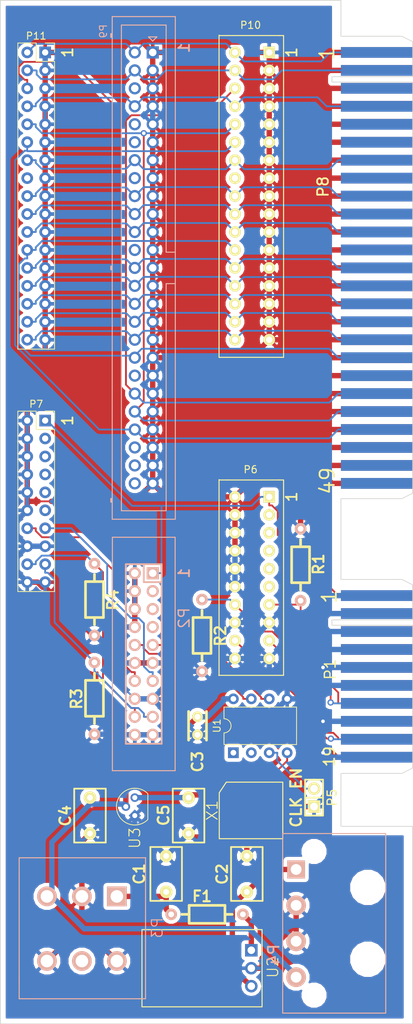
<source format=kicad_pcb>
(kicad_pcb (version 4) (host pcbnew "(after 2015-mar-04 BZR unknown)-product")

  (general
    (links 222)
    (no_connects 0)
    (area 72.339999 23.063999 130.860001 167.944001)
    (thickness 1.6)
    (drawings 34)
    (tracks 628)
    (zones 0)
    (modules 25)
    (nets 36)
  )

  (page A4)
  (layers
    (0 F.Cu signal)
    (31 B.Cu signal)
    (32 B.Adhes user)
    (33 F.Adhes user)
    (34 B.Paste user)
    (35 F.Paste user)
    (36 B.SilkS user)
    (37 F.SilkS user)
    (38 B.Mask user)
    (39 F.Mask user)
    (40 Dwgs.User user)
    (41 Cmts.User user)
    (42 Eco1.User user)
    (43 Eco2.User user)
    (44 Edge.Cuts user)
    (45 Margin user)
    (46 B.CrtYd user)
    (47 F.CrtYd user)
    (48 B.Fab user)
    (49 F.Fab user)
  )

  (setup
    (last_trace_width 0.254)
    (user_trace_width 0.254)
    (user_trace_width 0.762)
    (trace_clearance 0.254)
    (zone_clearance 0.508)
    (zone_45_only no)
    (trace_min 0.254)
    (segment_width 0.2)
    (edge_width 0.1)
    (via_size 0.889)
    (via_drill 0.508)
    (via_min_size 0.889)
    (via_min_drill 0.508)
    (uvia_size 0.3)
    (uvia_drill 0.1)
    (uvias_allowed no)
    (uvia_min_size 0)
    (uvia_min_drill 0)
    (pcb_text_width 0.3)
    (pcb_text_size 1.5 1.5)
    (mod_edge_width 0.15)
    (mod_text_size 1 1)
    (mod_text_width 0.15)
    (pad_size 1.524 10.16)
    (pad_drill 0)
    (pad_to_mask_clearance 0)
    (aux_axis_origin 0 0)
    (visible_elements 7FFEFFFF)
    (pcbplotparams
      (layerselection 0x010f0_80000001)
      (usegerberextensions true)
      (excludeedgelayer true)
      (linewidth 0.020000)
      (plotframeref false)
      (viasonmask false)
      (mode 1)
      (useauxorigin false)
      (hpglpennumber 1)
      (hpglpenspeed 20)
      (hpglpendiameter 15)
      (hpglpenoverlay 2)
      (psnegative false)
      (psa4output false)
      (plotreference true)
      (plotvalue false)
      (plotinvisibletext false)
      (padsonsilk false)
      (subtractmaskfromsilk true)
      (outputformat 1)
      (mirror false)
      (drillshape 0)
      (scaleselection 1)
      (outputdirectory gerber/))
  )

  (net 0 "")
  (net 1 "Net-(C2-Pad1)")
  (net 2 "Net-(P1-Pad1)")
  (net 3 "Net-(P1-Pad13)")
  (net 4 "Net-(P1-Pad14)")
  (net 5 "Net-(P1-Pad17)")
  (net 6 "Net-(P1-Pad18)")
  (net 7 "Net-(P5-Pad2)")
  (net 8 "Net-(P10-Pad2)")
  (net 9 "Net-(P10-Pad8)")
  (net 10 "Net-(P10-Pad14)")
  (net 11 "Net-(P10-Pad18)")
  (net 12 "Net-(P10-Pad20)")
  (net 13 "Net-(P10-Pad22)")
  (net 14 "Net-(P10-Pad26)")
  (net 15 "Net-(P10-Pad28)")
  (net 16 "Net-(P10-Pad30)")
  (net 17 "Net-(P10-Pad32)")
  (net 18 "Net-(P10-Pad34)")
  (net 19 "Net-(P10-Pad24)")
  (net 20 "Net-(P10-Pad6)")
  (net 21 "Net-(P10-Pad10)")
  (net 22 "Net-(P10-Pad12)")
  (net 23 "Net-(U1-Pad4)")
  (net 24 GND)
  (net 25 +5V)
  (net 26 /24V)
  (net 27 /3.3V)
  (net 28 "Net-(P2-Pad13)")
  (net 29 "Net-(P2-Pad14)")
  (net 30 "Net-(P2-Pad17)")
  (net 31 "Net-(P2-Pad18)")
  (net 32 "Net-(F1-Pad2)")
  (net 33 "Net-(P2-Pad9)")
  (net 34 "Net-(P2-Pad10)")
  (net 35 "Net-(P10-Pad4)")

  (net_class Default "This is the default net class."
    (clearance 0.254)
    (trace_width 0.254)
    (via_dia 0.889)
    (via_drill 0.508)
    (uvia_dia 0.3)
    (uvia_drill 0.1)
    (add_net "Net-(C2-Pad1)")
    (add_net "Net-(F1-Pad2)")
    (add_net "Net-(P1-Pad1)")
    (add_net "Net-(P1-Pad13)")
    (add_net "Net-(P1-Pad14)")
    (add_net "Net-(P1-Pad17)")
    (add_net "Net-(P1-Pad18)")
    (add_net "Net-(P10-Pad10)")
    (add_net "Net-(P10-Pad12)")
    (add_net "Net-(P10-Pad14)")
    (add_net "Net-(P10-Pad18)")
    (add_net "Net-(P10-Pad2)")
    (add_net "Net-(P10-Pad20)")
    (add_net "Net-(P10-Pad22)")
    (add_net "Net-(P10-Pad24)")
    (add_net "Net-(P10-Pad26)")
    (add_net "Net-(P10-Pad28)")
    (add_net "Net-(P10-Pad30)")
    (add_net "Net-(P10-Pad32)")
    (add_net "Net-(P10-Pad34)")
    (add_net "Net-(P10-Pad4)")
    (add_net "Net-(P10-Pad6)")
    (add_net "Net-(P10-Pad8)")
    (add_net "Net-(P2-Pad10)")
    (add_net "Net-(P2-Pad13)")
    (add_net "Net-(P2-Pad14)")
    (add_net "Net-(P2-Pad17)")
    (add_net "Net-(P2-Pad18)")
    (add_net "Net-(P2-Pad9)")
    (add_net "Net-(P5-Pad2)")
    (add_net "Net-(U1-Pad4)")
  )

  (net_class Power ""
    (clearance 0.254)
    (trace_width 0.762)
    (via_dia 0.889)
    (via_drill 0.508)
    (uvia_dia 0.3)
    (uvia_drill 0.1)
    (add_net +5V)
    (add_net /24V)
    (add_net /3.3V)
    (add_net GND)
  )

  (module 78SR-12 (layer F.Cu) (tedit 5AA5DB91) (tstamp 5AA58B3D)
    (at 107.95 157.48)
    (descr "Through hole straight pin header, 1x03, 2.54mm pitch, single row")
    (tags "Through hole pin header THT 1x03 2.54mm single row")
    (path /5AA4B082)
    (fp_text reference U2 (at 3.048 2.413 90) (layer F.SilkS)
      (effects (font (thickness 0.1524)))
    )
    (fp_text value 78SR-12 (at 0 7.41) (layer F.Fab)
      (effects (font (size 1 1) (thickness 0.15)))
    )
    (fp_line (start -15.494 8.001) (end -14.224 8.001) (layer F.SilkS) (width 0.1524))
    (fp_line (start -15.494 -2.921) (end -14.224 -2.921) (layer F.SilkS) (width 0.1524))
    (fp_line (start 1.524 -2.921) (end 1.524 8.001) (layer F.SilkS) (width 0.1524))
    (fp_line (start 1.524 8.001) (end -14.224 8.001) (layer F.SilkS) (width 0.1524))
    (fp_line (start -15.494 8.001) (end -15.494 -2.921) (layer F.SilkS) (width 0.1524))
    (fp_line (start -14.224 -2.921) (end 1.524 -2.921) (layer F.SilkS) (width 0.1524))
    (fp_line (start -1.8 -1.8) (end -1.8 6.85) (layer F.CrtYd) (width 0.05))
    (fp_line (start -1.8 6.85) (end 1.8 6.85) (layer F.CrtYd) (width 0.05))
    (fp_line (start 1.8 6.85) (end 1.8 -1.8) (layer F.CrtYd) (width 0.05))
    (fp_line (start 1.8 -1.8) (end -1.8 -1.8) (layer F.CrtYd) (width 0.05))
    (fp_text user %R (at 0 2.54 90) (layer F.Fab)
      (effects (font (size 1 1) (thickness 0.15)))
    )
    (pad 1 thru_hole rect (at 0 0) (size 1.778 1.778) (drill 1.0668) (layers *.Cu *.Mask)
      (net 32 "Net-(F1-Pad2)"))
    (pad 2 thru_hole oval (at 0 2.54) (size 1.778 1.778) (drill 1.0668) (layers *.Cu *.Mask)
      (net 24 GND))
    (pad 3 thru_hole oval (at 0 5.08) (size 1.778 1.778) (drill 1.0668) (layers *.Cu *.Mask)
      (net 1 "Net-(C2-Pad1)"))
    (model ${KISYS3DMOD}/Pin_Headers.3dshapes/Pin_Header_Straight_1x03_Pitch2.54mm.wrl
      (at (xyz 0 0 0))
      (scale (xyz 1 1 1))
      (rotate (xyz 0 0 0))
    )
  )

  (module Pin_Header_Straight_1x02 (layer F.Cu) (tedit 5AA5DB44) (tstamp 5AA49530)
    (at 116.84 135.89 90)
    (descr "1 pin")
    (tags "CONN DEV")
    (path /5AA40CE7)
    (fp_text reference P5 (at 0 2.54 90) (layer F.SilkS)
      (effects (font (size 1.27 1.27) (thickness 0.2032)))
    )
    (fp_text value CONN_01X02 (at 0 0 90) (layer F.SilkS) hide
      (effects (font (size 1.27 1.27) (thickness 0.2032)))
    )
    (fp_line (start 0 -1.27) (end 0 1.27) (layer F.SilkS) (width 0.254))
    (fp_line (start -2.54 -1.27) (end -2.54 1.27) (layer F.SilkS) (width 0.254))
    (fp_line (start -2.54 1.27) (end 0 1.27) (layer F.SilkS) (width 0.254))
    (fp_line (start 0 1.27) (end 2.54 1.27) (layer F.SilkS) (width 0.254))
    (fp_line (start 2.54 1.27) (end 2.54 -1.27) (layer F.SilkS) (width 0.254))
    (fp_line (start 2.54 -1.27) (end -2.54 -1.27) (layer F.SilkS) (width 0.254))
    (pad 1 thru_hole rect (at -1.27 0 90) (size 1.778 1.778) (drill 1.0668) (layers *.Cu *.Mask F.SilkS)
      (net 24 GND))
    (pad 2 thru_hole oval (at 1.27 0 90) (size 1.778 1.778) (drill 1.0668) (layers *.Cu *.Mask F.SilkS)
      (net 7 "Net-(P5-Pad2)"))
    (model Pin_Headers/Pin_Header_Straight_1x02.wrl
      (at (xyz 0 0 0))
      (scale (xyz 1 1 1))
      (rotate (xyz 0 0 0))
    )
  )

  (module esock34 locked (layer F.Cu) (tedit 5AA5DA5E) (tstamp 5AA49640)
    (at 110.49 30.48)
    (path /5AA490D6/5AA49399)
    (fp_text reference P10 (at -2.6416 -3.8608) (layer F.SilkS)
      (effects (font (size 1.016 1.016) (thickness 0.1524)))
    )
    (fp_text value CON34 (at -2.6416 17.3228 180) (layer F.Fab)
      (effects (font (size 1.016 1.016) (thickness 0.1524)))
    )
    (fp_line (start 1.4224 -2.3876) (end 2.032 -2.3876) (layer F.SilkS) (width 0.1524))
    (fp_line (start 2.032 -2.3876) (end 2.032 -2.2352) (layer F.SilkS) (width 0.1524))
    (fp_line (start -5.9436 -2.3876) (end -7.0612 -2.3876) (layer F.SilkS) (width 0.1524))
    (fp_line (start -7.112 43.1292) (end -6.0452 43.1292) (layer F.SilkS) (width 0.1524))
    (fp_line (start 1.7272 43.1292) (end 2.032 43.1292) (layer F.SilkS) (width 0.1524))
    (fp_line (start 2.032 43.1292) (end 2.032 43.0784) (layer F.SilkS) (width 0.1524))
    (fp_line (start 2.032 -2.2352) (end 2.032 43.1292) (layer F.SilkS) (width 0.1524))
    (fp_line (start -7.112 43.1292) (end -7.112 -2.4384) (layer F.SilkS) (width 0.1524))
    (fp_line (start 1.7272 43.1292) (end -6.0452 43.1292) (layer F.SilkS) (width 0.1524))
    (fp_line (start 1.4732 -2.3876) (end -5.9436 -2.3876) (layer F.SilkS) (width 0.1524))
    (fp_line (start -5.9436 -2.3876) (end -5.8928 -2.3876) (layer F.SilkS) (width 0.1524))
    (pad 1 thru_hole rect (at 0 0) (size 1.651 1.651) (drill 0.889) (layers *.Cu *.Mask F.SilkS)
      (net 24 GND))
    (pad 2 thru_hole circle (at -4.8514 0) (size 1.651 1.651) (drill 0.889) (layers *.Cu *.Mask F.SilkS)
      (net 8 "Net-(P10-Pad2)"))
    (pad 3 thru_hole circle (at 0 2.54) (size 1.651 1.651) (drill 0.889) (layers *.Cu *.Mask F.SilkS)
      (net 24 GND))
    (pad 4 thru_hole circle (at -4.8514 2.54) (size 1.651 1.651) (drill 0.889) (layers *.Cu *.Mask F.SilkS)
      (net 35 "Net-(P10-Pad4)"))
    (pad 5 thru_hole circle (at 0 5.08) (size 1.651 1.651) (drill 0.889) (layers *.Cu *.Mask F.SilkS)
      (net 24 GND))
    (pad 6 thru_hole circle (at -4.8514 5.08) (size 1.651 1.651) (drill 0.889) (layers *.Cu *.Mask F.SilkS)
      (net 20 "Net-(P10-Pad6)"))
    (pad 7 thru_hole circle (at 0 7.62) (size 1.651 1.651) (drill 0.889) (layers *.Cu *.Mask F.SilkS)
      (net 24 GND))
    (pad 8 thru_hole circle (at -4.8514 7.62) (size 1.651 1.651) (drill 0.889) (layers *.Cu *.Mask F.SilkS)
      (net 9 "Net-(P10-Pad8)"))
    (pad 9 thru_hole circle (at 0 10.16) (size 1.651 1.651) (drill 0.889) (layers *.Cu *.Mask F.SilkS)
      (net 24 GND))
    (pad 10 thru_hole circle (at -4.8514 10.16) (size 1.651 1.651) (drill 0.889) (layers *.Cu *.Mask F.SilkS)
      (net 21 "Net-(P10-Pad10)"))
    (pad 11 thru_hole circle (at 0 12.7) (size 1.651 1.651) (drill 0.889) (layers *.Cu *.Mask F.SilkS)
      (net 24 GND))
    (pad 12 thru_hole circle (at -4.8514 12.7) (size 1.651 1.651) (drill 0.889) (layers *.Cu *.Mask F.SilkS)
      (net 22 "Net-(P10-Pad12)"))
    (pad 13 thru_hole circle (at 0 15.24) (size 1.651 1.651) (drill 0.889) (layers *.Cu *.Mask F.SilkS)
      (net 24 GND))
    (pad 14 thru_hole circle (at -4.8514 15.24) (size 1.651 1.651) (drill 0.889) (layers *.Cu *.Mask F.SilkS)
      (net 10 "Net-(P10-Pad14)"))
    (pad 15 thru_hole circle (at 0 17.78) (size 1.651 1.651) (drill 0.889) (layers *.Cu *.Mask F.SilkS)
      (net 24 GND))
    (pad 16 thru_hole circle (at -4.8514 17.78) (size 1.651 1.651) (drill 0.889) (layers *.Cu *.Mask F.SilkS))
    (pad 17 thru_hole circle (at 0 20.32) (size 1.651 1.651) (drill 0.889) (layers *.Cu *.Mask F.SilkS)
      (net 24 GND))
    (pad 18 thru_hole circle (at -4.8514 20.32) (size 1.651 1.651) (drill 0.889) (layers *.Cu *.Mask F.SilkS)
      (net 11 "Net-(P10-Pad18)"))
    (pad 19 thru_hole circle (at 0 22.86) (size 1.651 1.651) (drill 0.889) (layers *.Cu *.Mask F.SilkS)
      (net 24 GND))
    (pad 20 thru_hole circle (at -4.8514 22.86) (size 1.651 1.651) (drill 0.889) (layers *.Cu *.Mask F.SilkS)
      (net 12 "Net-(P10-Pad20)"))
    (pad 21 thru_hole circle (at 0 25.4) (size 1.651 1.651) (drill 0.889) (layers *.Cu *.Mask F.SilkS)
      (net 24 GND))
    (pad 22 thru_hole circle (at -4.8514 25.4) (size 1.651 1.651) (drill 0.889) (layers *.Cu *.Mask F.SilkS)
      (net 13 "Net-(P10-Pad22)"))
    (pad 23 thru_hole circle (at 0 27.94) (size 1.651 1.651) (drill 0.889) (layers *.Cu *.Mask F.SilkS)
      (net 24 GND))
    (pad 24 thru_hole circle (at -4.8514 27.94) (size 1.651 1.651) (drill 0.889) (layers *.Cu *.Mask F.SilkS)
      (net 19 "Net-(P10-Pad24)"))
    (pad 25 thru_hole circle (at 0 30.48) (size 1.651 1.651) (drill 0.889) (layers *.Cu *.Mask F.SilkS)
      (net 24 GND))
    (pad 26 thru_hole circle (at -4.8514 30.48) (size 1.651 1.651) (drill 0.889) (layers *.Cu *.Mask F.SilkS)
      (net 14 "Net-(P10-Pad26)"))
    (pad 27 thru_hole circle (at 0 33.02) (size 1.651 1.651) (drill 0.889) (layers *.Cu *.Mask F.SilkS)
      (net 24 GND))
    (pad 28 thru_hole circle (at -4.8514 33.02) (size 1.651 1.651) (drill 0.889) (layers *.Cu *.Mask F.SilkS)
      (net 15 "Net-(P10-Pad28)"))
    (pad 29 thru_hole circle (at 0 35.56) (size 1.651 1.651) (drill 0.889) (layers *.Cu *.Mask F.SilkS)
      (net 24 GND))
    (pad 30 thru_hole circle (at -4.8514 35.56) (size 1.651 1.651) (drill 0.889) (layers *.Cu *.Mask F.SilkS)
      (net 16 "Net-(P10-Pad30)"))
    (pad 31 thru_hole circle (at 0 38.1) (size 1.651 1.651) (drill 0.889) (layers *.Cu *.Mask F.SilkS)
      (net 24 GND))
    (pad 32 thru_hole circle (at -4.8514 38.1) (size 1.651 1.651) (drill 0.889) (layers *.Cu *.Mask F.SilkS)
      (net 17 "Net-(P10-Pad32)"))
    (pad 33 thru_hole circle (at 0 40.64) (size 1.651 1.651) (drill 0.889) (layers *.Cu *.Mask F.SilkS)
      (net 24 GND))
    (pad 34 thru_hole circle (at -4.8514 40.64) (size 1.651 1.651) (drill 0.889) (layers *.Cu *.Mask F.SilkS)
      (net 18 "Net-(P10-Pad34)"))
  )

  (module esock20 locked (layer F.Cu) (tedit 5AA5DA20) (tstamp 5AA49553)
    (at 110.49 93.345)
    (path /5AA427C3)
    (fp_text reference P6 (at -2.6416 -3.8608) (layer F.SilkS)
      (effects (font (size 1.016 1.016) (thickness 0.1524)))
    )
    (fp_text value CON20 (at -2.6416 17.3228 90) (layer F.Fab)
      (effects (font (size 1.016 1.016) (thickness 0.1524)))
    )
    (fp_line (start 1.4224 -2.3876) (end 2.032 -2.3876) (layer F.SilkS) (width 0.1524))
    (fp_line (start 2.032 -2.3876) (end 2.032 -2.2352) (layer F.SilkS) (width 0.1524))
    (fp_line (start -5.9436 -2.3876) (end -7.0612 -2.3876) (layer F.SilkS) (width 0.1524))
    (fp_line (start -7.1628 25.2476) (end -6.096 25.2476) (layer F.SilkS) (width 0.1524))
    (fp_line (start 1.6764 25.2476) (end 1.9812 25.2476) (layer F.SilkS) (width 0.1524))
    (fp_line (start 1.9812 25.2476) (end 1.9812 25.1968) (layer F.SilkS) (width 0.1524))
    (fp_line (start 2.032 -2.2352) (end 2.032 25.2476) (layer F.SilkS) (width 0.1524))
    (fp_line (start -7.112 25.2476) (end -7.112 -2.4384) (layer F.SilkS) (width 0.1524))
    (fp_line (start 1.6764 25.2476) (end -6.096 25.2476) (layer F.SilkS) (width 0.1524))
    (fp_line (start 1.4732 -2.3876) (end -5.9436 -2.3876) (layer F.SilkS) (width 0.1524))
    (fp_line (start -5.9436 -2.3876) (end -5.8928 -2.3876) (layer F.SilkS) (width 0.1524))
    (pad 1 thru_hole rect (at 0 0) (size 1.651 1.651) (drill 0.889) (layers *.Cu *.Mask F.SilkS)
      (net 2 "Net-(P1-Pad1)"))
    (pad 2 thru_hole circle (at -4.8514 0) (size 1.651 1.651) (drill 0.889) (layers *.Cu *.Mask F.SilkS)
      (net 24 GND))
    (pad 3 thru_hole circle (at 0 2.54) (size 1.651 1.651) (drill 0.889) (layers *.Cu *.Mask F.SilkS))
    (pad 4 thru_hole circle (at -4.8514 2.54) (size 1.651 1.651) (drill 0.889) (layers *.Cu *.Mask F.SilkS)
      (net 24 GND))
    (pad 5 thru_hole circle (at 0 5.08) (size 1.651 1.651) (drill 0.889) (layers *.Cu *.Mask F.SilkS))
    (pad 6 thru_hole circle (at -4.8514 5.08) (size 1.651 1.651) (drill 0.889) (layers *.Cu *.Mask F.SilkS)
      (net 24 GND))
    (pad 7 thru_hole circle (at 0 7.62) (size 1.651 1.651) (drill 0.889) (layers *.Cu *.Mask F.SilkS))
    (pad 8 thru_hole circle (at -4.8514 7.62) (size 1.651 1.651) (drill 0.889) (layers *.Cu *.Mask F.SilkS)
      (net 24 GND))
    (pad 9 thru_hole circle (at 0 10.16) (size 1.651 1.651) (drill 0.889) (layers *.Cu *.Mask F.SilkS))
    (pad 10 thru_hole circle (at -4.8514 10.16) (size 1.651 1.651) (drill 0.889) (layers *.Cu *.Mask F.SilkS)
      (net 24 GND))
    (pad 11 thru_hole circle (at 0 12.7) (size 1.651 1.651) (drill 0.889) (layers *.Cu *.Mask F.SilkS))
    (pad 12 thru_hole circle (at -4.8514 12.7) (size 1.651 1.651) (drill 0.889) (layers *.Cu *.Mask F.SilkS)
      (net 24 GND))
    (pad 13 thru_hole circle (at 0 15.24) (size 1.651 1.651) (drill 0.889) (layers *.Cu *.Mask F.SilkS)
      (net 3 "Net-(P1-Pad13)"))
    (pad 14 thru_hole circle (at -4.8514 15.24) (size 1.651 1.651) (drill 0.889) (layers *.Cu *.Mask F.SilkS)
      (net 4 "Net-(P1-Pad14)"))
    (pad 15 thru_hole circle (at 0 17.78) (size 1.651 1.651) (drill 0.889) (layers *.Cu *.Mask F.SilkS)
      (net 24 GND))
    (pad 16 thru_hole circle (at -4.8514 17.78) (size 1.651 1.651) (drill 0.889) (layers *.Cu *.Mask F.SilkS)
      (net 24 GND))
    (pad 17 thru_hole circle (at 0 20.32) (size 1.651 1.651) (drill 0.889) (layers *.Cu *.Mask F.SilkS)
      (net 5 "Net-(P1-Pad17)"))
    (pad 18 thru_hole circle (at -4.8514 20.32) (size 1.651 1.651) (drill 0.889) (layers *.Cu *.Mask F.SilkS)
      (net 6 "Net-(P1-Pad18)"))
    (pad 19 thru_hole circle (at 0 22.86) (size 1.651 1.651) (drill 0.889) (layers *.Cu *.Mask F.SilkS)
      (net 24 GND))
    (pad 20 thru_hole circle (at -4.8514 22.86) (size 1.651 1.651) (drill 0.889) (layers *.Cu *.Mask F.SilkS)
      (net 24 GND))
  )

  (module TO-92_Molded_Narrow (layer F.Cu) (tedit 5AA5C35D) (tstamp 5AA586EF)
    (at 91.44 138.43 90)
    (descr "TO-92 leads molded, narrow, drill 0.6mm (see NXP sot054_po.pdf)")
    (tags "to-92 sc-43 sc-43a sot54 PA33 transistor")
    (path /5AA5725D)
    (fp_text reference U3 (at -3.175 0 90) (layer F.SilkS)
      (effects (font (thickness 0.1524)))
    )
    (fp_text value MCP1702-3302E/TO (at 1.27 2.79 90) (layer F.Fab)
      (effects (font (size 1 1) (thickness 0.15)))
    )
    (fp_text user %R (at 1.27 -3.56 90) (layer F.Fab)
      (effects (font (size 1 1) (thickness 0.15)))
    )
    (fp_line (start -0.53 1.85) (end 3.07 1.85) (layer F.SilkS) (width 0.12))
    (fp_line (start -0.5 1.75) (end 3 1.75) (layer F.Fab) (width 0.1))
    (fp_line (start -1.46 -2.73) (end 4 -2.73) (layer F.CrtYd) (width 0.05))
    (fp_line (start -1.46 -2.73) (end -1.46 2.01) (layer F.CrtYd) (width 0.05))
    (fp_line (start 4 2.01) (end 4 -2.73) (layer F.CrtYd) (width 0.05))
    (fp_line (start 4 2.01) (end -1.46 2.01) (layer F.CrtYd) (width 0.05))
    (fp_arc (start 1.27 0) (end 1.27 -2.48) (angle 135) (layer F.Fab) (width 0.1))
    (fp_arc (start 1.27 0) (end 1.27 -2.6) (angle -135) (layer F.SilkS) (width 0.12))
    (fp_arc (start 1.27 0) (end 1.27 -2.48) (angle -135) (layer F.Fab) (width 0.1))
    (fp_arc (start 1.27 0) (end 1.27 -2.6) (angle 135) (layer F.SilkS) (width 0.12))
    (pad 2 thru_hole circle (at 1.27 -1.27 180) (size 1.2192 1.2192) (drill 0.7112) (layers *.Cu *.Mask)
      (net 25 +5V))
    (pad 3 thru_hole circle (at 2.54 0 180) (size 1.2192 1.2192) (drill 0.7112) (layers *.Cu *.Mask)
      (net 27 /3.3V))
    (pad 1 thru_hole rect (at 0 0 135) (size 1.2192 1.2192) (drill 0.7112) (layers *.Cu *.Mask)
      (net 24 GND))
    (model ${KISYS3DMOD}/TO_SOT_Packages_THT.3dshapes/TO-92_Molded_Narrow.wrl
      (at (xyz 0.05 0 0))
      (scale (xyz 1 1 1))
      (rotate (xyz 0 0 -90))
    )
  )

  (module 380999 (layer B.Cu) (tedit 5AA5C076) (tstamp 5AA49514)
    (at 88.9 149.86 90)
    (path /5AA49EE2)
    (fp_text reference P3 (at -4.445 5.715 90) (layer B.SilkS)
      (effects (font (thickness 0.1524)) (justify mirror))
    )
    (fp_text value CONN_01X06 (at -4.445 -2.286 90) (layer B.Fab)
      (effects (font (size 1.016 1.016) (thickness 0.1524)) (justify mirror))
    )
    (fp_line (start 3.048 4.064) (end 5.4864 4.064) (layer B.SilkS) (width 0.1524))
    (fp_line (start 2.413 -13.843) (end 5.461 -13.843) (layer B.SilkS) (width 0.1524))
    (fp_line (start -11.938 -13.843) (end -14.478 -13.843) (layer B.SilkS) (width 0.1524))
    (fp_line (start -14.478 -13.843) (end -14.478 -12.7) (layer B.SilkS) (width 0.1524))
    (fp_line (start -11.938 4.064) (end -14.478 4.064) (layer B.SilkS) (width 0.1524))
    (fp_line (start -14.478 4.064) (end -14.478 3.175) (layer B.SilkS) (width 0.1524))
    (fp_line (start 5.461 4.064) (end 5.461 -13.843) (layer B.SilkS) (width 0.1524))
    (fp_line (start 3.048 4.064) (end -11.938 4.064) (layer B.SilkS) (width 0.1524))
    (fp_line (start -14.478 3.302) (end -14.478 -12.7) (layer B.SilkS) (width 0.1524))
    (fp_line (start -11.938 -13.843) (end 2.413 -13.843) (layer B.SilkS) (width 0.1524))
    (pad 1 thru_hole rect (at 0 0 90) (size 2.794 2.794) (drill 1.778) (layers *.Cu *.Mask B.SilkS)
      (net 26 /24V))
    (pad 2 thru_hole circle (at -9.144 0 90) (size 2.794 2.794) (drill 1.778) (layers *.Cu *.Mask B.SilkS)
      (net 24 GND))
    (pad 3 thru_hole circle (at 0 -4.953 90) (size 2.794 2.794) (drill 1.778) (layers *.Cu *.Mask B.SilkS)
      (net 24 GND))
    (pad 4 thru_hole circle (at -9.144 -4.953 90) (size 2.794 2.794) (drill 1.778) (layers *.Cu *.Mask B.SilkS))
    (pad 5 thru_hole circle (at 0 -9.906 90) (size 2.794 2.794) (drill 1.778) (layers *.Cu *.Mask B.SilkS)
      (net 25 +5V))
    (pad 6 thru_hole circle (at -9.144 -9.906 90) (size 2.794 2.794) (drill 1.778) (layers *.Cu *.Mask B.SilkS)
      (net 24 GND))
  )

  (module all_fp:ECON50 (layer F.Cu) (tedit 5AA57A50) (tstamp 5AA495BB)
    (at 119.38 49.4792 90)
    (path /5AA490D6/5AA493A0)
    (fp_text reference P8 (at 0 -1.27 90) (layer F.SilkS)
      (effects (font (thickness 0.254)))
    )
    (fp_text value CON50 (at 0 0 90) (layer F.SilkS) hide
      (effects (font (size 1 1) (thickness 0.15)))
    )
    (fp_line (start 15.1892 11.43) (end 15.1892 0) (layer Dwgs.User) (width 0.1524))
    (fp_line (start 20.5232 11.43) (end -43.307 11.43) (layer Dwgs.User) (width 0.1524))
    (fp_line (start -43.34764 11.41984) (end -44.10964 9.89584) (layer Dwgs.User) (width 0.1524))
    (fp_line (start -44.1198 9.906) (end -44.1198 1.27) (layer Dwgs.User) (width 0.1524))
    (fp_line (start 20.5232 11.43) (end 21.2852 9.906) (layer Dwgs.User) (width 0.1524))
    (fp_line (start 21.2852 9.906) (end 21.2852 1.27) (layer Dwgs.User) (width 0.1524))
    (fp_text user 49 (at -41.6052 -0.6604 90) (layer F.SilkS)
      (effects (font (size 2.032 2.032) (thickness 0.254)))
    )
    (fp_text user 1 (at 18.8468 -0.7112 90) (layer F.SilkS)
      (effects (font (size 2.032 2.032) (thickness 0.254)))
    )
    (pad 1 connect rect (at 18.9992 6.35 270) (size 1.524 10.16) (layers F.Cu F.Mask)
      (net 24 GND))
    (pad 2 connect rect (at 18.9992 6.35 270) (size 1.524 10.16) (layers B.Cu B.Mask)
      (net 8 "Net-(P10-Pad2)"))
    (pad 3 connect rect (at 16.4592 6.35 270) (size 1.524 10.16) (layers F.Cu F.Mask)
      (net 24 GND))
    (pad 4 connect rect (at 16.4592 6.35 270) (size 1.524 10.16) (layers B.Cu B.Mask)
      (net 35 "Net-(P10-Pad4)"))
    (pad 5 connect rect (at 13.9192 6.35 270) (size 1.524 10.16) (layers F.Cu F.Mask)
      (net 24 GND))
    (pad 6 connect rect (at 13.9192 6.35 270) (size 1.524 10.16) (layers B.Cu B.Mask))
    (pad 7 connect rect (at 11.3792 6.35 270) (size 1.524 10.16) (layers F.Cu F.Mask)
      (net 24 GND))
    (pad 8 connect rect (at 11.3792 6.35 270) (size 1.524 10.16) (layers B.Cu B.Mask)
      (net 9 "Net-(P10-Pad8)"))
    (pad 9 connect rect (at 8.8392 6.35 270) (size 1.524 10.16) (layers F.Cu F.Mask)
      (net 24 GND))
    (pad 10 connect rect (at 8.8392 6.35 270) (size 1.524 10.16) (layers B.Cu B.Mask))
    (pad 11 connect rect (at 6.2992 6.35 270) (size 1.524 10.16) (layers F.Cu F.Mask)
      (net 24 GND))
    (pad 12 connect rect (at 6.2992 6.35 270) (size 1.524 10.16) (layers B.Cu B.Mask))
    (pad 13 connect rect (at 3.7592 6.35 270) (size 1.524 10.16) (layers F.Cu F.Mask)
      (net 24 GND))
    (pad 14 connect rect (at 3.7592 6.35 270) (size 1.524 10.16) (layers B.Cu B.Mask)
      (net 10 "Net-(P10-Pad14)"))
    (pad 15 connect rect (at 1.2192 6.35 270) (size 1.524 10.16) (layers F.Cu F.Mask)
      (net 24 GND))
    (pad 16 connect rect (at 1.2192 6.35 270) (size 1.524 10.16) (layers B.Cu B.Mask))
    (pad 17 connect rect (at -1.3208 6.35 270) (size 1.524 10.16) (layers F.Cu F.Mask)
      (net 24 GND))
    (pad 18 connect rect (at -1.3208 6.35 270) (size 1.524 10.16) (layers B.Cu B.Mask)
      (net 11 "Net-(P10-Pad18)"))
    (pad 19 connect rect (at -3.8608 6.35 270) (size 1.524 10.16) (layers F.Cu F.Mask)
      (net 24 GND))
    (pad 20 connect rect (at -3.8608 6.35 270) (size 1.524 10.16) (layers B.Cu B.Mask)
      (net 12 "Net-(P10-Pad20)"))
    (pad 21 connect rect (at -6.4008 6.35 270) (size 1.524 10.16) (layers F.Cu F.Mask)
      (net 24 GND))
    (pad 22 connect rect (at -6.4008 6.35 270) (size 1.524 10.16) (layers B.Cu B.Mask)
      (net 13 "Net-(P10-Pad22)"))
    (pad 23 connect rect (at -8.9408 6.35 270) (size 1.524 10.16) (layers F.Cu F.Mask)
      (net 24 GND))
    (pad 24 connect rect (at -8.9408 6.35 270) (size 1.524 10.16) (layers B.Cu B.Mask))
    (pad 25 connect rect (at -11.4808 6.35 270) (size 1.524 10.16) (layers F.Cu F.Mask)
      (net 24 GND))
    (pad 26 connect rect (at -11.4808 6.35 270) (size 1.524 10.16) (layers B.Cu B.Mask)
      (net 14 "Net-(P10-Pad26)"))
    (pad 27 connect rect (at -14.0208 6.35 270) (size 1.524 10.16) (layers F.Cu F.Mask)
      (net 24 GND))
    (pad 28 connect rect (at -14.0208 6.35 270) (size 1.524 10.16) (layers B.Cu B.Mask)
      (net 15 "Net-(P10-Pad28)"))
    (pad 29 connect rect (at -16.5608 6.35 270) (size 1.524 10.16) (layers F.Cu F.Mask)
      (net 24 GND))
    (pad 30 connect rect (at -16.5608 6.35 270) (size 1.524 10.16) (layers B.Cu B.Mask)
      (net 16 "Net-(P10-Pad30)"))
    (pad 31 connect rect (at -19.1008 6.35 270) (size 1.524 10.16) (layers F.Cu F.Mask)
      (net 24 GND))
    (pad 32 connect rect (at -19.1008 6.35 270) (size 1.524 10.16) (layers B.Cu B.Mask)
      (net 17 "Net-(P10-Pad32)"))
    (pad 33 connect rect (at -21.6408 6.35 270) (size 1.524 10.16) (layers F.Cu F.Mask)
      (net 24 GND))
    (pad 34 connect rect (at -21.6408 6.35 270) (size 1.524 10.16) (layers B.Cu B.Mask)
      (net 18 "Net-(P10-Pad34)"))
    (pad 35 connect rect (at -24.1808 6.35 270) (size 1.524 10.16) (layers F.Cu F.Mask)
      (net 24 GND))
    (pad 37 connect rect (at -26.7208 6.35 270) (size 1.524 10.16) (layers F.Cu F.Mask)
      (net 24 GND))
    (pad 39 connect rect (at -29.2608 6.35 270) (size 1.524 10.16) (layers F.Cu F.Mask)
      (net 24 GND))
    (pad 41 connect rect (at -31.8008 6.35 270) (size 1.524 10.16) (layers F.Cu F.Mask)
      (net 24 GND))
    (pad 43 connect rect (at -34.3408 6.35 270) (size 1.524 10.16) (layers F.Cu F.Mask)
      (net 24 GND))
    (pad 45 connect rect (at -36.8808 6.35 270) (size 1.524 10.16) (layers F.Cu F.Mask)
      (net 24 GND))
    (pad 47 connect rect (at -39.4208 6.35 270) (size 1.524 10.16) (layers F.Cu F.Mask)
      (net 24 GND))
    (pad 49 connect rect (at -41.9608 6.35 270) (size 1.524 10.16) (layers F.Cu F.Mask)
      (net 24 GND))
    (pad 36 connect rect (at -24.1808 6.35 270) (size 1.524 10.16) (layers B.Cu B.Mask)
      (net 19 "Net-(P10-Pad24)"))
    (pad 38 connect rect (at -26.7208 6.35 270) (size 1.524 10.16) (layers B.Cu B.Mask))
    (pad 40 connect rect (at -29.2608 6.35 270) (size 1.524 10.16) (layers B.Cu B.Mask)
      (net 20 "Net-(P10-Pad6)"))
    (pad 42 connect rect (at -31.8008 6.35 270) (size 1.524 10.16) (layers B.Cu B.Mask)
      (net 21 "Net-(P10-Pad10)"))
    (pad 44 connect rect (at -34.3408 6.35 270) (size 1.524 10.16) (layers B.Cu B.Mask)
      (net 22 "Net-(P10-Pad12)"))
    (pad 46 connect rect (at -36.8808 6.35 270) (size 1.524 10.16) (layers B.Cu B.Mask))
    (pad 48 connect rect (at -39.4208 6.35 270) (size 1.524 10.16) (layers B.Cu B.Mask))
    (pad 50 connect rect (at -41.9608 6.35 270) (size 1.524 10.16) (layers B.Cu B.Mask))
  )

  (module all_fp:cnp_7x4.5mm (layer F.Cu) (tedit 5AA58D07) (tstamp 5AA494B2)
    (at 95.885 146.685 270)
    (descr "Capacitor non pol, 7x4,5mm")
    (path /5AA4B23D)
    (fp_text reference C1 (at 0 3.81 270) (layer F.SilkS)
      (effects (font (thickness 0.3048)))
    )
    (fp_text value 10uf (at 0 3.556 270) (layer F.SilkS) hide
      (effects (font (thickness 0.3048)))
    )
    (fp_line (start 3.81 2.2352) (end 3.81 -2.2352) (layer F.SilkS) (width 0.24892))
    (fp_line (start -3.81 2.2352) (end -3.81 -2.2352) (layer F.SilkS) (width 0.24892))
    (fp_line (start -3.81 -2.2352) (end 3.81 -2.2352) (layer F.SilkS) (width 0.254))
    (fp_line (start 3.81 2.2352) (end -3.81 2.2352) (layer F.SilkS) (width 0.254))
    (pad 1 thru_hole circle (at -2.54 0 270) (size 1.778 1.778) (drill 0.8128) (layers *.Cu *.Mask F.SilkS)
      (net 24 GND))
    (pad 2 thru_hole circle (at 2.54 0 270) (size 1.778 1.778) (drill 0.8128) (layers *.Cu *.Mask F.SilkS)
      (net 26 /24V))
    (model discret/capa_1_pas.wrl
      (at (xyz 0 0 0))
      (scale (xyz 2 2 2))
      (rotate (xyz 0 0 0))
    )
  )

  (module all_fp:cnp_7x4.5mm (layer F.Cu) (tedit 0) (tstamp 5AA494BC)
    (at 107.315 146.685 90)
    (descr "Capacitor non pol, 7x4,5mm")
    (path /5AA4B281)
    (fp_text reference C2 (at -0.0254 -3.5052 90) (layer F.SilkS)
      (effects (font (thickness 0.3048)))
    )
    (fp_text value 10uf (at 0 3.556 90) (layer F.SilkS) hide
      (effects (font (thickness 0.3048)))
    )
    (fp_line (start 3.81 2.2352) (end 3.81 -2.2352) (layer F.SilkS) (width 0.24892))
    (fp_line (start -3.81 2.2352) (end -3.81 -2.2352) (layer F.SilkS) (width 0.24892))
    (fp_line (start -3.81 -2.2352) (end 3.81 -2.2352) (layer F.SilkS) (width 0.254))
    (fp_line (start 3.81 2.2352) (end -3.81 2.2352) (layer F.SilkS) (width 0.254))
    (pad 1 thru_hole circle (at -2.54 0 90) (size 1.778 1.778) (drill 0.8128) (layers *.Cu *.Mask F.SilkS)
      (net 1 "Net-(C2-Pad1)"))
    (pad 2 thru_hole circle (at 2.54 0 90) (size 1.778 1.778) (drill 0.8128) (layers *.Cu *.Mask F.SilkS)
      (net 24 GND))
    (model discret/capa_1_pas.wrl
      (at (xyz 0 0 0))
      (scale (xyz 2 2 2))
      (rotate (xyz 0 0 0))
    )
  )

  (module all_fp:econ20 (layer F.Cu) (tedit 0) (tstamp 5AA494DC)
    (at 125.476 117.373 90)
    (path /5AA43639)
    (fp_text reference P1 (at -0.381 -6.35 90) (layer F.SilkS)
      (effects (font (thickness 0.2032)))
    )
    (fp_text value CON20_SA1000 (at -5.08 0 90) (layer F.SilkS) hide
      (effects (font (size 1 1) (thickness 0.15)))
    )
    (fp_line (start 6.2484 5.334) (end 6.2484 -6.096) (layer Dwgs.User) (width 0.1524))
    (fp_line (start -14.3256 5.334) (end 11.5824 5.334) (layer Dwgs.User) (width 0.1524))
    (fp_line (start -14.3256 5.334) (end -15.0876 3.81) (layer Dwgs.User) (width 0.1524))
    (fp_line (start -15.0876 3.81) (end -15.0876 -4.826) (layer Dwgs.User) (width 0.1524))
    (fp_line (start 11.5824 5.334) (end 12.3444 3.81) (layer Dwgs.User) (width 0.1524))
    (fp_line (start 12.3444 3.81) (end 12.3444 -4.826) (layer Dwgs.User) (width 0.1524))
    (fp_text user 19 (at -12.7 -6.477 90) (layer F.SilkS)
      (effects (font (thickness 0.254)))
    )
    (fp_text user 1 (at 9.906 -6.477 90) (layer F.SilkS)
      (effects (font (size 2.032 2.032) (thickness 0.254)))
    )
    (pad 1 connect rect (at 10.0584 0.254 270) (size 1.524 10.16) (layers F.Cu F.Mask)
      (net 2 "Net-(P1-Pad1)"))
    (pad 2 connect rect (at 10.0584 0.254 270) (size 1.524 10.16) (layers B.Cu B.Mask)
      (net 24 GND))
    (pad 3 connect rect (at 7.5184 0.254 270) (size 1.524 10.16) (layers F.Cu F.Mask))
    (pad 4 connect rect (at 7.5184 0.254 270) (size 1.524 10.16) (layers B.Cu B.Mask)
      (net 24 GND))
    (pad 5 connect rect (at 4.9784 0.254 270) (size 1.524 10.16) (layers F.Cu F.Mask))
    (pad 6 connect rect (at 4.9784 0.254 270) (size 1.524 10.16) (layers B.Cu B.Mask)
      (net 24 GND))
    (pad 7 connect rect (at 2.4384 0.254 270) (size 1.524 10.16) (layers F.Cu F.Mask))
    (pad 8 connect rect (at 2.4384 0.254 270) (size 1.524 10.16) (layers B.Cu B.Mask)
      (net 24 GND))
    (pad 9 connect rect (at -0.1016 0.254 270) (size 1.524 10.16) (layers F.Cu F.Mask)
      (net 24 GND))
    (pad 10 connect rect (at -0.1016 0.254 270) (size 1.524 10.16) (layers B.Cu B.Mask)
      (net 24 GND))
    (pad 11 connect rect (at -2.6416 0.254 270) (size 1.524 10.16) (layers F.Cu F.Mask))
    (pad 12 connect rect (at -2.6416 0.254 270) (size 1.524 10.16) (layers B.Cu B.Mask)
      (net 24 GND))
    (pad 13 connect rect (at -5.1816 0.254 270) (size 1.524 10.16) (layers F.Cu F.Mask)
      (net 3 "Net-(P1-Pad13)"))
    (pad 14 connect rect (at -5.1816 0.254 270) (size 1.524 10.16) (layers B.Cu B.Mask)
      (net 4 "Net-(P1-Pad14)"))
    (pad 15 connect rect (at -7.7216 0.254 270) (size 1.524 10.16) (layers F.Cu F.Mask)
      (net 24 GND))
    (pad 16 connect rect (at -7.7216 0.254 270) (size 1.524 10.16) (layers B.Cu B.Mask)
      (net 24 GND))
    (pad 17 connect rect (at -10.2616 0.254 270) (size 1.524 10.16) (layers F.Cu F.Mask)
      (net 5 "Net-(P1-Pad17)"))
    (pad 18 connect rect (at -10.2616 0.254 270) (size 1.524 10.16) (layers B.Cu B.Mask)
      (net 6 "Net-(P1-Pad18)"))
    (pad 19 connect rect (at -12.8016 0.254 270) (size 1.524 10.16) (layers F.Cu F.Mask)
      (net 24 GND))
    (pad 20 connect rect (at -12.8016 0.254 270) (size 1.524 10.16) (layers B.Cu B.Mask)
      (net 24 GND))
  )

  (module all_fp:DRVPWR (layer B.Cu) (tedit 0) (tstamp 5AA49524)
    (at 109.22 152.4 90)
    (path /5AA4A004)
    (fp_text reference P4 (at -5.715 1.905 90) (layer B.SilkS)
      (effects (font (thickness 0.254)) (justify mirror))
    )
    (fp_text value CONN_4 (at -1.27 10.16 90) (layer B.SilkS) hide
      (effects (font (size 1 1) (thickness 0.15)) (justify mirror))
    )
    (fp_line (start -13.97 17.78) (end 11.43 17.78) (layer B.SilkS) (width 0.15))
    (fp_line (start 11.43 17.78) (end 11.43 3.175) (layer B.SilkS) (width 0.15))
    (fp_line (start 11.43 3.175) (end -13.97 3.175) (layer B.SilkS) (width 0.15))
    (fp_line (start -13.97 3.175) (end -13.97 17.78) (layer B.SilkS) (width 0.15))
    (pad 1 thru_hole rect (at 6.35 5.08 90) (size 2.54 2.54) (drill 1.524) (layers *.Cu *.Mask B.SilkS)
      (net 1 "Net-(C2-Pad1)"))
    (pad 2 thru_hole circle (at 1.27 5.08 90) (size 2.794 2.794) (drill 1.524) (layers *.Cu *.Mask B.SilkS)
      (net 24 GND))
    (pad 3 thru_hole circle (at -3.81 5.08 90) (size 2.794 2.794) (drill 1.524) (layers *.Cu *.Mask B.SilkS)
      (net 24 GND))
    (pad 4 thru_hole circle (at -8.89 5.08 90) (size 2.794 2.794) (drill 1.524) (layers *.Cu *.Mask B.SilkS)
      (net 25 +5V))
    (pad "" np_thru_hole circle (at -6.35 15.24 90) (size 3.9878 3.9878) (drill 3.9878) (layers *.Cu *.Mask B.SilkS))
    (pad "" np_thru_hole circle (at 3.81 15.24 90) (size 3.9878 3.9878) (drill 3.9878) (layers *.Cu *.Mask B.SilkS))
    (pad "" np_thru_hole circle (at -11.43 7.62 90) (size 2.54 2.54) (drill 2.54) (layers *.Cu *.Mask B.SilkS))
    (pad "" np_thru_hole circle (at 8.89 7.62 90) (size 2.54 2.54) (drill 2.54) (layers *.Cu *.Mask B.SilkS))
    (model /home/djg/mfm/all_fp.pretty/DRVPWR.wrl
      (at (xyz -0.05 0.21 0.185))
      (scale (xyz 0.395 0.395 0.395))
      (rotate (xyz -90 0 180))
    )
  )

  (module all_fp:Capacitor4x3RM2-5_RevB (layer F.Cu) (tedit 0) (tstamp 5AA49572)
    (at 100.33 125.73 90)
    (descr "Capacitor 4mm x 2,5mm RM 2,5mm")
    (tags "Capacitor Kondensator")
    (path /5AA49AC4)
    (fp_text reference C3 (at -5.08 0 90) (layer F.SilkS)
      (effects (font (thickness 0.3048)))
    )
    (fp_text value .1uf (at -1.016 3.048 90) (layer F.SilkS) hide
      (effects (font (thickness 0.3048)))
    )
    (fp_line (start 2.032 -1.27) (end -2.032 -1.27) (layer F.SilkS) (width 0.381))
    (fp_line (start -2.032 1.27) (end 2.032 1.27) (layer F.SilkS) (width 0.381))
    (pad 1 thru_hole circle (at -1.27 0 90) (size 1.524 1.524) (drill 0.8128) (layers *.Cu *.Mask F.SilkS)
      (net 24 GND))
    (pad 2 thru_hole circle (at 1.27 0 90) (size 1.524 1.524) (drill 0.8128) (layers *.Cu *.Mask F.SilkS)
      (net 25 +5V))
    (model discret/capa_1_pas.wrl
      (at (xyz 0 0 0))
      (scale (xyz 1 1 1))
      (rotate (xyz 0 0 0))
    )
  )

  (module all_fp:Pin_Socket_Straight_2x10_Pitch2.54mm locked (layer F.Cu) (tedit 5AA5570E) (tstamp 5AA56323)
    (at 78.74 82.55)
    (descr "Through hole straight pin header, 2x10, 2.54mm pitch, double rows")
    (tags "Through hole pin header THT 2x10 2.54mm double row")
    (path /5AA3FB72)
    (fp_text reference P7 (at -1.27 -2.33) (layer F.SilkS)
      (effects (font (size 1 1) (thickness 0.15)))
    )
    (fp_text value CON20 (at -1.27 25.19) (layer F.Fab)
      (effects (font (size 1 1) (thickness 0.15)))
    )
    (fp_line (start 0 -1.27) (end -3.81 -1.27) (layer F.Fab) (width 0.1))
    (fp_line (start -3.81 -1.27) (end -3.81 24.13) (layer F.Fab) (width 0.1))
    (fp_line (start -3.81 24.13) (end 1.27 24.13) (layer F.Fab) (width 0.1))
    (fp_line (start 1.27 24.13) (end 1.27 0) (layer F.Fab) (width 0.1))
    (fp_line (start 1.27 0) (end 0 -1.27) (layer F.Fab) (width 0.1))
    (fp_line (start 1.33 24.19) (end -3.87 24.19) (layer F.SilkS) (width 0.12))
    (fp_line (start 1.33 1.27) (end 1.33 24.19) (layer F.SilkS) (width 0.12))
    (fp_line (start -3.87 -1.33) (end -3.87 24.19) (layer F.SilkS) (width 0.12))
    (fp_line (start 1.33 1.27) (end -1.27 1.27) (layer F.SilkS) (width 0.12))
    (fp_line (start -1.27 1.27) (end -1.27 -1.33) (layer F.SilkS) (width 0.12))
    (fp_line (start -1.27 -1.33) (end -3.87 -1.33) (layer F.SilkS) (width 0.12))
    (fp_line (start 1.33 0) (end 1.33 -1.33) (layer F.SilkS) (width 0.12))
    (fp_line (start 1.33 -1.33) (end 0 -1.33) (layer F.SilkS) (width 0.12))
    (fp_line (start 1.8 -1.8) (end 1.8 24.65) (layer F.CrtYd) (width 0.05))
    (fp_line (start 1.8 24.65) (end -4.35 24.65) (layer F.CrtYd) (width 0.05))
    (fp_line (start -4.35 24.65) (end -4.35 -1.8) (layer F.CrtYd) (width 0.05))
    (fp_line (start -4.35 -1.8) (end 1.8 -1.8) (layer F.CrtYd) (width 0.05))
    (fp_text user %R (at -1.27 11.43 270) (layer F.Fab)
      (effects (font (size 1 1) (thickness 0.15)))
    )
    (pad 1 thru_hole rect (at 0 0 180) (size 1.651 1.651) (drill 0.889) (layers *.Cu *.Mask)
      (net 2 "Net-(P1-Pad1)"))
    (pad 2 thru_hole oval (at -2.54 0 180) (size 1.651 1.651) (drill 0.889) (layers *.Cu *.Mask)
      (net 24 GND))
    (pad 3 thru_hole oval (at 0 2.54 180) (size 1.651 1.651) (drill 0.889) (layers *.Cu *.Mask))
    (pad 4 thru_hole oval (at -2.54 2.54 180) (size 1.651 1.651) (drill 0.889) (layers *.Cu *.Mask)
      (net 24 GND))
    (pad 5 thru_hole oval (at 0 5.08 180) (size 1.651 1.651) (drill 0.889) (layers *.Cu *.Mask))
    (pad 6 thru_hole oval (at -2.54 5.08 180) (size 1.651 1.651) (drill 0.889) (layers *.Cu *.Mask)
      (net 24 GND))
    (pad 7 thru_hole oval (at 0 7.62 180) (size 1.651 1.651) (drill 0.889) (layers *.Cu *.Mask))
    (pad 8 thru_hole oval (at -2.54 7.62 180) (size 1.651 1.651) (drill 0.889) (layers *.Cu *.Mask)
      (net 24 GND))
    (pad 9 thru_hole oval (at 0 10.16 180) (size 1.651 1.651) (drill 0.889) (layers *.Cu *.Mask))
    (pad 10 thru_hole oval (at -2.54 10.16 180) (size 1.651 1.651) (drill 0.889) (layers *.Cu *.Mask)
      (net 24 GND))
    (pad 11 thru_hole oval (at 0 12.7 180) (size 1.651 1.651) (drill 0.889) (layers *.Cu *.Mask))
    (pad 12 thru_hole oval (at -2.54 12.7 180) (size 1.651 1.651) (drill 0.889) (layers *.Cu *.Mask)
      (net 24 GND))
    (pad 13 thru_hole oval (at 0 15.24 180) (size 1.651 1.651) (drill 0.889) (layers *.Cu *.Mask)
      (net 28 "Net-(P2-Pad13)"))
    (pad 14 thru_hole oval (at -2.54 15.24 180) (size 1.651 1.651) (drill 0.889) (layers *.Cu *.Mask)
      (net 29 "Net-(P2-Pad14)"))
    (pad 15 thru_hole oval (at 0 17.78 180) (size 1.651 1.651) (drill 0.889) (layers *.Cu *.Mask)
      (net 24 GND))
    (pad 16 thru_hole oval (at -2.54 17.78 180) (size 1.651 1.651) (drill 0.889) (layers *.Cu *.Mask)
      (net 24 GND))
    (pad 17 thru_hole oval (at 0 20.32 180) (size 1.651 1.651) (drill 0.889) (layers *.Cu *.Mask)
      (net 30 "Net-(P2-Pad17)"))
    (pad 18 thru_hole oval (at -2.54 20.32 180) (size 1.651 1.651) (drill 0.889) (layers *.Cu *.Mask)
      (net 31 "Net-(P2-Pad18)"))
    (pad 19 thru_hole oval (at 0 22.86 180) (size 1.651 1.651) (drill 0.889) (layers *.Cu *.Mask)
      (net 24 GND))
    (pad 20 thru_hole oval (at -2.54 22.86 180) (size 1.651 1.651) (drill 0.889) (layers *.Cu *.Mask)
      (net 24 GND))
    (model ${KISYS3DMOD}/Pin_Headers.3dshapes/Pin_Header_Straight_2x10_Pitch2.54mm.wrl
      (at (xyz 0 0 0))
      (scale (xyz 1 1 1))
      (rotate (xyz 0 0 0))
    )
  )

  (module all_fp:Multicomp_MC9A12-5034_2x25x2.54mm_Straight (layer B.Cu) (tedit 5AA55A78) (tstamp 5AA5633A)
    (at 93.98 30.48 270)
    (descr http://www.farnell.com/datasheets/1520732.pdf)
    (tags "connector multicomp MC9A MC9A12")
    (path /5AA490D6/5AA4C6F8)
    (fp_text reference P9 (at -3 7 270) (layer B.SilkS)
      (effects (font (size 1 1) (thickness 0.15)) (justify mirror))
    )
    (fp_text value CON50 (at 30.48 -5 270) (layer B.Fab)
      (effects (font (size 1 1) (thickness 0.15)) (justify mirror))
    )
    (fp_line (start -5.07 -3.2) (end -5.07 5.74) (layer B.SilkS) (width 0.15))
    (fp_line (start -5.07 5.74) (end 66.03 5.74) (layer B.SilkS) (width 0.15))
    (fp_line (start 66.03 5.74) (end 66.03 -3.2) (layer B.SilkS) (width 0.15))
    (fp_line (start 66.03 -3.2) (end -5.07 -3.2) (layer B.SilkS) (width 0.15))
    (fp_line (start 28.255 -3.2) (end 28.255 -1.9) (layer B.SilkS) (width 0.15))
    (fp_line (start 28.255 -1.9) (end -3.87 -1.9) (layer B.SilkS) (width 0.15))
    (fp_line (start -3.87 -1.9) (end -3.87 4.44) (layer B.SilkS) (width 0.15))
    (fp_line (start -3.87 4.44) (end 64.83 4.44) (layer B.SilkS) (width 0.15))
    (fp_line (start 64.83 4.44) (end 64.83 -1.9) (layer B.SilkS) (width 0.15))
    (fp_line (start 64.83 -1.9) (end 32.705 -1.9) (layer B.SilkS) (width 0.15))
    (fp_line (start 32.705 -1.9) (end 32.705 -3.2) (layer B.SilkS) (width 0.15))
    (fp_line (start 30.23 5.74) (end 30.23 5.94) (layer B.SilkS) (width 0.15))
    (fp_line (start 30.23 5.94) (end 30.73 5.94) (layer B.SilkS) (width 0.15))
    (fp_line (start 30.73 5.94) (end 30.73 5.74) (layer B.SilkS) (width 0.15))
    (fp_line (start 30.23 5.84) (end 30.73 5.84) (layer B.SilkS) (width 0.15))
    (fp_line (start 63.11 5.74) (end 63.11 5.94) (layer B.SilkS) (width 0.15))
    (fp_line (start 63.11 5.94) (end 63.61 5.94) (layer B.SilkS) (width 0.15))
    (fp_line (start 63.61 5.94) (end 63.61 5.74) (layer B.SilkS) (width 0.15))
    (fp_line (start 63.11 5.84) (end 63.61 5.84) (layer B.SilkS) (width 0.15))
    (fp_line (start -2.65 5.74) (end -2.65 5.94) (layer B.SilkS) (width 0.15))
    (fp_line (start -2.65 5.94) (end -2.15 5.94) (layer B.SilkS) (width 0.15))
    (fp_line (start -2.15 5.94) (end -2.15 5.74) (layer B.SilkS) (width 0.15))
    (fp_line (start -2.65 5.84) (end -2.15 5.84) (layer B.SilkS) (width 0.15))
    (fp_line (start -2.2 -0.6) (end -2.2 0.6) (layer B.SilkS) (width 0.15))
    (fp_line (start -2.2 0.6) (end -1.6 0) (layer B.SilkS) (width 0.15))
    (fp_line (start -1.6 0) (end -2.2 -0.6) (layer B.SilkS) (width 0.15))
    (fp_line (start -5.55 -3.7) (end -5.55 6.25) (layer B.CrtYd) (width 0.05))
    (fp_line (start -5.55 6.25) (end 66.55 6.25) (layer B.CrtYd) (width 0.05))
    (fp_line (start 66.55 6.25) (end 66.55 -3.7) (layer B.CrtYd) (width 0.05))
    (fp_line (start 66.55 -3.7) (end -5.55 -3.7) (layer B.CrtYd) (width 0.05))
    (pad 1 thru_hole rect (at 0 0 270) (size 1.7272 1.7272) (drill 1.0668) (layers *.Cu *.Mask)
      (net 24 GND))
    (pad 2 thru_hole circle (at 0 2.54 270) (size 1.7272 1.7272) (drill 1.0668) (layers *.Cu *.Mask)
      (net 8 "Net-(P10-Pad2)"))
    (pad 3 thru_hole circle (at 2.54 0 270) (size 1.7272 1.7272) (drill 1.0668) (layers *.Cu *.Mask)
      (net 24 GND))
    (pad 4 thru_hole circle (at 2.54 2.54 270) (size 1.7272 1.7272) (drill 1.0668) (layers *.Cu *.Mask)
      (net 35 "Net-(P10-Pad4)"))
    (pad 5 thru_hole circle (at 5.08 0 270) (size 1.7272 1.7272) (drill 1.0668) (layers *.Cu *.Mask)
      (net 24 GND))
    (pad 6 thru_hole circle (at 5.08 2.54 270) (size 1.7272 1.7272) (drill 1.0668) (layers *.Cu *.Mask))
    (pad 7 thru_hole circle (at 7.62 0 270) (size 1.7272 1.7272) (drill 1.0668) (layers *.Cu *.Mask)
      (net 24 GND))
    (pad 8 thru_hole circle (at 7.62 2.54 270) (size 1.7272 1.7272) (drill 1.0668) (layers *.Cu *.Mask)
      (net 9 "Net-(P10-Pad8)"))
    (pad 9 thru_hole circle (at 10.16 0 270) (size 1.7272 1.7272) (drill 1.0668) (layers *.Cu *.Mask)
      (net 24 GND))
    (pad 10 thru_hole circle (at 10.16 2.54 270) (size 1.7272 1.7272) (drill 1.0668) (layers *.Cu *.Mask))
    (pad 11 thru_hole circle (at 12.7 0 270) (size 1.7272 1.7272) (drill 1.0668) (layers *.Cu *.Mask)
      (net 24 GND))
    (pad 12 thru_hole circle (at 12.7 2.54 270) (size 1.7272 1.7272) (drill 1.0668) (layers *.Cu *.Mask))
    (pad 13 thru_hole circle (at 15.24 0 270) (size 1.7272 1.7272) (drill 1.0668) (layers *.Cu *.Mask)
      (net 24 GND))
    (pad 14 thru_hole circle (at 15.24 2.54 270) (size 1.7272 1.7272) (drill 1.0668) (layers *.Cu *.Mask)
      (net 10 "Net-(P10-Pad14)"))
    (pad 15 thru_hole circle (at 17.78 0 270) (size 1.7272 1.7272) (drill 1.0668) (layers *.Cu *.Mask)
      (net 24 GND))
    (pad 16 thru_hole circle (at 17.78 2.54 270) (size 1.7272 1.7272) (drill 1.0668) (layers *.Cu *.Mask))
    (pad 17 thru_hole circle (at 20.32 0 270) (size 1.7272 1.7272) (drill 1.0668) (layers *.Cu *.Mask)
      (net 24 GND))
    (pad 18 thru_hole circle (at 20.32 2.54 270) (size 1.7272 1.7272) (drill 1.0668) (layers *.Cu *.Mask)
      (net 11 "Net-(P10-Pad18)"))
    (pad 19 thru_hole circle (at 22.86 0 270) (size 1.7272 1.7272) (drill 1.0668) (layers *.Cu *.Mask)
      (net 24 GND))
    (pad 20 thru_hole circle (at 22.86 2.54 270) (size 1.7272 1.7272) (drill 1.0668) (layers *.Cu *.Mask)
      (net 12 "Net-(P10-Pad20)"))
    (pad 21 thru_hole circle (at 25.4 0 270) (size 1.7272 1.7272) (drill 1.0668) (layers *.Cu *.Mask)
      (net 24 GND))
    (pad 22 thru_hole circle (at 25.4 2.54 270) (size 1.7272 1.7272) (drill 1.0668) (layers *.Cu *.Mask)
      (net 13 "Net-(P10-Pad22)"))
    (pad 23 thru_hole circle (at 27.94 0 270) (size 1.7272 1.7272) (drill 1.0668) (layers *.Cu *.Mask)
      (net 24 GND))
    (pad 24 thru_hole circle (at 27.94 2.54 270) (size 1.7272 1.7272) (drill 1.0668) (layers *.Cu *.Mask))
    (pad 25 thru_hole circle (at 30.48 0 270) (size 1.7272 1.7272) (drill 1.0668) (layers *.Cu *.Mask)
      (net 24 GND))
    (pad 26 thru_hole circle (at 30.48 2.54 270) (size 1.7272 1.7272) (drill 1.0668) (layers *.Cu *.Mask)
      (net 14 "Net-(P10-Pad26)"))
    (pad 27 thru_hole circle (at 33.02 0 270) (size 1.7272 1.7272) (drill 1.0668) (layers *.Cu *.Mask)
      (net 24 GND))
    (pad 28 thru_hole circle (at 33.02 2.54 270) (size 1.7272 1.7272) (drill 1.0668) (layers *.Cu *.Mask)
      (net 15 "Net-(P10-Pad28)"))
    (pad 29 thru_hole circle (at 35.56 0 270) (size 1.7272 1.7272) (drill 1.0668) (layers *.Cu *.Mask)
      (net 24 GND))
    (pad 30 thru_hole circle (at 35.56 2.54 270) (size 1.7272 1.7272) (drill 1.0668) (layers *.Cu *.Mask)
      (net 16 "Net-(P10-Pad30)"))
    (pad 31 thru_hole circle (at 38.1 0 270) (size 1.7272 1.7272) (drill 1.0668) (layers *.Cu *.Mask)
      (net 24 GND))
    (pad 32 thru_hole circle (at 38.1 2.54 270) (size 1.7272 1.7272) (drill 1.0668) (layers *.Cu *.Mask)
      (net 17 "Net-(P10-Pad32)"))
    (pad 33 thru_hole circle (at 40.64 0 270) (size 1.7272 1.7272) (drill 1.0668) (layers *.Cu *.Mask)
      (net 24 GND))
    (pad 34 thru_hole circle (at 40.64 2.54 270) (size 1.7272 1.7272) (drill 1.0668) (layers *.Cu *.Mask)
      (net 18 "Net-(P10-Pad34)"))
    (pad 35 thru_hole circle (at 43.18 0 270) (size 1.7272 1.7272) (drill 1.0668) (layers *.Cu *.Mask)
      (net 24 GND))
    (pad 36 thru_hole circle (at 43.18 2.54 270) (size 1.7272 1.7272) (drill 1.0668) (layers *.Cu *.Mask)
      (net 19 "Net-(P10-Pad24)"))
    (pad 37 thru_hole circle (at 45.72 0 270) (size 1.7272 1.7272) (drill 1.0668) (layers *.Cu *.Mask)
      (net 24 GND))
    (pad 38 thru_hole circle (at 45.72 2.54 270) (size 1.7272 1.7272) (drill 1.0668) (layers *.Cu *.Mask))
    (pad 39 thru_hole circle (at 48.26 0 270) (size 1.7272 1.7272) (drill 1.0668) (layers *.Cu *.Mask)
      (net 24 GND))
    (pad 40 thru_hole circle (at 48.26 2.54 270) (size 1.7272 1.7272) (drill 1.0668) (layers *.Cu *.Mask)
      (net 20 "Net-(P10-Pad6)"))
    (pad 41 thru_hole circle (at 50.8 0 270) (size 1.7272 1.7272) (drill 1.0668) (layers *.Cu *.Mask)
      (net 24 GND))
    (pad 42 thru_hole circle (at 50.8 2.54 270) (size 1.7272 1.7272) (drill 1.0668) (layers *.Cu *.Mask)
      (net 21 "Net-(P10-Pad10)"))
    (pad 43 thru_hole circle (at 53.34 0 270) (size 1.7272 1.7272) (drill 1.0668) (layers *.Cu *.Mask)
      (net 24 GND))
    (pad 44 thru_hole circle (at 53.34 2.54 270) (size 1.7272 1.7272) (drill 1.0668) (layers *.Cu *.Mask)
      (net 22 "Net-(P10-Pad12)"))
    (pad 45 thru_hole circle (at 55.88 0 270) (size 1.7272 1.7272) (drill 1.0668) (layers *.Cu *.Mask)
      (net 24 GND))
    (pad 46 thru_hole circle (at 55.88 2.54 270) (size 1.7272 1.7272) (drill 1.0668) (layers *.Cu *.Mask))
    (pad 47 thru_hole circle (at 58.42 0 270) (size 1.7272 1.7272) (drill 1.0668) (layers *.Cu *.Mask)
      (net 24 GND))
    (pad 48 thru_hole circle (at 58.42 2.54 270) (size 1.7272 1.7272) (drill 1.0668) (layers *.Cu *.Mask))
    (pad 49 thru_hole circle (at 60.96 0 270) (size 1.7272 1.7272) (drill 1.0668) (layers *.Cu *.Mask)
      (net 24 GND))
    (pad 50 thru_hole circle (at 60.96 2.54 270) (size 1.7272 1.7272) (drill 1.0668) (layers *.Cu *.Mask))
  )

  (module all_fp:Pin_Socket_Straight_2x17_Pitch2.54mm locked (layer F.Cu) (tedit 5AA556C8) (tstamp 5AA5636F)
    (at 78.74 30.48)
    (descr "Through hole straight pin header, 2x17, 2.54mm pitch, double rows")
    (tags "Through hole pin header THT 2x17 2.54mm double row")
    (path /5AA490D6/5AA4C6F2)
    (fp_text reference P11 (at -1.27 -2.33) (layer F.SilkS)
      (effects (font (size 1 1) (thickness 0.15)))
    )
    (fp_text value CON34 (at -1.27 42.97) (layer F.Fab)
      (effects (font (size 1 1) (thickness 0.15)))
    )
    (fp_line (start 0 -1.27) (end -3.81 -1.27) (layer F.Fab) (width 0.1))
    (fp_line (start -3.81 -1.27) (end -3.81 41.91) (layer F.Fab) (width 0.1))
    (fp_line (start -3.81 41.91) (end 1.27 41.91) (layer F.Fab) (width 0.1))
    (fp_line (start 1.27 41.91) (end 1.27 0) (layer F.Fab) (width 0.1))
    (fp_line (start 1.27 0) (end 0 -1.27) (layer F.Fab) (width 0.1))
    (fp_line (start 1.33 41.97) (end -3.87 41.97) (layer F.SilkS) (width 0.12))
    (fp_line (start 1.33 1.27) (end 1.33 41.97) (layer F.SilkS) (width 0.12))
    (fp_line (start -3.87 -1.33) (end -3.87 41.97) (layer F.SilkS) (width 0.12))
    (fp_line (start 1.33 1.27) (end -1.27 1.27) (layer F.SilkS) (width 0.12))
    (fp_line (start -1.27 1.27) (end -1.27 -1.33) (layer F.SilkS) (width 0.12))
    (fp_line (start -1.27 -1.33) (end -3.87 -1.33) (layer F.SilkS) (width 0.12))
    (fp_line (start 1.33 0) (end 1.33 -1.33) (layer F.SilkS) (width 0.12))
    (fp_line (start 1.33 -1.33) (end 0 -1.33) (layer F.SilkS) (width 0.12))
    (fp_line (start 1.8 -1.8) (end 1.8 42.45) (layer F.CrtYd) (width 0.05))
    (fp_line (start 1.8 42.45) (end -4.35 42.45) (layer F.CrtYd) (width 0.05))
    (fp_line (start -4.35 42.45) (end -4.35 -1.8) (layer F.CrtYd) (width 0.05))
    (fp_line (start -4.35 -1.8) (end 1.8 -1.8) (layer F.CrtYd) (width 0.05))
    (fp_text user %R (at -1.27 20.32 270) (layer F.Fab)
      (effects (font (size 1 1) (thickness 0.15)))
    )
    (pad 1 thru_hole rect (at 0 0 180) (size 1.651 1.651) (drill 0.889) (layers *.Cu *.Mask)
      (net 24 GND))
    (pad 2 thru_hole circle (at -2.54 0 180) (size 1.651 1.651) (drill 0.889) (layers *.Cu *.Mask)
      (net 8 "Net-(P10-Pad2)"))
    (pad 3 thru_hole oval (at 0 2.54 180) (size 1.651 1.651) (drill 0.889) (layers *.Cu *.Mask)
      (net 24 GND))
    (pad 4 thru_hole oval (at -2.54 2.54 180) (size 1.651 1.651) (drill 0.889) (layers *.Cu *.Mask)
      (net 35 "Net-(P10-Pad4)"))
    (pad 5 thru_hole oval (at 0 5.08 180) (size 1.651 1.651) (drill 0.889) (layers *.Cu *.Mask)
      (net 24 GND))
    (pad 6 thru_hole oval (at -2.54 5.08 180) (size 1.651 1.651) (drill 0.889) (layers *.Cu *.Mask)
      (net 20 "Net-(P10-Pad6)"))
    (pad 7 thru_hole oval (at 0 7.62 180) (size 1.651 1.651) (drill 0.889) (layers *.Cu *.Mask)
      (net 24 GND))
    (pad 8 thru_hole oval (at -2.54 7.62 180) (size 1.651 1.651) (drill 0.889) (layers *.Cu *.Mask)
      (net 9 "Net-(P10-Pad8)"))
    (pad 9 thru_hole oval (at 0 10.16 180) (size 1.651 1.651) (drill 0.889) (layers *.Cu *.Mask)
      (net 24 GND))
    (pad 10 thru_hole oval (at -2.54 10.16 180) (size 1.651 1.651) (drill 0.889) (layers *.Cu *.Mask)
      (net 21 "Net-(P10-Pad10)"))
    (pad 11 thru_hole oval (at 0 12.7 180) (size 1.651 1.651) (drill 0.889) (layers *.Cu *.Mask)
      (net 24 GND))
    (pad 12 thru_hole oval (at -2.54 12.7 180) (size 1.651 1.651) (drill 0.889) (layers *.Cu *.Mask)
      (net 22 "Net-(P10-Pad12)"))
    (pad 13 thru_hole oval (at 0 15.24 180) (size 1.651 1.651) (drill 0.889) (layers *.Cu *.Mask)
      (net 24 GND))
    (pad 14 thru_hole oval (at -2.54 15.24 180) (size 1.651 1.651) (drill 0.889) (layers *.Cu *.Mask)
      (net 10 "Net-(P10-Pad14)"))
    (pad 15 thru_hole oval (at 0 17.78 180) (size 1.651 1.651) (drill 0.889) (layers *.Cu *.Mask)
      (net 24 GND))
    (pad 16 thru_hole oval (at -2.54 17.78 180) (size 1.651 1.651) (drill 0.889) (layers *.Cu *.Mask))
    (pad 17 thru_hole oval (at 0 20.32 180) (size 1.651 1.651) (drill 0.889) (layers *.Cu *.Mask)
      (net 24 GND))
    (pad 18 thru_hole oval (at -2.54 20.32 180) (size 1.651 1.651) (drill 0.889) (layers *.Cu *.Mask)
      (net 11 "Net-(P10-Pad18)"))
    (pad 19 thru_hole oval (at 0 22.86 180) (size 1.651 1.651) (drill 0.889) (layers *.Cu *.Mask)
      (net 24 GND))
    (pad 20 thru_hole oval (at -2.54 22.86 180) (size 1.651 1.651) (drill 0.889) (layers *.Cu *.Mask)
      (net 12 "Net-(P10-Pad20)"))
    (pad 21 thru_hole oval (at 0 25.4 180) (size 1.651 1.651) (drill 0.889) (layers *.Cu *.Mask)
      (net 24 GND))
    (pad 22 thru_hole oval (at -2.54 25.4 180) (size 1.651 1.651) (drill 0.889) (layers *.Cu *.Mask)
      (net 13 "Net-(P10-Pad22)"))
    (pad 23 thru_hole oval (at 0 27.94 180) (size 1.651 1.651) (drill 0.889) (layers *.Cu *.Mask)
      (net 24 GND))
    (pad 24 thru_hole oval (at -2.54 27.94 180) (size 1.651 1.651) (drill 0.889) (layers *.Cu *.Mask)
      (net 19 "Net-(P10-Pad24)"))
    (pad 25 thru_hole oval (at 0 30.48 180) (size 1.651 1.651) (drill 0.889) (layers *.Cu *.Mask)
      (net 24 GND))
    (pad 26 thru_hole oval (at -2.54 30.48 180) (size 1.651 1.651) (drill 0.889) (layers *.Cu *.Mask)
      (net 14 "Net-(P10-Pad26)"))
    (pad 27 thru_hole oval (at 0 33.02 180) (size 1.651 1.651) (drill 0.889) (layers *.Cu *.Mask)
      (net 24 GND))
    (pad 28 thru_hole oval (at -2.54 33.02 180) (size 1.651 1.651) (drill 0.889) (layers *.Cu *.Mask)
      (net 15 "Net-(P10-Pad28)"))
    (pad 29 thru_hole oval (at 0 35.56 180) (size 1.651 1.651) (drill 0.889) (layers *.Cu *.Mask)
      (net 24 GND))
    (pad 30 thru_hole oval (at -2.54 35.56 180) (size 1.651 1.651) (drill 0.889) (layers *.Cu *.Mask)
      (net 16 "Net-(P10-Pad30)"))
    (pad 31 thru_hole oval (at 0 38.1 180) (size 1.651 1.651) (drill 0.889) (layers *.Cu *.Mask)
      (net 24 GND))
    (pad 32 thru_hole oval (at -2.54 38.1 180) (size 1.651 1.651) (drill 0.889) (layers *.Cu *.Mask)
      (net 17 "Net-(P10-Pad32)"))
    (pad 33 thru_hole oval (at 0 40.64 180) (size 1.651 1.651) (drill 0.889) (layers *.Cu *.Mask)
      (net 24 GND))
    (pad 34 thru_hole oval (at -2.54 40.64 180) (size 1.651 1.651) (drill 0.889) (layers *.Cu *.Mask)
      (net 18 "Net-(P10-Pad34)"))
    (model ${KISYS3DMOD}/Pin_Headers.3dshapes/Pin_Header_Straight_2x17_Pitch2.54mm.wrl
      (at (xyz 0 0 0))
      (scale (xyz 1 1 1))
      (rotate (xyz 0 0 0))
    )
  )

  (module all_fp:DIP-8_W7.62mm (layer F.Cu) (tedit 5AA55B1C) (tstamp 5AA56394)
    (at 105.41 129.54 90)
    (descr "8-lead though-hole mounted DIP package, row spacing 7.62 mm (300 mils)")
    (tags "THT DIP DIL PDIP 2.54mm 7.62mm 300mil")
    (path /5AA40414)
    (fp_text reference U1 (at 3.81 -2.33 90) (layer F.SilkS)
      (effects (font (size 1 1) (thickness 0.15)))
    )
    (fp_text value 75LBC176 (at 3.81 9.95 90) (layer F.Fab)
      (effects (font (size 1 1) (thickness 0.15)))
    )
    (fp_arc (start 3.81 -1.33) (end 2.81 -1.33) (angle -180) (layer F.SilkS) (width 0.12))
    (fp_line (start 1.635 -1.27) (end 6.985 -1.27) (layer F.Fab) (width 0.1))
    (fp_line (start 6.985 -1.27) (end 6.985 8.89) (layer F.Fab) (width 0.1))
    (fp_line (start 6.985 8.89) (end 0.635 8.89) (layer F.Fab) (width 0.1))
    (fp_line (start 0.635 8.89) (end 0.635 -0.27) (layer F.Fab) (width 0.1))
    (fp_line (start 0.635 -0.27) (end 1.635 -1.27) (layer F.Fab) (width 0.1))
    (fp_line (start 2.81 -1.33) (end 1.16 -1.33) (layer F.SilkS) (width 0.12))
    (fp_line (start 1.16 -1.33) (end 1.16 8.95) (layer F.SilkS) (width 0.12))
    (fp_line (start 1.16 8.95) (end 6.46 8.95) (layer F.SilkS) (width 0.12))
    (fp_line (start 6.46 8.95) (end 6.46 -1.33) (layer F.SilkS) (width 0.12))
    (fp_line (start 6.46 -1.33) (end 4.81 -1.33) (layer F.SilkS) (width 0.12))
    (fp_line (start -1.1 -1.55) (end -1.1 9.15) (layer F.CrtYd) (width 0.05))
    (fp_line (start -1.1 9.15) (end 8.7 9.15) (layer F.CrtYd) (width 0.05))
    (fp_line (start 8.7 9.15) (end 8.7 -1.55) (layer F.CrtYd) (width 0.05))
    (fp_line (start 8.7 -1.55) (end -1.1 -1.55) (layer F.CrtYd) (width 0.05))
    (fp_text user %R (at 3.81 3.81 90) (layer F.Fab)
      (effects (font (size 1 1) (thickness 0.15)))
    )
    (pad 1 thru_hole rect (at 0 0 90) (size 1.524 1.524) (drill 0.8128) (layers *.Cu *.Mask))
    (pad 5 thru_hole oval (at 7.62 7.62 90) (size 1.524 1.524) (drill 0.8128) (layers *.Cu *.Mask)
      (net 24 GND))
    (pad 2 thru_hole oval (at 0 2.54 90) (size 1.524 1.524) (drill 0.8128) (layers *.Cu *.Mask))
    (pad 6 thru_hole oval (at 7.62 5.08 90) (size 1.524 1.524) (drill 0.8128) (layers *.Cu *.Mask)
      (net 33 "Net-(P2-Pad9)"))
    (pad 3 thru_hole oval (at 0 5.08 90) (size 1.524 1.524) (drill 0.8128) (layers *.Cu *.Mask)
      (net 7 "Net-(P5-Pad2)"))
    (pad 7 thru_hole oval (at 7.62 2.54 90) (size 1.524 1.524) (drill 0.8128) (layers *.Cu *.Mask)
      (net 34 "Net-(P2-Pad10)"))
    (pad 4 thru_hole oval (at 0 7.62 90) (size 1.524 1.524) (drill 0.8128) (layers *.Cu *.Mask)
      (net 23 "Net-(U1-Pad4)"))
    (pad 8 thru_hole oval (at 7.62 0 90) (size 1.524 1.524) (drill 0.8128) (layers *.Cu *.Mask)
      (net 25 +5V))
    (model ${KISYS3DMOD}/Housings_DIP.3dshapes/DIP-8_W7.62mm.wrl
      (at (xyz 0 0 0))
      (scale (xyz 1 1 1))
      (rotate (xyz 0 0 0))
    )
  )

  (module all_fp:cnp_7x4.5mm (layer F.Cu) (tedit 0) (tstamp 5AA586AD)
    (at 85.09 138.43 90)
    (descr "Capacitor non pol, 7x4,5mm")
    (path /5AA57341)
    (fp_text reference C4 (at -0.0254 -3.5052 90) (layer F.SilkS)
      (effects (font (thickness 0.3048)))
    )
    (fp_text value 1uf (at 0 3.556 90) (layer F.SilkS) hide
      (effects (font (thickness 0.3048)))
    )
    (fp_line (start 3.81 2.2352) (end 3.81 -2.2352) (layer F.SilkS) (width 0.24892))
    (fp_line (start -3.81 2.2352) (end -3.81 -2.2352) (layer F.SilkS) (width 0.24892))
    (fp_line (start -3.81 -2.2352) (end 3.81 -2.2352) (layer F.SilkS) (width 0.254))
    (fp_line (start 3.81 2.2352) (end -3.81 2.2352) (layer F.SilkS) (width 0.254))
    (pad 1 thru_hole circle (at -2.54 0 90) (size 1.778 1.778) (drill 0.8128) (layers *.Cu *.Mask F.SilkS)
      (net 24 GND))
    (pad 2 thru_hole circle (at 2.54 0 90) (size 1.778 1.778) (drill 0.8128) (layers *.Cu *.Mask F.SilkS)
      (net 25 +5V))
    (model discret/capa_1_pas.wrl
      (at (xyz 0 0 0))
      (scale (xyz 2 2 2))
      (rotate (xyz 0 0 0))
    )
  )

  (module all_fp:cnp_7x4.5mm (layer F.Cu) (tedit 5AA575EA) (tstamp 5AA586BF)
    (at 99.06 138.43 270)
    (descr "Capacitor non pol, 7x4,5mm")
    (path /5AA5738B)
    (fp_text reference C5 (at -0.0381 3.5433 270) (layer F.SilkS)
      (effects (font (thickness 0.3048)))
    )
    (fp_text value 1uf (at 0 3.556 270) (layer F.SilkS) hide
      (effects (font (thickness 0.3048)))
    )
    (fp_line (start 3.81 2.2352) (end 3.81 -2.2352) (layer F.SilkS) (width 0.24892))
    (fp_line (start -3.81 2.2352) (end -3.81 -2.2352) (layer F.SilkS) (width 0.24892))
    (fp_line (start -3.81 -2.2352) (end 3.81 -2.2352) (layer F.SilkS) (width 0.254))
    (fp_line (start 3.81 2.2352) (end -3.81 2.2352) (layer F.SilkS) (width 0.254))
    (pad 1 thru_hole circle (at -2.54 0 270) (size 1.778 1.778) (drill 0.8128) (layers *.Cu *.Mask F.SilkS)
      (net 27 /3.3V))
    (pad 2 thru_hole circle (at 2.54 0 270) (size 1.778 1.778) (drill 0.8128) (layers *.Cu *.Mask F.SilkS)
      (net 24 GND))
    (model discret/capa_1_pas.wrl
      (at (xyz 0 0 0))
      (scale (xyz 2 2 2))
      (rotate (xyz 0 0 0))
    )
  )

  (module all_fp:Pin_Header_Straight_2x10 (layer B.Cu) (tedit 5AA56437) (tstamp 5AA586C0)
    (at 92.71 115.57 270)
    (descr "1 pin")
    (tags "CONN DEV")
    (path /5AA3FBD2)
    (fp_text reference P2 (at -5.08 -5.715 270) (layer B.SilkS)
      (effects (font (thickness 0.2032)) (justify mirror))
    )
    (fp_text value CON20_SA1000 (at 0 0 270) (layer B.SilkS) hide
      (effects (font (size 1.27 1.27) (thickness 0.2032)) (justify mirror))
    )
    (fp_line (start -16.51 4.445) (end -16.51 -4.445) (layer B.SilkS) (width 0.1524))
    (fp_line (start -16.51 -4.445) (end 16.51 -4.445) (layer B.SilkS) (width 0.1524))
    (fp_line (start 16.51 -4.445) (end 16.51 4.445) (layer B.SilkS) (width 0.1524))
    (fp_line (start 16.51 4.445) (end -16.51 4.445) (layer B.SilkS) (width 0.1524))
    (fp_line (start 12.7 2.54) (end -12.7 2.54) (layer B.SilkS) (width 0.254))
    (fp_line (start -10.16 -2.54) (end 12.7 -2.54) (layer B.SilkS) (width 0.254))
    (fp_line (start 12.7 2.54) (end 12.7 -2.54) (layer B.SilkS) (width 0.254))
    (fp_line (start -12.7 2.54) (end -12.7 0) (layer B.SilkS) (width 0.254))
    (fp_line (start -12.7 -2.54) (end -10.16 -2.54) (layer B.SilkS) (width 0.254))
    (fp_line (start -12.7 0) (end -10.16 0) (layer B.SilkS) (width 0.254))
    (fp_line (start -10.16 0) (end -10.16 -2.54) (layer B.SilkS) (width 0.254))
    (fp_line (start -12.7 -2.54) (end -12.7 0) (layer B.SilkS) (width 0.254))
    (pad 1 thru_hole rect (at -11.43 -1.27 270) (size 1.7272 1.7272) (drill 1.0668) (layers *.Cu *.Mask B.SilkS)
      (net 2 "Net-(P1-Pad1)"))
    (pad 2 thru_hole oval (at -11.43 1.27 270) (size 1.7272 1.7272) (drill 1.0668) (layers *.Cu *.Mask B.SilkS)
      (net 24 GND))
    (pad 3 thru_hole oval (at -8.89 -1.27 270) (size 1.7272 1.7272) (drill 1.0668) (layers *.Cu *.Mask B.SilkS))
    (pad 4 thru_hole oval (at -8.89 1.27 270) (size 1.7272 1.7272) (drill 1.0668) (layers *.Cu *.Mask B.SilkS)
      (net 24 GND))
    (pad 5 thru_hole oval (at -6.35 -1.27 270) (size 1.7272 1.7272) (drill 1.0668) (layers *.Cu *.Mask B.SilkS))
    (pad 6 thru_hole oval (at -6.35 1.27 270) (size 1.7272 1.7272) (drill 1.0668) (layers *.Cu *.Mask B.SilkS)
      (net 24 GND))
    (pad 7 thru_hole oval (at -3.81 -1.27 270) (size 1.7272 1.7272) (drill 1.0668) (layers *.Cu *.Mask B.SilkS))
    (pad 8 thru_hole oval (at -3.81 1.27 270) (size 1.7272 1.7272) (drill 1.0668) (layers *.Cu *.Mask B.SilkS)
      (net 24 GND))
    (pad 9 thru_hole oval (at -1.27 -1.27 270) (size 1.7272 1.7272) (drill 1.0668) (layers *.Cu *.Mask B.SilkS)
      (net 33 "Net-(P2-Pad9)"))
    (pad 10 thru_hole oval (at -1.27 1.27 270) (size 1.7272 1.7272) (drill 1.0668) (layers *.Cu *.Mask B.SilkS)
      (net 34 "Net-(P2-Pad10)"))
    (pad 11 thru_hole oval (at 1.27 -1.27 270) (size 1.7272 1.7272) (drill 1.0668) (layers *.Cu *.Mask B.SilkS)
      (net 24 GND))
    (pad 12 thru_hole oval (at 1.27 1.27 270) (size 1.7272 1.7272) (drill 1.0668) (layers *.Cu *.Mask B.SilkS)
      (net 24 GND))
    (pad 13 thru_hole oval (at 3.81 -1.27 270) (size 1.7272 1.7272) (drill 1.0668) (layers *.Cu *.Mask B.SilkS)
      (net 28 "Net-(P2-Pad13)"))
    (pad 14 thru_hole oval (at 3.81 1.27 270) (size 1.7272 1.7272) (drill 1.0668) (layers *.Cu *.Mask B.SilkS)
      (net 29 "Net-(P2-Pad14)"))
    (pad 15 thru_hole oval (at 6.35 -1.27 270) (size 1.7272 1.7272) (drill 1.0668) (layers *.Cu *.Mask B.SilkS)
      (net 24 GND))
    (pad 16 thru_hole oval (at 6.35 1.27 270) (size 1.7272 1.7272) (drill 1.0668) (layers *.Cu *.Mask B.SilkS)
      (net 24 GND))
    (pad 17 thru_hole oval (at 8.89 -1.27 270) (size 1.7272 1.7272) (drill 1.0668) (layers *.Cu *.Mask B.SilkS)
      (net 30 "Net-(P2-Pad17)"))
    (pad 18 thru_hole oval (at 8.89 1.27 270) (size 1.7272 1.7272) (drill 1.0668) (layers *.Cu *.Mask B.SilkS)
      (net 31 "Net-(P2-Pad18)"))
    (pad 19 thru_hole oval (at 11.43 -1.27 270) (size 1.7272 1.7272) (drill 1.0668) (layers *.Cu *.Mask B.SilkS)
      (net 24 GND))
    (pad 20 thru_hole oval (at 11.43 1.27 270) (size 1.7272 1.7272) (drill 1.0668) (layers *.Cu *.Mask B.SilkS)
      (net 24 GND))
    (model Pin_Headers/Pin_Header_Straight_2x10.wrl
      (at (xyz 0 0 0))
      (scale (xyz 1 1 1))
      (rotate (xyz 0 0 0))
    )
  )

  (module all_fp:5x7mm-4pin (layer F.Cu) (tedit 5AA57655) (tstamp 5AA586F0)
    (at 105.41 139.7 90)
    (path /5AA58353)
    (fp_text reference X1 (at 2 -3 90) (layer F.SilkS)
      (effects (font (thickness 0.1524)))
    )
    (fp_text value SI510 (at 2 8.5 90) (layer F.Fab)
      (effects (font (size 1.016 1.016) (thickness 0.1524)))
    )
    (fp_line (start -2 -2) (end 4.5 -2) (layer F.SilkS) (width 0.1524))
    (fp_line (start 4.5 -2) (end 6 -1) (layer F.SilkS) (width 0.1524))
    (fp_line (start 6 -1) (end 6 6.5) (layer F.SilkS) (width 0.1524))
    (fp_line (start 6 6.5) (end 6 7) (layer F.SilkS) (width 0.1524))
    (fp_line (start 6 7) (end -2 7) (layer F.SilkS) (width 0.1524))
    (fp_line (start -2 7) (end -2 -2) (layer F.SilkS) (width 0.1524))
    (pad 1 smd rect (at 0 0 90) (size 1.95 1.55) (layers F.Cu F.Paste F.Mask))
    (pad 4 smd rect (at 4.2 0 90) (size 1.95 1.55) (layers F.Cu F.Paste F.Mask)
      (net 27 /3.3V))
    (pad 2 smd rect (at 0 5.08 90) (size 1.95 1.55) (layers F.Cu F.Paste F.Mask)
      (net 24 GND))
    (pad 3 smd rect (at 4.2 5.08 90) (size 1.95 1.55) (layers F.Cu F.Paste F.Mask)
      (net 23 "Net-(U1-Pad4)"))
  )

  (module all_fp:Resistor_Horizontal_RM10mm (layer F.Cu) (tedit 5AA5E3D0) (tstamp 5AA5EBC6)
    (at 114.935 102.87 270)
    (descr "Resistor, Axial,  RM 10mm, 1/3W,")
    (tags "Resistor, Axial, RM 10mm, 1/3W,")
    (path /5AA5E1F9)
    (fp_text reference R1 (at 0 -2.54 270) (layer F.SilkS)
      (effects (font (thickness 0.3048)))
    )
    (fp_text value 51 (at 3.81 3.81 270) (layer F.SilkS) hide
      (effects (font (size 1.50114 1.50114) (thickness 0.20066)))
    )
    (fp_line (start -2.46126 0) (end -3.47726 0) (layer F.SilkS) (width 0.381))
    (fp_line (start 2.61874 0) (end 3.63474 0) (layer F.SilkS) (width 0.381))
    (fp_line (start -2.46126 -1.27) (end 2.61874 -1.27) (layer F.SilkS) (width 0.381))
    (fp_line (start 2.61874 -1.27) (end 2.61874 1.27) (layer F.SilkS) (width 0.381))
    (fp_line (start 2.61874 1.27) (end -2.46126 1.27) (layer F.SilkS) (width 0.381))
    (fp_line (start -2.46126 1.27) (end -2.46126 -1.27) (layer F.SilkS) (width 0.381))
    (pad 1 thru_hole circle (at -5.00126 0 270) (size 1.651 1.651) (drill 0.8128) (layers *.Cu *.SilkS *.Mask)
      (net 24 GND))
    (pad 2 thru_hole circle (at 5.15874 0 270) (size 1.651 1.651) (drill 0.8128) (layers *.Cu *.SilkS *.Mask)
      (net 3 "Net-(P1-Pad13)"))
    (model discret/resistors/horizontal/r_h_5K6.wrl
      (at (xyz 0 0 0))
      (scale (xyz 0.4 0.4 0.4))
      (rotate (xyz 0 0 0))
    )
  )

  (module all_fp:Resistor_Horizontal_RM10mm (layer F.Cu) (tedit 0) (tstamp 5AA5EBD2)
    (at 100.965 113.03 90)
    (descr "Resistor, Axial,  RM 10mm, 1/3W,")
    (tags "Resistor, Axial, RM 10mm, 1/3W,")
    (path /5AA5E2AC)
    (fp_text reference R2 (at 0.0254 2.6162 90) (layer F.SilkS)
      (effects (font (thickness 0.3048)))
    )
    (fp_text value 51 (at 3.81 3.81 90) (layer F.SilkS) hide
      (effects (font (size 1.50114 1.50114) (thickness 0.20066)))
    )
    (fp_line (start -2.46126 0) (end -3.47726 0) (layer F.SilkS) (width 0.381))
    (fp_line (start 2.61874 0) (end 3.63474 0) (layer F.SilkS) (width 0.381))
    (fp_line (start -2.46126 -1.27) (end 2.61874 -1.27) (layer F.SilkS) (width 0.381))
    (fp_line (start 2.61874 -1.27) (end 2.61874 1.27) (layer F.SilkS) (width 0.381))
    (fp_line (start 2.61874 1.27) (end -2.46126 1.27) (layer F.SilkS) (width 0.381))
    (fp_line (start -2.46126 1.27) (end -2.46126 -1.27) (layer F.SilkS) (width 0.381))
    (pad 1 thru_hole circle (at -5.00126 0 90) (size 1.651 1.651) (drill 0.8128) (layers *.Cu *.SilkS *.Mask)
      (net 24 GND))
    (pad 2 thru_hole circle (at 5.15874 0 90) (size 1.651 1.651) (drill 0.8128) (layers *.Cu *.SilkS *.Mask)
      (net 4 "Net-(P1-Pad14)"))
    (model discret/resistors/horizontal/r_h_5K6.wrl
      (at (xyz 0 0 0))
      (scale (xyz 0.4 0.4 0.4))
      (rotate (xyz 0 0 0))
    )
  )

  (module all_fp:Resistor_Horizontal_RM10mm (layer F.Cu) (tedit 5AA5E41A) (tstamp 5AA5EBDE)
    (at 85.725 121.92 90)
    (descr "Resistor, Axial,  RM 10mm, 1/3W,")
    (tags "Resistor, Axial, RM 10mm, 1/3W,")
    (path /5AA5F34C)
    (fp_text reference R3 (at 0 -2.54 90) (layer F.SilkS)
      (effects (font (thickness 0.3048)))
    )
    (fp_text value 51 (at 3.81 3.81 90) (layer F.SilkS) hide
      (effects (font (size 1.50114 1.50114) (thickness 0.20066)))
    )
    (fp_line (start -2.46126 0) (end -3.47726 0) (layer F.SilkS) (width 0.381))
    (fp_line (start 2.61874 0) (end 3.63474 0) (layer F.SilkS) (width 0.381))
    (fp_line (start -2.46126 -1.27) (end 2.61874 -1.27) (layer F.SilkS) (width 0.381))
    (fp_line (start 2.61874 -1.27) (end 2.61874 1.27) (layer F.SilkS) (width 0.381))
    (fp_line (start 2.61874 1.27) (end -2.46126 1.27) (layer F.SilkS) (width 0.381))
    (fp_line (start -2.46126 1.27) (end -2.46126 -1.27) (layer F.SilkS) (width 0.381))
    (pad 1 thru_hole circle (at -5.00126 0 90) (size 1.651 1.651) (drill 0.8128) (layers *.Cu *.SilkS *.Mask)
      (net 24 GND))
    (pad 2 thru_hole circle (at 5.15874 0 90) (size 1.651 1.651) (drill 0.8128) (layers *.Cu *.SilkS *.Mask)
      (net 30 "Net-(P2-Pad17)"))
    (model discret/resistors/horizontal/r_h_5K6.wrl
      (at (xyz 0 0 0))
      (scale (xyz 0.4 0.4 0.4))
      (rotate (xyz 0 0 0))
    )
  )

  (module all_fp:Resistor_Horizontal_RM10mm (layer F.Cu) (tedit 0) (tstamp 5AA5EBEA)
    (at 85.725 107.95 90)
    (descr "Resistor, Axial,  RM 10mm, 1/3W,")
    (tags "Resistor, Axial, RM 10mm, 1/3W,")
    (path /5AA5F28B)
    (fp_text reference R4 (at 0.0254 2.6162 90) (layer F.SilkS)
      (effects (font (thickness 0.3048)))
    )
    (fp_text value 51 (at 3.81 3.81 90) (layer F.SilkS) hide
      (effects (font (size 1.50114 1.50114) (thickness 0.20066)))
    )
    (fp_line (start -2.46126 0) (end -3.47726 0) (layer F.SilkS) (width 0.381))
    (fp_line (start 2.61874 0) (end 3.63474 0) (layer F.SilkS) (width 0.381))
    (fp_line (start -2.46126 -1.27) (end 2.61874 -1.27) (layer F.SilkS) (width 0.381))
    (fp_line (start 2.61874 -1.27) (end 2.61874 1.27) (layer F.SilkS) (width 0.381))
    (fp_line (start 2.61874 1.27) (end -2.46126 1.27) (layer F.SilkS) (width 0.381))
    (fp_line (start -2.46126 1.27) (end -2.46126 -1.27) (layer F.SilkS) (width 0.381))
    (pad 1 thru_hole circle (at -5.00126 0 90) (size 1.651 1.651) (drill 0.8128) (layers *.Cu *.SilkS *.Mask)
      (net 24 GND))
    (pad 2 thru_hole circle (at 5.15874 0 90) (size 1.651 1.651) (drill 0.8128) (layers *.Cu *.SilkS *.Mask)
      (net 31 "Net-(P2-Pad18)"))
    (model discret/resistors/horizontal/r_h_5K6.wrl
      (at (xyz 0 0 0))
      (scale (xyz 0.4 0.4 0.4))
      (rotate (xyz 0 0 0))
    )
  )

  (module all_fp:Resistor_Horizontal_RM10mm (layer F.Cu) (tedit 5AA6629C) (tstamp 5AA666DB)
    (at 101.6 152.4)
    (descr "Resistor, Axial,  RM 10mm, 1/3W,")
    (tags "Resistor, Axial, RM 10mm, 1/3W,")
    (path /5AA66F54)
    (fp_text reference F1 (at -0.635 -2.54) (layer F.SilkS)
      (effects (font (thickness 0.3048)))
    )
    (fp_text value 2A (at 3.81 3.81) (layer F.SilkS) hide
      (effects (font (size 1.50114 1.50114) (thickness 0.20066)))
    )
    (fp_line (start -2.46126 0) (end -3.47726 0) (layer F.SilkS) (width 0.381))
    (fp_line (start 2.61874 0) (end 3.63474 0) (layer F.SilkS) (width 0.381))
    (fp_line (start -2.46126 -1.27) (end 2.61874 -1.27) (layer F.SilkS) (width 0.381))
    (fp_line (start 2.61874 -1.27) (end 2.61874 1.27) (layer F.SilkS) (width 0.381))
    (fp_line (start 2.61874 1.27) (end -2.46126 1.27) (layer F.SilkS) (width 0.381))
    (fp_line (start -2.46126 1.27) (end -2.46126 -1.27) (layer F.SilkS) (width 0.381))
    (pad 1 thru_hole circle (at -5.00126 0) (size 1.651 1.651) (drill 0.8128) (layers *.Cu *.SilkS *.Mask)
      (net 26 /24V))
    (pad 2 thru_hole circle (at 5.15874 0) (size 1.651 1.651) (drill 0.8128) (layers *.Cu *.SilkS *.Mask)
      (net 32 "Net-(F1-Pad2)"))
    (model discret/resistors/horizontal/r_h_5K6.wrl
      (at (xyz 0 0 0))
      (scale (xyz 0.4 0.4 0.4))
      (rotate (xyz 0 0 0))
    )
  )

  (gr_text 1 (at 98.425 104.14 90) (layer B.SilkS)
    (effects (font (thickness 0.254)) (justify mirror))
  )
  (gr_text 1 (at 98.425 29.845 90) (layer B.SilkS)
    (effects (font (thickness 0.254)) (justify mirror))
  )
  (gr_text 1 (at 81.915 82.55 90) (layer F.SilkS)
    (effects (font (thickness 0.254)))
  )
  (gr_text 1 (at 81.915 30.48 90) (layer F.SilkS)
    (effects (font (thickness 0.254)))
  )
  (gr_text 1 (at 113.665 30.48 90) (layer F.SilkS)
    (effects (font (thickness 0.254)))
  )
  (gr_text 1 (at 113.665 93.345 90) (layer F.SilkS)
    (effects (font (thickness 0.254)))
  )
  (gr_line (start 130.81 33.909) (end 130.81 28.956) (layer Edge.Cuts) (width 0.1))
  (gr_line (start 119.38 33.909) (end 130.81 33.909) (layer Edge.Cuts) (width 0.1))
  (gr_line (start 119.38 34.671) (end 119.38 33.909) (layer Edge.Cuts) (width 0.1))
  (gr_line (start 130.81 34.671) (end 119.38 34.671) (layer Edge.Cuts) (width 0.1))
  (gr_line (start 130.81 92.837) (end 130.81 34.671) (layer Edge.Cuts) (width 0.1))
  (gr_line (start 120.65 139.954) (end 120.65 132.461) (layer Edge.Cuts) (width 0.1))
  (gr_line (start 130.81 139.954) (end 120.65 139.954) (layer Edge.Cuts) (width 0.1))
  (gr_line (start 130.81 167.894) (end 130.81 139.954) (layer Edge.Cuts) (width 0.1))
  (gr_line (start 72.39 167.894) (end 130.81 167.894) (layer Edge.Cuts) (width 0.1))
  (gr_line (start 72.39 165.354) (end 72.39 167.894) (layer Edge.Cuts) (width 0.1))
  (gr_line (start 72.39 23.114) (end 72.39 165.354) (layer Edge.Cuts) (width 0.1))
  (gr_line (start 120.65 23.114) (end 72.39 23.114) (layer Edge.Cuts) (width 0.1))
  (gr_line (start 120.65 28.194) (end 120.65 23.114) (layer Edge.Cuts) (width 0.1))
  (gr_line (start 129.286 28.194) (end 120.65 28.194) (layer Edge.Cuts) (width 0.1))
  (gr_line (start 130.81 28.956) (end 129.286 28.194) (layer Edge.Cuts) (width 0.1))
  (gr_line (start 129.286 93.599) (end 130.81 92.837) (layer Edge.Cuts) (width 0.1))
  (gr_line (start 120.65 93.599) (end 129.286 93.599) (layer Edge.Cuts) (width 0.1))
  (gr_line (start 120.65 105.029) (end 120.65 93.599) (layer Edge.Cuts) (width 0.1))
  (gr_line (start 129.286 105.029) (end 120.65 105.029) (layer Edge.Cuts) (width 0.1))
  (gr_line (start 130.81 105.791) (end 129.286 105.029) (layer Edge.Cuts) (width 0.1))
  (gr_line (start 130.81 110.744) (end 130.81 105.791) (layer Edge.Cuts) (width 0.1))
  (gr_line (start 119.38 110.744) (end 130.81 110.744) (layer Edge.Cuts) (width 0.1))
  (gr_line (start 119.38 111.506) (end 119.38 110.744) (layer Edge.Cuts) (width 0.1))
  (gr_line (start 130.81 111.506) (end 119.38 111.506) (layer Edge.Cuts) (width 0.1))
  (gr_line (start 130.81 131.699) (end 130.81 111.506) (layer Edge.Cuts) (width 0.1))
  (gr_line (start 129.286 132.461) (end 130.81 131.699) (layer Edge.Cuts) (width 0.1))
  (gr_line (start 120.65 132.461) (end 129.286 132.461) (layer Edge.Cuts) (width 0.1))
  (gr_text "CLK EN" (at 114.3 135.89 90) (layer F.SilkS)
    (effects (font (thickness 0.3048)))
  )

  (segment (start 105.258 151.028) (end 105.258 160.122) (width 0.762) (layer F.Cu) (net 1))
  (segment (start 107.315 149.225) (end 105.258 151.028) (width 0.762) (layer F.Cu) (net 1) (status 10))
  (segment (start 105.258 160.122) (end 107.95 162.56) (width 0.762) (layer F.Cu) (net 1) (status 20))
  (segment (start 114.3 146.05) (end 110.49 146.05) (width 0.762) (layer F.Cu) (net 1) (status 10))
  (segment (start 110.49 146.05) (end 107.315 149.225) (width 0.762) (layer F.Cu) (net 1) (status 20))
  (segment (start 95.2249 94.615) (end 108.0132 94.615) (width 0.254) (layer B.Cu) (net 2))
  (segment (start 108.0132 94.615) (end 109.2832 93.345) (width 0.254) (layer B.Cu) (net 2))
  (segment (start 95.2249 104.14) (end 95.2249 94.615) (width 0.254) (layer B.Cu) (net 2))
  (segment (start 110.49 93.345) (end 109.2832 93.345) (width 0.254) (layer B.Cu) (net 2) (status 10))
  (segment (start 93.98 104.14) (end 95.2249 104.14) (width 0.254) (layer B.Cu) (net 2) (status 10))
  (segment (start 110.49 93.345) (end 110.49 94.5518) (width 0.254) (layer F.Cu) (net 2) (status 10))
  (segment (start 125.73 107.3146) (end 120.2687 107.3146) (width 0.254) (layer F.Cu) (net 2) (status 10))
  (segment (start 120.2687 107.3146) (end 111.6968 98.7427) (width 0.254) (layer F.Cu) (net 2))
  (segment (start 111.6968 98.7427) (end 111.6968 95.3814) (width 0.254) (layer F.Cu) (net 2))
  (segment (start 111.6968 95.3814) (end 110.8672 94.5518) (width 0.254) (layer F.Cu) (net 2))
  (segment (start 110.8672 94.5518) (end 110.49 94.5518) (width 0.254) (layer F.Cu) (net 2))
  (segment (start 91.059 94.615) (end 95.2249 94.615) (width 0.254) (layer B.Cu) (net 2))
  (segment (start 78.994 82.55) (end 91.059 94.615) (width 0.254) (layer B.Cu) (net 2) (status 10))
  (segment (start 78.74 82.55) (end 78.994 82.55) (width 0.254) (layer B.Cu) (net 2) (status 30))
  (segment (start 114.935 108.585) (end 114.935 108.0287) (width 0.254) (layer F.Cu) (net 3) (status 30))
  (segment (start 120.2687 122.5546) (end 120.2687 121.0179) (width 0.254) (layer F.Cu) (net 3))
  (segment (start 120.2687 121.0179) (end 114.935 115.6842) (width 0.254) (layer F.Cu) (net 3))
  (segment (start 114.935 115.6842) (end 114.935 108.585) (width 0.254) (layer F.Cu) (net 3) (status 20))
  (segment (start 114.935 108.585) (end 110.49 108.585) (width 0.254) (layer F.Cu) (net 3) (status 30))
  (segment (start 125.73 122.5546) (end 120.2687 122.5546) (width 0.254) (layer F.Cu) (net 3) (status 10))
  (segment (start 119.31612 122.5546) (end 119.18952 122.428) (width 0.254) (layer B.Cu) (net 4))
  (segment (start 119.18952 120.65772) (end 119.18952 122.428) (width 0.254) (layer F.Cu) (net 4))
  (segment (start 125.73 122.5546) (end 119.31612 122.5546) (width 0.254) (layer B.Cu) (net 4) (status 10))
  (segment (start 110.9268 112.395) (end 119.18952 120.65772) (width 0.254) (layer F.Cu) (net 4))
  (segment (start 109.4486 112.395) (end 110.9268 112.395) (width 0.254) (layer F.Cu) (net 4))
  (via (at 119.18952 122.428) (size 0.889) (drill 0.508) (layers F.Cu B.Cu) (net 4))
  (segment (start 105.6386 108.585) (end 109.4486 112.395) (width 0.254) (layer F.Cu) (net 4) (status 10))
  (segment (start 100.965 107.8713) (end 104.9249 107.8713) (width 0.254) (layer B.Cu) (net 4) (status 10))
  (segment (start 104.9249 107.8713) (end 105.6386 108.585) (width 0.254) (layer B.Cu) (net 4) (status 20))
  (segment (start 120.2687 127.6346) (end 120.2687 127.419) (width 0.254) (layer F.Cu) (net 5))
  (segment (start 120.2687 127.419) (end 119.5687 126.719) (width 0.254) (layer F.Cu) (net 5))
  (segment (start 119.5687 126.719) (end 118.5529 126.719) (width 0.254) (layer F.Cu) (net 5))
  (segment (start 118.5529 126.719) (end 116.4193 124.5854) (width 0.254) (layer F.Cu) (net 5))
  (segment (start 116.4193 124.5854) (end 116.4193 119.5943) (width 0.254) (layer F.Cu) (net 5))
  (segment (start 116.4193 119.5943) (end 110.49 113.665) (width 0.254) (layer F.Cu) (net 5) (status 20))
  (segment (start 125.73 127.6346) (end 120.2687 127.6346) (width 0.254) (layer F.Cu) (net 5) (status 10))
  (segment (start 119.2266 127.5448) (end 118.6597 127.5448) (width 0.254) (layer F.Cu) (net 6))
  (segment (start 118.6597 127.5448) (end 114.3478 123.2329) (width 0.254) (layer F.Cu) (net 6))
  (segment (start 114.3478 123.2329) (end 114.3478 121.601) (width 0.254) (layer F.Cu) (net 6))
  (segment (start 114.3478 121.601) (end 110.7039 117.9571) (width 0.254) (layer F.Cu) (net 6))
  (segment (start 110.7039 117.9571) (end 109.9307 117.9571) (width 0.254) (layer F.Cu) (net 6))
  (segment (start 109.9307 117.9571) (end 105.6386 113.665) (width 0.254) (layer F.Cu) (net 6) (status 20))
  (segment (start 125.73 127.6346) (end 119.3164 127.6346) (width 0.254) (layer B.Cu) (net 6) (status 10))
  (segment (start 119.3164 127.6346) (end 119.2266 127.5448) (width 0.254) (layer B.Cu) (net 6))
  (via (at 119.2266 127.5448) (size 0.889) (layers F.Cu B.Cu) (net 6))
  (segment (start 116.84 134.62) (end 115.5697 134.62) (width 0.254) (layer B.Cu) (net 7) (status 10))
  (segment (start 110.49 129.54) (end 111.6333 129.54) (width 0.254) (layer B.Cu) (net 7) (status 10))
  (segment (start 111.6333 129.54) (end 111.6333 130.6836) (width 0.254) (layer B.Cu) (net 7))
  (segment (start 111.6333 130.6836) (end 115.5697 134.62) (width 0.254) (layer B.Cu) (net 7))
  (segment (start 90.2215 29.2615) (end 91.44 30.48) (width 0.254) (layer B.Cu) (net 8) (status 20))
  (segment (start 77.4185 29.2615) (end 90.2215 29.2615) (width 0.254) (layer B.Cu) (net 8))
  (segment (start 76.2 30.48) (end 77.4185 29.2615) (width 0.254) (layer B.Cu) (net 8) (status 10))
  (segment (start 91.44 30.48) (end 92.685 29.235) (width 0.254) (layer B.Cu) (net 8) (status 10))
  (segment (start 92.685 29.235) (end 104.3936 29.235) (width 0.254) (layer B.Cu) (net 8))
  (segment (start 104.3936 29.235) (end 105.6386 30.48) (width 0.254) (layer B.Cu) (net 8) (status 20))
  (segment (start 106.1466 30.988) (end 105.6386 30.48) (width 0.254) (layer B.Cu) (net 8))
  (segment (start 106.172 30.988) (end 106.1466 30.988) (width 0.254) (layer B.Cu) (net 8))
  (segment (start 106.934 31.75) (end 106.172 30.988) (width 0.254) (layer B.Cu) (net 8))
  (segment (start 117.856 31.75) (end 106.934 31.75) (width 0.254) (layer B.Cu) (net 8))
  (segment (start 119.126 30.48) (end 117.856 31.75) (width 0.254) (layer B.Cu) (net 8))
  (segment (start 125.73 30.48) (end 119.126 30.48) (width 0.254) (layer B.Cu) (net 8))
  (segment (start 105.6386 38.1) (end 104.3686 36.83) (width 0.254) (layer B.Cu) (net 9) (status 10))
  (segment (start 104.3686 36.83) (end 92.71 36.83) (width 0.254) (layer B.Cu) (net 9))
  (segment (start 92.71 36.83) (end 91.44 38.1) (width 0.254) (layer B.Cu) (net 9) (status 20))
  (segment (start 77.4068 38.1) (end 77.4068 37.7229) (width 0.254) (layer B.Cu) (net 9))
  (segment (start 77.4068 37.7229) (end 78.2439 36.8858) (width 0.254) (layer B.Cu) (net 9))
  (segment (start 78.2439 36.8858) (end 90.2258 36.8858) (width 0.254) (layer B.Cu) (net 9))
  (segment (start 90.2258 36.8858) (end 91.44 38.1) (width 0.254) (layer B.Cu) (net 9) (status 20))
  (segment (start 76.2 38.1) (end 77.4068 38.1) (width 0.254) (layer B.Cu) (net 9) (status 10))
  (segment (start 106.9086 36.83) (end 105.6386 38.1) (width 0.254) (layer B.Cu) (net 9))
  (segment (start 118.618 38.1) (end 117.348 36.83) (width 0.254) (layer B.Cu) (net 9))
  (segment (start 117.348 36.83) (end 106.9086 36.83) (width 0.254) (layer B.Cu) (net 9))
  (segment (start 125.73 38.1) (end 118.618 38.1) (width 0.254) (layer B.Cu) (net 9))
  (segment (start 105.6386 45.72) (end 106.9086 46.99) (width 0.254) (layer B.Cu) (net 10) (status 10))
  (segment (start 106.9086 46.99) (end 118.9987 46.99) (width 0.254) (layer B.Cu) (net 10))
  (segment (start 118.9987 46.99) (end 120.2687 45.72) (width 0.254) (layer B.Cu) (net 10))
  (segment (start 125.73 45.72) (end 120.2687 45.72) (width 0.254) (layer B.Cu) (net 10) (status 10))
  (segment (start 91.44 45.72) (end 92.71 46.99) (width 0.254) (layer B.Cu) (net 10) (status 10))
  (segment (start 92.71 46.99) (end 104.3686 46.99) (width 0.254) (layer B.Cu) (net 10))
  (segment (start 104.3686 46.99) (end 105.6386 45.72) (width 0.254) (layer B.Cu) (net 10) (status 20))
  (segment (start 76.2 45.72) (end 77.4068 45.72) (width 0.254) (layer B.Cu) (net 10) (status 10))
  (segment (start 77.4068 45.72) (end 77.4068 46.0971) (width 0.254) (layer B.Cu) (net 10))
  (segment (start 77.4068 46.0971) (end 78.2439 46.9342) (width 0.254) (layer B.Cu) (net 10))
  (segment (start 78.2439 46.9342) (end 90.2258 46.9342) (width 0.254) (layer B.Cu) (net 10))
  (segment (start 90.2258 46.9342) (end 91.44 45.72) (width 0.254) (layer B.Cu) (net 10) (status 20))
  (segment (start 91.44 50.8) (end 92.71 49.53) (width 0.254) (layer B.Cu) (net 11) (status 10))
  (segment (start 92.71 49.53) (end 104.3686 49.53) (width 0.254) (layer B.Cu) (net 11))
  (segment (start 104.3686 49.53) (end 105.6386 50.8) (width 0.254) (layer B.Cu) (net 11) (status 20))
  (segment (start 77.4068 50.8) (end 77.4068 50.4229) (width 0.254) (layer B.Cu) (net 11))
  (segment (start 77.4068 50.4229) (end 78.2438 49.5859) (width 0.254) (layer B.Cu) (net 11))
  (segment (start 78.2438 49.5859) (end 90.2259 49.5859) (width 0.254) (layer B.Cu) (net 11))
  (segment (start 90.2259 49.5859) (end 91.44 50.8) (width 0.254) (layer B.Cu) (net 11) (status 20))
  (segment (start 125.73 50.8) (end 120.2687 50.8) (width 0.254) (layer B.Cu) (net 11) (status 10))
  (segment (start 120.2687 50.8) (end 119.0237 49.555) (width 0.254) (layer B.Cu) (net 11))
  (segment (start 119.0237 49.555) (end 106.8836 49.555) (width 0.254) (layer B.Cu) (net 11))
  (segment (start 106.8836 49.555) (end 105.6386 50.8) (width 0.254) (layer B.Cu) (net 11) (status 20))
  (segment (start 76.2 50.8) (end 77.4068 50.8) (width 0.254) (layer B.Cu) (net 11) (status 10))
  (segment (start 91.44 53.34) (end 92.71 52.07) (width 0.254) (layer B.Cu) (net 12) (status 10))
  (segment (start 92.71 52.07) (end 104.3686 52.07) (width 0.254) (layer B.Cu) (net 12))
  (segment (start 104.3686 52.07) (end 105.6386 53.34) (width 0.254) (layer B.Cu) (net 12) (status 20))
  (segment (start 77.4068 53.34) (end 77.4068 52.9629) (width 0.254) (layer B.Cu) (net 12))
  (segment (start 77.4068 52.9629) (end 78.2438 52.1259) (width 0.254) (layer B.Cu) (net 12))
  (segment (start 78.2438 52.1259) (end 90.2259 52.1259) (width 0.254) (layer B.Cu) (net 12))
  (segment (start 90.2259 52.1259) (end 91.44 53.34) (width 0.254) (layer B.Cu) (net 12) (status 20))
  (segment (start 125.73 53.34) (end 120.2687 53.34) (width 0.254) (layer B.Cu) (net 12) (status 10))
  (segment (start 120.2687 53.34) (end 119.0237 52.095) (width 0.254) (layer B.Cu) (net 12))
  (segment (start 119.0237 52.095) (end 106.8836 52.095) (width 0.254) (layer B.Cu) (net 12))
  (segment (start 106.8836 52.095) (end 105.6386 53.34) (width 0.254) (layer B.Cu) (net 12) (status 20))
  (segment (start 76.2 53.34) (end 77.4068 53.34) (width 0.254) (layer B.Cu) (net 12) (status 10))
  (segment (start 105.6386 55.88) (end 104.3686 54.61) (width 0.254) (layer B.Cu) (net 13) (status 10))
  (segment (start 104.3686 54.61) (end 92.71 54.61) (width 0.254) (layer B.Cu) (net 13))
  (segment (start 92.71 54.61) (end 91.44 55.88) (width 0.254) (layer B.Cu) (net 13) (status 20))
  (segment (start 91.44 55.88) (end 90.2258 54.6658) (width 0.254) (layer B.Cu) (net 13) (status 10))
  (segment (start 90.2258 54.6658) (end 78.2439 54.6658) (width 0.254) (layer B.Cu) (net 13))
  (segment (start 78.2439 54.6658) (end 77.4068 55.5029) (width 0.254) (layer B.Cu) (net 13))
  (segment (start 77.4068 55.5029) (end 77.4068 55.88) (width 0.254) (layer B.Cu) (net 13))
  (segment (start 120.2687 55.88) (end 118.9987 54.61) (width 0.254) (layer B.Cu) (net 13))
  (segment (start 118.9987 54.61) (end 106.9086 54.61) (width 0.254) (layer B.Cu) (net 13))
  (segment (start 106.9086 54.61) (end 105.6386 55.88) (width 0.254) (layer B.Cu) (net 13) (status 20))
  (segment (start 125.73 55.88) (end 120.2687 55.88) (width 0.254) (layer B.Cu) (net 13) (status 10))
  (segment (start 76.2 55.88) (end 77.4068 55.88) (width 0.254) (layer B.Cu) (net 13) (status 10))
  (segment (start 125.73 60.96) (end 120.2687 60.96) (width 0.254) (layer B.Cu) (net 14) (status 10))
  (segment (start 120.2687 60.96) (end 119.0237 59.715) (width 0.254) (layer B.Cu) (net 14))
  (segment (start 119.0237 59.715) (end 106.8836 59.715) (width 0.254) (layer B.Cu) (net 14))
  (segment (start 106.8836 59.715) (end 105.6386 60.96) (width 0.254) (layer B.Cu) (net 14) (status 20))
  (segment (start 91.44 60.96) (end 92.71 59.69) (width 0.254) (layer B.Cu) (net 14) (status 10))
  (segment (start 92.71 59.69) (end 104.3686 59.69) (width 0.254) (layer B.Cu) (net 14))
  (segment (start 104.3686 59.69) (end 105.6386 60.96) (width 0.254) (layer B.Cu) (net 14) (status 20))
  (segment (start 77.4068 60.96) (end 77.4068 60.5829) (width 0.254) (layer B.Cu) (net 14))
  (segment (start 77.4068 60.5829) (end 78.2438 59.7459) (width 0.254) (layer B.Cu) (net 14))
  (segment (start 78.2438 59.7459) (end 90.2259 59.7459) (width 0.254) (layer B.Cu) (net 14))
  (segment (start 90.2259 59.7459) (end 91.44 60.96) (width 0.254) (layer B.Cu) (net 14) (status 20))
  (segment (start 76.2 60.96) (end 77.4068 60.96) (width 0.254) (layer B.Cu) (net 14) (status 10))
  (segment (start 125.73 63.5) (end 120.2687 63.5) (width 0.254) (layer B.Cu) (net 15) (status 10))
  (segment (start 120.2687 63.5) (end 119.0237 62.255) (width 0.254) (layer B.Cu) (net 15))
  (segment (start 119.0237 62.255) (end 106.8836 62.255) (width 0.254) (layer B.Cu) (net 15))
  (segment (start 106.8836 62.255) (end 105.6386 63.5) (width 0.254) (layer B.Cu) (net 15) (status 20))
  (segment (start 91.44 63.5) (end 92.71 62.23) (width 0.254) (layer B.Cu) (net 15) (status 10))
  (segment (start 92.71 62.23) (end 104.3686 62.23) (width 0.254) (layer B.Cu) (net 15))
  (segment (start 104.3686 62.23) (end 105.6386 63.5) (width 0.254) (layer B.Cu) (net 15) (status 20))
  (segment (start 77.4068 63.5) (end 77.4068 63.1229) (width 0.254) (layer B.Cu) (net 15))
  (segment (start 77.4068 63.1229) (end 78.2438 62.2859) (width 0.254) (layer B.Cu) (net 15))
  (segment (start 78.2438 62.2859) (end 90.2259 62.2859) (width 0.254) (layer B.Cu) (net 15))
  (segment (start 90.2259 62.2859) (end 91.44 63.5) (width 0.254) (layer B.Cu) (net 15) (status 20))
  (segment (start 76.2 63.5) (end 77.4068 63.5) (width 0.254) (layer B.Cu) (net 15) (status 10))
  (segment (start 125.73 66.04) (end 120.2687 66.04) (width 0.254) (layer B.Cu) (net 16) (status 10))
  (segment (start 120.2687 66.04) (end 119.0237 64.795) (width 0.254) (layer B.Cu) (net 16))
  (segment (start 119.0237 64.795) (end 106.8836 64.795) (width 0.254) (layer B.Cu) (net 16))
  (segment (start 106.8836 64.795) (end 105.6386 66.04) (width 0.254) (layer B.Cu) (net 16) (status 20))
  (segment (start 91.44 66.04) (end 92.71 64.77) (width 0.254) (layer B.Cu) (net 16) (status 10))
  (segment (start 92.71 64.77) (end 104.3686 64.77) (width 0.254) (layer B.Cu) (net 16))
  (segment (start 104.3686 64.77) (end 105.6386 66.04) (width 0.254) (layer B.Cu) (net 16) (status 20))
  (segment (start 77.4068 66.04) (end 77.4068 65.6629) (width 0.254) (layer B.Cu) (net 16))
  (segment (start 77.4068 65.6629) (end 78.2438 64.8259) (width 0.254) (layer B.Cu) (net 16))
  (segment (start 78.2438 64.8259) (end 90.2259 64.8259) (width 0.254) (layer B.Cu) (net 16))
  (segment (start 90.2259 64.8259) (end 91.44 66.04) (width 0.254) (layer B.Cu) (net 16) (status 20))
  (segment (start 76.2 66.04) (end 77.4068 66.04) (width 0.254) (layer B.Cu) (net 16) (status 10))
  (segment (start 125.73 68.58) (end 120.2687 68.58) (width 0.254) (layer B.Cu) (net 17) (status 10))
  (segment (start 120.2687 68.58) (end 119.0237 67.335) (width 0.254) (layer B.Cu) (net 17))
  (segment (start 119.0237 67.335) (end 106.8836 67.335) (width 0.254) (layer B.Cu) (net 17))
  (segment (start 106.8836 67.335) (end 105.6386 68.58) (width 0.254) (layer B.Cu) (net 17) (status 20))
  (segment (start 91.44 68.58) (end 92.71 67.31) (width 0.254) (layer B.Cu) (net 17) (status 10))
  (segment (start 92.71 67.31) (end 104.3686 67.31) (width 0.254) (layer B.Cu) (net 17))
  (segment (start 104.3686 67.31) (end 105.6386 68.58) (width 0.254) (layer B.Cu) (net 17) (status 20))
  (segment (start 77.4068 68.58) (end 77.4068 68.2029) (width 0.254) (layer B.Cu) (net 17))
  (segment (start 77.4068 68.2029) (end 78.2438 67.3659) (width 0.254) (layer B.Cu) (net 17))
  (segment (start 78.2438 67.3659) (end 90.2259 67.3659) (width 0.254) (layer B.Cu) (net 17))
  (segment (start 90.2259 67.3659) (end 91.44 68.58) (width 0.254) (layer B.Cu) (net 17) (status 20))
  (segment (start 76.2 68.58) (end 77.4068 68.58) (width 0.254) (layer B.Cu) (net 17) (status 10))
  (segment (start 105.6386 71.12) (end 104.3686 69.85) (width 0.254) (layer B.Cu) (net 18) (status 10))
  (segment (start 104.3686 69.85) (end 92.71 69.85) (width 0.254) (layer B.Cu) (net 18))
  (segment (start 92.71 69.85) (end 91.44 71.12) (width 0.254) (layer B.Cu) (net 18) (status 20))
  (segment (start 91.44 71.12) (end 90.2258 69.9058) (width 0.254) (layer B.Cu) (net 18) (status 10))
  (segment (start 90.2258 69.9058) (end 78.2439 69.9058) (width 0.254) (layer B.Cu) (net 18))
  (segment (start 78.2439 69.9058) (end 77.4068 70.7429) (width 0.254) (layer B.Cu) (net 18))
  (segment (start 77.4068 70.7429) (end 77.4068 71.12) (width 0.254) (layer B.Cu) (net 18))
  (segment (start 120.2687 71.12) (end 118.9987 69.85) (width 0.254) (layer B.Cu) (net 18))
  (segment (start 118.9987 69.85) (end 106.9086 69.85) (width 0.254) (layer B.Cu) (net 18))
  (segment (start 106.9086 69.85) (end 105.6386 71.12) (width 0.254) (layer B.Cu) (net 18) (status 20))
  (segment (start 125.73 71.12) (end 120.2687 71.12) (width 0.254) (layer B.Cu) (net 18) (status 10))
  (segment (start 76.2 71.12) (end 77.4068 71.12) (width 0.254) (layer B.Cu) (net 18) (status 10))
  (segment (start 91.44 73.3752) (end 76.694 73.3752) (width 0.254) (layer B.Cu) (net 19) (status 10))
  (segment (start 76.694 73.3752) (end 74.9921 71.6733) (width 0.254) (layer B.Cu) (net 19))
  (segment (start 74.9921 71.6733) (end 74.9921 60.4597) (width 0.254) (layer B.Cu) (net 19))
  (segment (start 74.9921 60.4597) (end 75.825 59.6268) (width 0.254) (layer B.Cu) (net 19))
  (segment (start 75.825 59.6268) (end 76.2 59.6268) (width 0.254) (layer B.Cu) (net 19))
  (segment (start 120.2687 73.66) (end 118.9987 72.39) (width 0.254) (layer B.Cu) (net 19))
  (segment (start 118.9987 72.39) (end 92.4252 72.39) (width 0.254) (layer B.Cu) (net 19))
  (segment (start 92.4252 72.39) (end 91.44 73.3752) (width 0.254) (layer B.Cu) (net 19) (status 20))
  (segment (start 91.44 73.3752) (end 91.44 73.66) (width 0.254) (layer B.Cu) (net 19) (status 30))
  (segment (start 76.2 58.42) (end 76.2 59.6268) (width 0.254) (layer B.Cu) (net 19) (status 10))
  (segment (start 76.2 58.42) (end 77.4068 58.42) (width 0.254) (layer B.Cu) (net 19) (status 10))
  (segment (start 77.4068 58.42) (end 77.4068 58.0429) (width 0.254) (layer B.Cu) (net 19))
  (segment (start 77.4068 58.0429) (end 78.2997 57.15) (width 0.254) (layer B.Cu) (net 19))
  (segment (start 78.2997 57.15) (end 104.3686 57.15) (width 0.254) (layer B.Cu) (net 19))
  (segment (start 104.3686 57.15) (end 105.6386 58.42) (width 0.254) (layer B.Cu) (net 19) (status 20))
  (segment (start 125.73 73.66) (end 120.2687 73.66) (width 0.254) (layer B.Cu) (net 19) (status 10))
  (segment (start 76.2 35.56) (end 76.2 34.3532) (width 0.254) (layer F.Cu) (net 20) (status 10))
  (segment (start 76.2 34.3532) (end 75.8229 34.3532) (width 0.254) (layer F.Cu) (net 20))
  (segment (start 75.8229 34.3532) (end 74.9855 33.5158) (width 0.254) (layer F.Cu) (net 20))
  (segment (start 82.3922 31.8131) (end 90.4493 39.8702) (width 0.254) (layer F.Cu) (net 20))
  (segment (start 74.9855 33.5158) (end 74.9855 32.5265) (width 0.254) (layer F.Cu) (net 20))
  (segment (start 74.9855 32.5265) (end 75.6989 31.8131) (width 0.254) (layer F.Cu) (net 20))
  (segment (start 75.6989 31.8131) (end 82.3922 31.8131) (width 0.254) (layer F.Cu) (net 20))
  (segment (start 90.4493 39.8702) (end 90.9495 39.37) (width 0.254) (layer F.Cu) (net 20))
  (segment (start 90.9495 39.37) (end 101.8286 39.37) (width 0.254) (layer F.Cu) (net 20))
  (segment (start 101.8286 39.37) (end 105.6386 35.56) (width 0.254) (layer F.Cu) (net 20) (status 20))
  (segment (start 91.44 78.74) (end 90.1888 77.4888) (width 0.254) (layer F.Cu) (net 20) (status 10))
  (segment (start 90.1888 77.4888) (end 90.1888 40.1307) (width 0.254) (layer F.Cu) (net 20))
  (segment (start 90.1888 40.1307) (end 90.4493 39.8702) (width 0.254) (layer F.Cu) (net 20))
  (segment (start 125.73 78.74) (end 120.2687 78.74) (width 0.254) (layer B.Cu) (net 20) (status 10))
  (segment (start 120.2687 78.74) (end 118.9987 80.01) (width 0.254) (layer B.Cu) (net 20))
  (segment (start 118.9987 80.01) (end 92.71 80.01) (width 0.254) (layer B.Cu) (net 20))
  (segment (start 92.71 80.01) (end 91.44 78.74) (width 0.254) (layer B.Cu) (net 20) (status 20))
  (segment (start 92.71 41.91) (end 92.71 80.01) (width 0.254) (layer F.Cu) (net 21))
  (segment (start 92.71 80.01) (end 91.44 81.28) (width 0.254) (layer F.Cu) (net 21) (status 20))
  (segment (start 92.71 41.91) (end 104.3686 41.91) (width 0.254) (layer B.Cu) (net 21))
  (segment (start 104.3686 41.91) (end 105.6386 40.64) (width 0.254) (layer B.Cu) (net 21) (status 20))
  (segment (start 77.4068 40.64) (end 77.4068 41.0171) (width 0.254) (layer B.Cu) (net 21))
  (segment (start 77.4068 41.0171) (end 78.2997 41.91) (width 0.254) (layer B.Cu) (net 21))
  (segment (start 78.2997 41.91) (end 92.71 41.91) (width 0.254) (layer B.Cu) (net 21))
  (segment (start 91.44 81.28) (end 92.71 82.55) (width 0.254) (layer B.Cu) (net 21) (status 10))
  (segment (start 92.71 82.55) (end 118.9987 82.55) (width 0.254) (layer B.Cu) (net 21))
  (segment (start 118.9987 82.55) (end 120.2687 81.28) (width 0.254) (layer B.Cu) (net 21))
  (segment (start 76.2 40.64) (end 77.4068 40.64) (width 0.254) (layer B.Cu) (net 21) (status 10))
  (segment (start 125.73 81.28) (end 120.2687 81.28) (width 0.254) (layer B.Cu) (net 21) (status 10))
  (via (at 92.71 41.91) (size 0.889) (layers F.Cu B.Cu) (net 21))
  (segment (start 76.2 44.3868) (end 76.2632 44.45) (width 0.254) (layer B.Cu) (net 22))
  (segment (start 76.2632 44.45) (end 104.3686 44.45) (width 0.254) (layer B.Cu) (net 22))
  (segment (start 104.3686 44.45) (end 105.6386 43.18) (width 0.254) (layer B.Cu) (net 22) (status 20))
  (segment (start 76.2 43.18) (end 76.2 44.3868) (width 0.254) (layer B.Cu) (net 22) (status 10))
  (segment (start 91.44 83.82) (end 92.6849 85.0649) (width 0.254) (layer B.Cu) (net 22) (status 10))
  (segment (start 92.6849 85.0649) (end 119.0238 85.0649) (width 0.254) (layer B.Cu) (net 22))
  (segment (start 119.0238 85.0649) (end 120.2687 83.82) (width 0.254) (layer B.Cu) (net 22))
  (segment (start 91.44 83.82) (end 86.4032 83.82) (width 0.254) (layer B.Cu) (net 22) (status 10))
  (segment (start 86.4032 83.82) (end 74.4837 71.9005) (width 0.254) (layer B.Cu) (net 22))
  (segment (start 74.4837 71.9005) (end 74.4837 45.7281) (width 0.254) (layer B.Cu) (net 22))
  (segment (start 74.4837 45.7281) (end 75.825 44.3868) (width 0.254) (layer B.Cu) (net 22))
  (segment (start 75.825 44.3868) (end 76.2 44.3868) (width 0.254) (layer B.Cu) (net 22))
  (segment (start 125.73 83.82) (end 120.2687 83.82) (width 0.254) (layer B.Cu) (net 22) (status 10))
  (segment (start 113.03 129.54) (end 113.03 130.6833) (width 0.254) (layer F.Cu) (net 23) (status 10))
  (segment (start 110.49 135.5) (end 111.6463 135.5) (width 0.254) (layer F.Cu) (net 23) (status 10))
  (segment (start 111.6463 135.5) (end 111.6463 132.067) (width 0.254) (layer F.Cu) (net 23))
  (segment (start 111.6463 132.067) (end 113.03 130.6833) (width 0.254) (layer F.Cu) (net 23))
  (segment (start 118.11 120.015) (end 118.11 123.0629) (width 0.762) (layer B.Cu) (net 24))
  (segment (start 79.631542 93.98) (end 77.744102 93.98) (width 0.254) (layer F.Cu) (net 24))
  (segment (start 77.744102 93.98) (end 76.538475 93.98) (width 0.254) (layer F.Cu) (net 24))
  (segment (start 76.2 95.25) (end 76.2 94.082567) (width 0.762) (layer F.Cu) (net 24) (status 10))
  (segment (start 76.302567 93.98) (end 77.744102 93.98) (width 0.762) (layer F.Cu) (net 24))
  (segment (start 76.2 94.082567) (end 76.302567 93.98) (width 0.762) (layer F.Cu) (net 24))
  (segment (start 76.2 95.25) (end 76.2 93.641525) (width 0.762) (layer F.Cu) (net 24) (status 10))
  (segment (start 76.2 93.641525) (end 76.2 92.71) (width 0.762) (layer F.Cu) (net 24) (status 20))
  (segment (start 76.538475 93.98) (end 76.2 93.641525) (width 0.254) (layer F.Cu) (net 24))
  (segment (start 91.44 93.98) (end 79.631542 93.98) (width 0.762) (layer F.Cu) (net 24))
  (segment (start 93.98 91.44) (end 91.44 93.98) (width 0.762) (layer F.Cu) (net 24) (status 10))
  (segment (start 93.98 73.66) (end 107.95 73.66) (width 0.762) (layer F.Cu) (net 24) (status 10))
  (segment (start 107.95 73.66) (end 110.49 71.12) (width 0.762) (layer F.Cu) (net 24) (status 20))
  (segment (start 110.49 71.12) (end 118.11 71.12) (width 0.762) (layer F.Cu) (net 24) (status 10))
  (segment (start 105.6386 93.345) (end 108.8136 90.17) (width 0.762) (layer F.Cu) (net 24) (status 10))
  (segment (start 108.8136 90.17) (end 118.11 90.17) (width 0.762) (layer F.Cu) (net 24))
  (segment (start 118.11 90.17) (end 118.745 90.805) (width 0.762) (layer F.Cu) (net 24))
  (segment (start 93.98 30.48) (end 103.477058 30.48) (width 0.762) (layer F.Cu) (net 24) (status 10))
  (segment (start 103.477058 30.48) (end 104.937559 29.019499) (width 0.762) (layer F.Cu) (net 24))
  (segment (start 104.937559 29.019499) (end 107.441999 29.019499) (width 0.762) (layer F.Cu) (net 24))
  (segment (start 107.441999 29.019499) (end 108.9025 30.48) (width 0.762) (layer F.Cu) (net 24))
  (segment (start 108.9025 30.48) (end 110.49 30.48) (width 0.762) (layer F.Cu) (net 24) (status 20))
  (segment (start 78.74 30.48) (end 89.22207 30.48) (width 0.762) (layer F.Cu) (net 24) (status 10))
  (segment (start 90.720671 28.981399) (end 92.481399 28.981399) (width 0.762) (layer F.Cu) (net 24))
  (segment (start 89.22207 30.48) (end 90.720671 28.981399) (width 0.762) (layer F.Cu) (net 24))
  (segment (start 92.481399 28.981399) (end 93.98 30.48) (width 0.762) (layer F.Cu) (net 24) (status 20))
  (segment (start 78.74 33.02) (end 78.74 30.48) (width 0.762) (layer B.Cu) (net 24) (status 30))
  (segment (start 107.315 144.145) (end 114.3 151.13) (width 0.762) (layer B.Cu) (net 24) (status 30))
  (segment (start 114.3 154.1464) (end 114.3 156.21) (width 0.762) (layer F.Cu) (net 24) (status 20))
  (segment (start 114.3 151.13) (end 114.3 154.1464) (width 0.762) (layer F.Cu) (net 24) (status 10))
  (segment (start 114.3 154.1464) (end 113.9288 154.1464) (width 0.762) (layer F.Cu) (net 24))
  (segment (start 113.9288 154.1464) (end 109.4743 158.6009) (width 0.762) (layer F.Cu) (net 24))
  (segment (start 109.4743 158.6009) (end 109.4743 160.02) (width 0.762) (layer F.Cu) (net 24))
  (segment (start 107.95 160.02) (end 109.4743 160.02) (width 0.762) (layer F.Cu) (net 24) (status 10))
  (segment (start 105.6386 93.345) (end 95.885 93.345) (width 0.762) (layer F.Cu) (net 24) (status 10))
  (segment (start 95.885 93.345) (end 93.98 91.44) (width 0.762) (layer F.Cu) (net 24) (status 20))
  (segment (start 105.6386 95.885) (end 105.6386 93.345) (width 0.762) (layer F.Cu) (net 24) (status 30))
  (segment (start 93.98 40.64) (end 93.98 38.1) (width 0.762) (layer B.Cu) (net 24) (status 30))
  (segment (start 108.1431 116.205) (end 105.6386 116.205) (width 0.762) (layer B.Cu) (net 24) (status 20))
  (segment (start 110.49 116.205) (end 108.1431 116.205) (width 0.762) (layer B.Cu) (net 24) (status 10))
  (segment (start 108.1431 116.205) (end 108.1431 112.1254) (width 0.762) (layer B.Cu) (net 24))
  (segment (start 108.1431 112.1254) (end 107.1427 111.125) (width 0.762) (layer B.Cu) (net 24))
  (segment (start 108.1431 112.1254) (end 108.1432 112.1253) (width 0.762) (layer B.Cu) (net 24))
  (segment (start 108.1432 112.1253) (end 109.4897 112.1253) (width 0.762) (layer B.Cu) (net 24))
  (segment (start 109.4897 112.1253) (end 110.49 111.125) (width 0.762) (layer B.Cu) (net 24) (status 20))
  (segment (start 110.49 117.9827) (end 113.03 120.5227) (width 0.762) (layer B.Cu) (net 24))
  (segment (start 110.49 116.205) (end 110.49 117.9827) (width 0.762) (layer B.Cu) (net 24) (status 10))
  (segment (start 113.03 121.92) (end 113.03 120.5227) (width 0.762) (layer B.Cu) (net 24) (status 10))
  (segment (start 107.1427 111.125) (end 105.6386 111.125) (width 0.762) (layer B.Cu) (net 24) (status 20))
  (segment (start 105.6386 106.045) (end 107.1427 107.5491) (width 0.762) (layer B.Cu) (net 24) (status 10))
  (segment (start 107.1427 107.5491) (end 107.1427 111.125) (width 0.762) (layer B.Cu) (net 24))
  (segment (start 105.6386 103.505) (end 105.6386 106.045) (width 0.762) (layer B.Cu) (net 24) (status 30))
  (segment (start 118.11 123.0629) (end 115.5702 123.0629) (width 0.762) (layer B.Cu) (net 24))
  (segment (start 113.03 121.92) (end 114.4273 121.92) (width 0.762) (layer B.Cu) (net 24) (status 10))
  (segment (start 115.5702 123.0629) (end 114.4273 121.92) (width 0.762) (layer B.Cu) (net 24))
  (segment (start 118.11 123.0629) (end 118.11 125.095) (width 0.762) (layer B.Cu) (net 24))
  (segment (start 83.947 154.051) (end 88.9 159.004) (width 0.762) (layer F.Cu) (net 24) (status 20))
  (segment (start 91.44 139.7) (end 95.885 144.145) (width 0.762) (layer B.Cu) (net 24) (status 20))
  (segment (start 85.09 140.97) (end 88.9 140.97) (width 0.762) (layer B.Cu) (net 24) (status 10))
  (segment (start 88.9 140.97) (end 90.17 139.7) (width 0.762) (layer B.Cu) (net 24))
  (segment (start 90.17 139.7) (end 91.44 139.7) (width 0.762) (layer B.Cu) (net 24))
  (segment (start 91.44 139.7) (end 91.44 138.43) (width 0.762) (layer B.Cu) (net 24) (status 20))
  (segment (start 99.06 140.97) (end 95.885 144.145) (width 0.762) (layer B.Cu) (net 24) (status 30))
  (segment (start 87.4011 114.3) (end 86.0524 112.9513) (width 0.762) (layer B.Cu) (net 24) (status 20))
  (segment (start 86.0524 112.9513) (end 85.725 112.9513) (width 0.762) (layer B.Cu) (net 24) (status 30))
  (segment (start 89.9411 116.84) (end 87.4011 114.3) (width 0.762) (layer B.Cu) (net 24))
  (segment (start 87.4011 114.3) (end 89.9411 111.76) (width 0.762) (layer B.Cu) (net 24))
  (segment (start 91.44 111.76) (end 89.9411 111.76) (width 0.762) (layer B.Cu) (net 24) (status 10))
  (segment (start 91.44 116.84) (end 89.9411 116.84) (width 0.762) (layer B.Cu) (net 24) (status 10))
  (segment (start 118.745 90.805) (end 114.935 94.615) (width 0.762) (layer F.Cu) (net 24))
  (segment (start 114.935 94.615) (end 114.935 97.8687) (width 0.762) (layer F.Cu) (net 24) (status 20))
  (segment (start 118.745 90.805) (end 119.38 91.44) (width 0.762) (layer F.Cu) (net 24))
  (segment (start 119.38 91.44) (end 125.73 91.44) (width 0.762) (layer F.Cu) (net 24) (status 20))
  (segment (start 118.11 88.9) (end 118.11 90.17) (width 0.762) (layer F.Cu) (net 24))
  (segment (start 107.315 141.4647) (end 109.0797 139.7) (width 0.762) (layer F.Cu) (net 24))
  (segment (start 107.315 144.145) (end 107.315 141.4647) (width 0.762) (layer F.Cu) (net 24) (status 10))
  (segment (start 107.315 141.4647) (end 99.5547 141.4647) (width 0.762) (layer F.Cu) (net 24) (status 20))
  (segment (start 99.5547 141.4647) (end 99.06 140.97) (width 0.762) (layer F.Cu) (net 24) (status 30))
  (segment (start 105.6386 100.965) (end 105.6386 103.505) (width 0.762) (layer B.Cu) (net 24) (status 30))
  (segment (start 83.947 154.051) (end 78.994 159.004) (width 0.762) (layer F.Cu) (net 24) (status 20))
  (segment (start 83.947 149.86) (end 83.947 154.051) (width 0.762) (layer F.Cu) (net 24) (status 10))
  (segment (start 85.725 112.9513) (end 85.5509 112.9513) (width 0.762) (layer F.Cu) (net 24) (status 30))
  (segment (start 85.5509 112.9513) (end 78.74 106.1404) (width 0.762) (layer F.Cu) (net 24) (status 30))
  (segment (start 76.2 105.41) (end 77.6608 105.41) (width 0.762) (layer F.Cu) (net 24) (status 10))
  (segment (start 78.74 106.1404) (end 78.3912 106.1404) (width 0.762) (layer F.Cu) (net 24) (status 30))
  (segment (start 78.3912 106.1404) (end 77.6608 105.41) (width 0.762) (layer F.Cu) (net 24) (status 10))
  (segment (start 78.74 105.41) (end 78.74 106.1404) (width 0.762) (layer F.Cu) (net 24) (status 30))
  (segment (start 76.2 100.33) (end 74.7139 98.8439) (width 0.762) (layer B.Cu) (net 24) (status 10))
  (segment (start 74.7139 98.8439) (end 74.7139 96.7361) (width 0.762) (layer B.Cu) (net 24))
  (segment (start 74.7139 96.7361) (end 76.2 95.25) (width 0.762) (layer B.Cu) (net 24) (status 20))
  (segment (start 76.2 105.41) (end 74.7278 103.9378) (width 0.762) (layer B.Cu) (net 24) (status 10))
  (segment (start 74.7278 103.9378) (end 74.7278 101.8022) (width 0.762) (layer B.Cu) (net 24))
  (segment (start 74.7278 101.8022) (end 76.2 100.33) (width 0.762) (layer B.Cu) (net 24) (status 20))
  (segment (start 125.73 130.1746) (end 120.0147 130.1746) (width 0.762) (layer F.Cu) (net 24) (status 10))
  (segment (start 118.11 129.54) (end 119.3801 129.54) (width 0.762) (layer F.Cu) (net 24))
  (segment (start 119.3801 129.54) (end 120.0147 130.1746) (width 0.762) (layer F.Cu) (net 24))
  (segment (start 118.11 129.54) (end 118.745 130.175) (width 0.762) (layer B.Cu) (net 24))
  (segment (start 118.745 107.315) (end 118.11 107.95) (width 0.762) (layer B.Cu) (net 24))
  (segment (start 118.11 107.95) (end 118.11 109.855) (width 0.762) (layer B.Cu) (net 24))
  (segment (start 125.7296 107.315) (end 118.745 107.315) (width 0.762) (layer B.Cu) (net 24) (status 10))
  (segment (start 114.935 97.8687) (end 118.745 101.6787) (width 0.762) (layer B.Cu) (net 24) (status 10))
  (segment (start 118.745 101.6787) (end 118.745 107.315) (width 0.762) (layer B.Cu) (net 24))
  (segment (start 118.11 109.855) (end 118.11 112.395) (width 0.762) (layer B.Cu) (net 24))
  (segment (start 93.98 116.84) (end 95.4789 116.84) (width 0.762) (layer B.Cu) (net 24) (status 10))
  (segment (start 96.5512 118.0313) (end 95.4789 116.959) (width 0.762) (layer B.Cu) (net 24))
  (segment (start 95.4789 116.959) (end 95.4789 116.84) (width 0.762) (layer B.Cu) (net 24))
  (segment (start 93.98 121.92) (end 96.5512 119.3488) (width 0.762) (layer B.Cu) (net 24) (status 10))
  (segment (start 96.5512 119.3488) (end 96.5512 118.0313) (width 0.762) (layer B.Cu) (net 24))
  (segment (start 96.5512 118.0313) (end 100.965 118.0313) (width 0.762) (layer B.Cu) (net 24) (status 20))
  (segment (start 95.5135 127) (end 100.33 127) (width 0.762) (layer B.Cu) (net 24) (status 20))
  (segment (start 93.98 127) (end 95.5135 127) (width 0.762) (layer B.Cu) (net 24) (status 10))
  (segment (start 93.98 121.92) (end 95.5135 123.4535) (width 0.762) (layer B.Cu) (net 24) (status 10))
  (segment (start 95.5135 123.4535) (end 95.5135 127) (width 0.762) (layer B.Cu) (net 24))
  (segment (start 91.44 127) (end 93.98 127) (width 0.762) (layer B.Cu) (net 24) (status 30))
  (segment (start 91.44 121.92) (end 93.98 121.92) (width 0.762) (layer B.Cu) (net 24) (status 30))
  (segment (start 93.98 88.9) (end 93.98 86.36) (width 0.762) (layer F.Cu) (net 24) (status 30))
  (segment (start 93.98 91.44) (end 93.98 88.9) (width 0.762) (layer F.Cu) (net 24) (status 30))
  (segment (start 85.09 140.97) (end 83.947 142.113) (width 0.762) (layer F.Cu) (net 24) (status 10))
  (segment (start 83.947 142.113) (end 83.947 149.86) (width 0.762) (layer F.Cu) (net 24) (status 20))
  (segment (start 119.1027 130.175) (end 118.745 130.175) (width 0.762) (layer B.Cu) (net 24))
  (segment (start 125.7296 130.175) (end 119.1027 130.175) (width 0.762) (layer B.Cu) (net 24) (status 10))
  (segment (start 116.84 137.16) (end 119.1027 134.8973) (width 0.762) (layer B.Cu) (net 24) (status 10))
  (segment (start 119.1027 134.8973) (end 119.1027 130.175) (width 0.762) (layer B.Cu) (net 24))
  (segment (start 118.11 31.75) (end 118.11 33.02) (width 0.762) (layer F.Cu) (net 24))
  (segment (start 125.73 30.48) (end 118.745 30.48) (width 0.762) (layer F.Cu) (net 24) (status 10))
  (segment (start 118.745 30.48) (end 118.11 31.115) (width 0.762) (layer F.Cu) (net 24))
  (segment (start 118.11 31.115) (end 118.11 31.75) (width 0.762) (layer F.Cu) (net 24))
  (segment (start 110.49 31.75) (end 110.49 30.48) (width 0.762) (layer F.Cu) (net 24) (status 20))
  (segment (start 110.49 33.02) (end 110.49 31.75) (width 0.762) (layer F.Cu) (net 24) (status 10))
  (segment (start 110.49 31.75) (end 118.11 31.75) (width 0.762) (layer F.Cu) (net 24))
  (segment (start 110.49 38.1) (end 110.49 35.56) (width 0.762) (layer F.Cu) (net 24) (status 30))
  (segment (start 110.49 40.64) (end 110.49 38.1) (width 0.762) (layer F.Cu) (net 24) (status 30))
  (segment (start 110.49 43.18) (end 110.49 40.64) (width 0.762) (layer F.Cu) (net 24) (status 30))
  (segment (start 110.49 45.72) (end 110.49 43.18) (width 0.762) (layer F.Cu) (net 24) (status 30))
  (segment (start 110.49 48.26) (end 110.49 45.72) (width 0.762) (layer F.Cu) (net 24) (status 30))
  (segment (start 110.49 50.8) (end 110.49 48.26) (width 0.762) (layer F.Cu) (net 24) (status 30))
  (segment (start 110.49 53.34) (end 110.49 50.8) (width 0.762) (layer F.Cu) (net 24) (status 30))
  (segment (start 110.49 55.88) (end 110.49 53.34) (width 0.762) (layer F.Cu) (net 24) (status 30))
  (segment (start 110.49 58.42) (end 110.49 55.88) (width 0.762) (layer F.Cu) (net 24) (status 30))
  (segment (start 110.49 60.96) (end 110.49 58.42) (width 0.762) (layer F.Cu) (net 24) (status 30))
  (segment (start 110.49 63.5) (end 110.49 60.96) (width 0.762) (layer F.Cu) (net 24) (status 30))
  (segment (start 110.49 66.04) (end 110.49 63.5) (width 0.762) (layer F.Cu) (net 24) (status 30))
  (segment (start 110.49 68.58) (end 110.49 66.04) (width 0.762) (layer F.Cu) (net 24) (status 30))
  (segment (start 110.49 71.12) (end 110.49 68.58) (width 0.762) (layer F.Cu) (net 24) (status 30))
  (segment (start 105.6386 98.425) (end 105.6386 95.885) (width 0.762) (layer F.Cu) (net 24) (status 30))
  (segment (start 105.6386 100.965) (end 105.6386 98.425) (width 0.762) (layer F.Cu) (net 24) (status 30))
  (segment (start 91.44 106.68) (end 91.44 104.14) (width 0.762) (layer F.Cu) (net 24) (status 30))
  (segment (start 110.49 139.7) (end 109.0797 139.7) (width 0.762) (layer F.Cu) (net 24) (status 10))
  (segment (start 125.7296 107.315) (end 125.73 107.3146) (width 0.762) (layer B.Cu) (net 24) (status 30))
  (segment (start 125.73 107.315) (end 125.7296 107.315) (width 0.762) (layer B.Cu) (net 24) (status 30))
  (segment (start 125.7296 109.855) (end 125.73 109.8546) (width 0.762) (layer B.Cu) (net 24) (status 30))
  (segment (start 125.7296 109.855) (end 118.11 109.855) (width 0.762) (layer B.Cu) (net 24) (status 10))
  (segment (start 125.73 109.855) (end 125.7296 109.855) (width 0.762) (layer B.Cu) (net 24) (status 30))
  (segment (start 125.7296 112.395) (end 125.73 112.3946) (width 0.762) (layer B.Cu) (net 24) (status 30))
  (segment (start 125.7296 112.395) (end 118.11 112.395) (width 0.762) (layer B.Cu) (net 24) (status 10))
  (segment (start 125.73 112.395) (end 125.7296 112.395) (width 0.762) (layer B.Cu) (net 24) (status 30))
  (segment (start 125.7296 114.935) (end 125.73 114.9346) (width 0.762) (layer B.Cu) (net 24) (status 30))
  (segment (start 125.7296 114.935) (end 118.11 114.935) (width 0.762) (layer B.Cu) (net 24) (status 10))
  (segment (start 125.73 114.935) (end 125.7296 114.935) (width 0.762) (layer B.Cu) (net 24) (status 30))
  (segment (start 125.73 117.4746) (end 125.73 117.475) (width 0.762) (layer B.Cu) (net 24) (status 30))
  (segment (start 125.73 120.0146) (end 125.73 120.015) (width 0.762) (layer B.Cu) (net 24) (status 30))
  (segment (start 125.73 125.0946) (end 118.1104 125.0946) (width 0.762) (layer F.Cu) (net 24) (status 10))
  (segment (start 118.1104 125.0946) (end 118.11 125.095) (width 0.762) (layer F.Cu) (net 24))
  (segment (start 125.73 125.0946) (end 125.73 125.095) (width 0.762) (layer B.Cu) (net 24) (status 30))
  (segment (start 76.2 85.09) (end 76.2 82.55) (width 0.762) (layer F.Cu) (net 24) (status 30))
  (segment (start 76.2 87.63) (end 76.2 85.09) (width 0.762) (layer F.Cu) (net 24) (status 30))
  (segment (start 76.2 90.17) (end 76.2 87.63) (width 0.762) (layer F.Cu) (net 24) (status 30))
  (segment (start 76.2 92.71) (end 76.2 90.17) (width 0.762) (layer F.Cu) (net 24) (status 30))
  (segment (start 78.74 100.33) (end 76.2 100.33) (width 0.762) (layer B.Cu) (net 24) (status 30))
  (segment (start 93.98 33.02) (end 93.98 30.48) (width 0.762) (layer F.Cu) (net 24) (status 30))
  (segment (start 93.98 35.56) (end 93.98 33.02) (width 0.762) (layer F.Cu) (net 24) (status 30))
  (segment (start 93.98 38.1) (end 93.98 35.56) (width 0.762) (layer F.Cu) (net 24) (status 30))
  (segment (start 93.98 43.18) (end 93.98 40.64) (width 0.762) (layer F.Cu) (net 24) (status 30))
  (segment (start 93.98 45.72) (end 93.98 43.18) (width 0.762) (layer F.Cu) (net 24) (status 30))
  (segment (start 93.98 48.26) (end 93.98 45.72) (width 0.762) (layer F.Cu) (net 24) (status 30))
  (segment (start 93.98 50.8) (end 93.98 48.26) (width 0.762) (layer F.Cu) (net 24) (status 30))
  (segment (start 93.98 53.34) (end 93.98 50.8) (width 0.762) (layer F.Cu) (net 24) (status 30))
  (segment (start 93.98 55.88) (end 93.98 53.34) (width 0.762) (layer F.Cu) (net 24) (status 30))
  (segment (start 93.98 58.42) (end 93.98 55.88) (width 0.762) (layer F.Cu) (net 24) (status 30))
  (segment (start 93.98 60.96) (end 93.98 58.42) (width 0.762) (layer F.Cu) (net 24) (status 30))
  (segment (start 93.98 63.5) (end 93.98 60.96) (width 0.762) (layer F.Cu) (net 24) (status 30))
  (segment (start 93.98 66.04) (end 93.98 63.5) (width 0.762) (layer F.Cu) (net 24) (status 30))
  (segment (start 93.98 68.58) (end 93.98 66.04) (width 0.762) (layer F.Cu) (net 24) (status 30))
  (segment (start 93.98 71.12) (end 93.98 68.58) (width 0.762) (layer F.Cu) (net 24) (status 30))
  (segment (start 93.98 73.66) (end 93.98 71.12) (width 0.762) (layer F.Cu) (net 24) (status 30))
  (segment (start 93.98 76.2) (end 93.98 73.66) (width 0.762) (layer F.Cu) (net 24) (status 30))
  (segment (start 93.98 78.74) (end 93.98 76.2) (width 0.762) (layer F.Cu) (net 24) (status 30))
  (segment (start 93.98 81.28) (end 93.98 78.74) (width 0.762) (layer F.Cu) (net 24) (status 30))
  (segment (start 93.98 83.82) (end 93.98 81.28) (width 0.762) (layer F.Cu) (net 24) (status 30))
  (segment (start 93.98 86.36) (end 93.98 83.82) (width 0.762) (layer F.Cu) (net 24) (status 30))
  (segment (start 78.74 71.12) (end 78.74 72.5808) (width 0.762) (layer F.Cu) (net 24) (status 10))
  (segment (start 78.74 72.5808) (end 76.2 75.1208) (width 0.762) (layer F.Cu) (net 24))
  (segment (start 76.2 75.1208) (end 76.2 82.55) (width 0.762) (layer F.Cu) (net 24) (status 20))
  (segment (start 78.74 68.58) (end 78.74 71.12) (width 0.762) (layer F.Cu) (net 24) (status 30))
  (segment (start 78.74 35.56) (end 78.74 33.02) (width 0.762) (layer F.Cu) (net 24) (status 30))
  (segment (start 78.74 38.1) (end 78.74 35.56) (width 0.762) (layer F.Cu) (net 24) (status 30))
  (segment (start 78.74 40.64) (end 78.74 38.1) (width 0.762) (layer F.Cu) (net 24) (status 30))
  (segment (start 78.74 43.18) (end 78.74 40.64) (width 0.762) (layer F.Cu) (net 24) (status 30))
  (segment (start 78.74 45.72) (end 78.74 43.18) (width 0.762) (layer F.Cu) (net 24) (status 30))
  (segment (start 78.74 48.26) (end 78.74 45.72) (width 0.762) (layer F.Cu) (net 24) (status 30))
  (segment (start 78.74 50.8) (end 78.74 48.26) (width 0.762) (layer F.Cu) (net 24) (status 30))
  (segment (start 78.74 53.34) (end 78.74 50.8) (width 0.762) (layer F.Cu) (net 24) (status 30))
  (segment (start 78.74 55.88) (end 78.74 53.34) (width 0.762) (layer F.Cu) (net 24) (status 30))
  (segment (start 78.74 58.42) (end 78.74 55.88) (width 0.762) (layer F.Cu) (net 24) (status 30))
  (segment (start 78.74 60.96) (end 78.74 58.42) (width 0.762) (layer F.Cu) (net 24) (status 30))
  (segment (start 78.74 63.5) (end 78.74 60.96) (width 0.762) (layer F.Cu) (net 24) (status 30))
  (segment (start 78.74 66.04) (end 78.74 63.5) (width 0.762) (layer F.Cu) (net 24) (status 30))
  (segment (start 78.74 68.58) (end 78.74 66.04) (width 0.762) (layer F.Cu) (net 24) (status 30))
  (segment (start 91.44 109.22) (end 91.44 106.68) (width 0.762) (layer F.Cu) (net 24) (status 30))
  (segment (start 91.44 111.76) (end 91.44 109.22) (width 0.762) (layer F.Cu) (net 24) (status 30))
  (segment (start 93.98 116.84) (end 91.44 116.84) (width 0.762) (layer F.Cu) (net 24) (status 30))
  (segment (start 90.6906 127) (end 91.44 127) (width 0.762) (layer B.Cu) (net 24) (status 30))
  (segment (start 90.6906 127) (end 89.9411 127) (width 0.762) (layer B.Cu) (net 24) (status 10))
  (segment (start 110.49 139.7) (end 111.9003 139.7) (width 0.762) (layer F.Cu) (net 24) (status 10))
  (segment (start 111.9003 139.7) (end 114.4403 137.16) (width 0.762) (layer F.Cu) (net 24))
  (segment (start 114.4403 137.16) (end 116.84 137.16) (width 0.762) (layer F.Cu) (net 24) (status 20))
  (segment (start 100.965 118.0313) (end 102.7913 116.205) (width 0.762) (layer B.Cu) (net 24) (status 10))
  (segment (start 102.7913 116.205) (end 105.6386 116.205) (width 0.762) (layer B.Cu) (net 24) (status 20))
  (segment (start 85.725 126.9213) (end 89.8624 126.9213) (width 0.762) (layer B.Cu) (net 24) (status 10))
  (segment (start 89.8624 126.9213) (end 89.9411 127) (width 0.762) (layer B.Cu) (net 24))
  (segment (start 125.7296 130.175) (end 125.73 130.1746) (width 0.762) (layer B.Cu) (net 24) (status 30))
  (segment (start 125.73 130.175) (end 125.7296 130.175) (width 0.762) (layer B.Cu) (net 24) (status 30))
  (segment (start 125.7296 117.475) (end 125.73 117.4746) (width 0.762) (layer F.Cu) (net 24) (status 30))
  (segment (start 125.7296 117.475) (end 118.11 117.475) (width 0.762) (layer F.Cu) (net 24) (status 10))
  (segment (start 125.73 117.475) (end 125.7296 117.475) (width 0.762) (layer F.Cu) (net 24) (status 30))
  (segment (start 118.11 117.475) (end 118.11 120.015) (width 0.762) (layer B.Cu) (net 24))
  (segment (start 118.11 114.935) (end 118.11 117.475) (width 0.762) (layer B.Cu) (net 24))
  (segment (start 125.73 33.02) (end 118.11 33.02) (width 0.762) (layer F.Cu) (net 24) (status 10))
  (segment (start 125.73 35.56) (end 118.11 35.56) (width 0.762) (layer F.Cu) (net 24) (status 10))
  (segment (start 125.73 38.1) (end 118.11 38.1) (width 0.762) (layer F.Cu) (net 24) (status 10))
  (segment (start 125.73 40.64) (end 118.11 40.64) (width 0.762) (layer F.Cu) (net 24) (status 10))
  (segment (start 125.73 43.18) (end 118.11 43.18) (width 0.762) (layer F.Cu) (net 24) (status 10))
  (segment (start 125.73 45.72) (end 118.11 45.72) (width 0.762) (layer F.Cu) (net 24) (status 10))
  (segment (start 125.73 48.26) (end 118.11 48.26) (width 0.762) (layer F.Cu) (net 24) (status 10))
  (segment (start 125.73 50.8) (end 118.11 50.8) (width 0.762) (layer F.Cu) (net 24) (status 10))
  (segment (start 125.73 53.34) (end 118.11 53.34) (width 0.762) (layer F.Cu) (net 24) (status 10))
  (segment (start 125.73 55.88) (end 118.11 55.88) (width 0.762) (layer F.Cu) (net 24) (status 10))
  (segment (start 125.73 58.42) (end 118.11 58.42) (width 0.762) (layer F.Cu) (net 24) (status 10))
  (segment (start 125.73 60.96) (end 118.11 60.96) (width 0.762) (layer F.Cu) (net 24) (status 10))
  (segment (start 125.73 63.5) (end 118.11 63.5) (width 0.762) (layer F.Cu) (net 24) (status 10))
  (segment (start 125.73 66.04) (end 118.11 66.04) (width 0.762) (layer F.Cu) (net 24) (status 10))
  (segment (start 125.73 68.58) (end 118.11 68.58) (width 0.762) (layer F.Cu) (net 24) (status 10))
  (segment (start 125.73 71.12) (end 118.11 71.12) (width 0.762) (layer F.Cu) (net 24) (status 10))
  (segment (start 125.73 73.66) (end 118.11 73.66) (width 0.762) (layer F.Cu) (net 24) (status 10))
  (segment (start 125.73 76.2) (end 118.11 76.2) (width 0.762) (layer F.Cu) (net 24) (status 10))
  (segment (start 125.73 78.74) (end 118.11 78.74) (width 0.762) (layer F.Cu) (net 24) (status 10))
  (segment (start 125.73 81.28) (end 118.11 81.28) (width 0.762) (layer F.Cu) (net 24) (status 10))
  (segment (start 125.73 83.82) (end 118.11 83.82) (width 0.762) (layer F.Cu) (net 24) (status 10))
  (segment (start 125.73 86.36) (end 118.11 86.36) (width 0.762) (layer F.Cu) (net 24) (status 10))
  (segment (start 125.73 88.9) (end 118.11 88.9) (width 0.762) (layer F.Cu) (net 24) (status 10))
  (segment (start 118.11 33.02) (end 118.11 35.56) (width 0.762) (layer F.Cu) (net 24))
  (segment (start 118.11 35.56) (end 118.11 38.1) (width 0.762) (layer F.Cu) (net 24))
  (segment (start 118.11 38.1) (end 118.11 40.64) (width 0.762) (layer F.Cu) (net 24))
  (segment (start 118.11 40.64) (end 118.11 43.18) (width 0.762) (layer F.Cu) (net 24))
  (segment (start 118.11 43.18) (end 118.11 45.72) (width 0.762) (layer F.Cu) (net 24))
  (segment (start 118.11 45.72) (end 118.11 48.26) (width 0.762) (layer F.Cu) (net 24))
  (segment (start 118.11 48.26) (end 118.11 50.8) (width 0.762) (layer F.Cu) (net 24))
  (segment (start 118.11 50.8) (end 118.11 53.34) (width 0.762) (layer F.Cu) (net 24))
  (segment (start 118.11 53.34) (end 118.11 55.88) (width 0.762) (layer F.Cu) (net 24))
  (segment (start 118.11 55.88) (end 118.11 58.42) (width 0.762) (layer F.Cu) (net 24))
  (segment (start 118.11 58.42) (end 118.11 60.96) (width 0.762) (layer F.Cu) (net 24))
  (segment (start 118.11 60.96) (end 118.11 63.5) (width 0.762) (layer F.Cu) (net 24))
  (segment (start 118.11 63.5) (end 118.11 66.04) (width 0.762) (layer F.Cu) (net 24))
  (segment (start 118.11 66.04) (end 118.11 68.58) (width 0.762) (layer F.Cu) (net 24))
  (segment (start 118.11 68.58) (end 118.11 71.12) (width 0.762) (layer F.Cu) (net 24))
  (segment (start 118.11 71.12) (end 118.11 73.66) (width 0.762) (layer F.Cu) (net 24))
  (segment (start 118.11 73.66) (end 118.11 76.2) (width 0.762) (layer F.Cu) (net 24))
  (segment (start 118.11 76.2) (end 118.11 78.74) (width 0.762) (layer F.Cu) (net 24))
  (segment (start 118.11 78.74) (end 118.11 81.28) (width 0.762) (layer F.Cu) (net 24))
  (segment (start 118.11 81.28) (end 118.11 83.82) (width 0.762) (layer F.Cu) (net 24))
  (segment (start 118.11 83.82) (end 118.11 86.36) (width 0.762) (layer F.Cu) (net 24))
  (segment (start 118.11 86.36) (end 118.11 88.9) (width 0.762) (layer F.Cu) (net 24))
  (segment (start 125.73 120.015) (end 118.11 120.015) (width 0.762) (layer B.Cu) (net 24) (status 10))
  (segment (start 125.73 125.095) (end 118.11 125.095) (width 0.762) (layer B.Cu) (net 24) (status 10))
  (segment (start 118.11 125.095) (end 118.11 129.54) (width 0.762) (layer B.Cu) (net 24))
  (segment (start 118.11 112.395) (end 118.11 114.935) (width 0.762) (layer B.Cu) (net 24))
  (segment (start 125.73 117.475) (end 118.11 117.475) (width 0.762) (layer B.Cu) (net 24) (status 10))
  (via (at 118.11 125.095) (size 0.889) (layers F.Cu B.Cu) (net 24))
  (via (at 118.11 129.54) (size 0.889) (layers F.Cu B.Cu) (net 24))
  (via (at 118.11 117.475) (size 0.889) (layers F.Cu B.Cu) (net 24))
  (segment (start 107.95 127) (end 113.03 121.92) (width 0.762) (layer B.Cu) (net 24) (tstamp 5AA719EA) (status 20))
  (segment (start 100.33 127) (end 107.95 127) (width 0.762) (layer B.Cu) (net 24) (status 10))
  (segment (start 90.17 120.65) (end 91.44 121.92) (width 0.254) (layer B.Cu) (net 24) (status 20))
  (segment (start 110.49 33.02) (end 110.49 35.56) (width 0.762) (layer F.Cu) (net 24))
  (segment (start 85.09 136.8007) (end 89.8107 136.8007) (width 0.762) (layer B.Cu) (net 25) (status 20))
  (segment (start 89.8107 136.8007) (end 90.17 137.16) (width 0.762) (layer B.Cu) (net 25) (status 30))
  (segment (start 79.6934 149.86) (end 79.6934 142.1973) (width 0.762) (layer B.Cu) (net 25) (status 10))
  (segment (start 79.6934 142.1973) (end 85.09 136.8007) (width 0.762) (layer B.Cu) (net 25))
  (segment (start 85.09 136.8007) (end 85.09 135.89) (width 0.762) (layer B.Cu) (net 25) (status 20))
  (segment (start 100.33 124.46) (end 90.17 134.62) (width 0.762) (layer F.Cu) (net 25) (status 10))
  (segment (start 90.17 134.62) (end 90.17 137.16) (width 0.762) (layer F.Cu) (net 25) (status 20))
  (segment (start 114.3 161.29) (end 114.3 161.0835) (width 0.762) (layer B.Cu) (net 25) (status 30))
  (segment (start 114.3 161.0835) (end 107.6485 154.432) (width 0.762) (layer B.Cu) (net 25) (status 10))
  (segment (start 107.6485 154.432) (end 84.2654 154.432) (width 0.762) (layer B.Cu) (net 25))
  (segment (start 84.2654 154.432) (end 79.6934 149.86) (width 0.762) (layer B.Cu) (net 25) (status 20))
  (segment (start 79.6934 149.86) (end 78.994 149.86) (width 0.762) (layer B.Cu) (net 25) (status 30))
  (segment (start 105.41 121.92) (end 104.0127 121.92) (width 0.762) (layer B.Cu) (net 25) (status 10))
  (segment (start 100.33 124.46) (end 101.7594 124.46) (width 0.762) (layer B.Cu) (net 25) (status 10))
  (segment (start 101.7594 124.46) (end 104.0127 122.2067) (width 0.762) (layer B.Cu) (net 25))
  (segment (start 104.0127 122.2067) (end 104.0127 121.92) (width 0.762) (layer B.Cu) (net 25))
  (segment (start 95.885 149.86) (end 95.885 149.225) (width 0.762) (layer F.Cu) (net 26) (status 30))
  (segment (start 96.5987 152.4) (end 95.885 151.6863) (width 0.762) (layer F.Cu) (net 26) (status 10))
  (segment (start 95.885 151.6863) (end 95.885 149.86) (width 0.762) (layer F.Cu) (net 26) (status 20))
  (segment (start 88.9 149.86) (end 95.885 149.86) (width 0.762) (layer F.Cu) (net 26) (status 30))
  (segment (start 105.41 135.5) (end 99.45 135.5) (width 0.762) (layer F.Cu) (net 27) (status 30))
  (segment (start 99.45 135.5) (end 99.06 135.89) (width 0.762) (layer F.Cu) (net 27) (status 30))
  (segment (start 99.06 135.89) (end 91.44 135.89) (width 0.762) (layer B.Cu) (net 27) (status 30))
  (segment (start 93.98 119.38) (end 93.98 118.1351) (width 0.254) (layer B.Cu) (net 28) (status 10))
  (segment (start 93.98 118.1351) (end 93.5131 118.1351) (width 0.254) (layer B.Cu) (net 28))
  (segment (start 93.5131 118.1351) (end 92.7351 117.3571) (width 0.254) (layer B.Cu) (net 28))
  (segment (start 92.7351 117.3571) (end 92.7351 111.2337) (width 0.254) (layer B.Cu) (net 28))
  (segment (start 92.7351 111.2337) (end 91.9914 110.49) (width 0.254) (layer B.Cu) (net 28))
  (segment (start 91.9914 110.49) (end 90.9116 110.49) (width 0.254) (layer B.Cu) (net 28))
  (segment (start 90.9116 110.49) (end 87.5355 107.1139) (width 0.254) (layer B.Cu) (net 28))
  (segment (start 87.5355 107.1139) (end 87.5355 102.8905) (width 0.254) (layer B.Cu) (net 28))
  (segment (start 87.5355 102.8905) (end 82.435 97.79) (width 0.254) (layer B.Cu) (net 28))
  (segment (start 82.435 97.79) (end 78.74 97.79) (width 0.254) (layer B.Cu) (net 28) (status 20))
  (segment (start 91.44 119.38) (end 91.44 118.1351) (width 0.254) (layer F.Cu) (net 29) (status 10))
  (segment (start 76.2 97.79) (end 77.4068 97.79) (width 0.254) (layer F.Cu) (net 29) (status 10))
  (segment (start 91.44 118.1351) (end 90.9731 118.1351) (width 0.254) (layer F.Cu) (net 29))
  (segment (start 90.9731 118.1351) (end 90.1951 117.3571) (width 0.254) (layer F.Cu) (net 29))
  (segment (start 90.1951 117.3571) (end 90.1951 105.5336) (width 0.254) (layer F.Cu) (net 29))
  (segment (start 90.1951 105.5336) (end 83.7215 99.06) (width 0.254) (layer F.Cu) (net 29))
  (segment (start 83.7215 99.06) (end 78.3018 99.06) (width 0.254) (layer F.Cu) (net 29))
  (segment (start 78.3018 99.06) (end 77.4068 98.165) (width 0.254) (layer F.Cu) (net 29))
  (segment (start 77.4068 98.165) (end 77.4068 97.79) (width 0.254) (layer F.Cu) (net 29))
  (segment (start 85.725 116.7613) (end 80.0731 111.1094) (width 0.254) (layer B.Cu) (net 30) (status 10))
  (segment (start 80.0731 111.1094) (end 80.0731 105.0349) (width 0.254) (layer B.Cu) (net 30))
  (segment (start 80.0731 105.0349) (end 79.115 104.0768) (width 0.254) (layer B.Cu) (net 30))
  (segment (start 79.115 104.0768) (end 78.74 104.0768) (width 0.254) (layer B.Cu) (net 30))
  (segment (start 92.7351 124.46) (end 92.7351 123.9931) (width 0.254) (layer B.Cu) (net 30))
  (segment (start 92.7351 123.9931) (end 91.9571 123.2151) (width 0.254) (layer B.Cu) (net 30))
  (segment (start 91.9571 123.2151) (end 90.9546 123.2151) (width 0.254) (layer B.Cu) (net 30))
  (segment (start 90.9546 123.2151) (end 85.725 117.9855) (width 0.254) (layer B.Cu) (net 30))
  (segment (start 85.725 117.9855) (end 85.725 116.7613) (width 0.254) (layer B.Cu) (net 30) (status 20))
  (segment (start 78.74 102.87) (end 78.74 104.0768) (width 0.254) (layer B.Cu) (net 30) (status 10))
  (segment (start 93.98 124.46) (end 92.7351 124.46) (width 0.254) (layer B.Cu) (net 30) (status 10))
  (segment (start 91.44 124.46) (end 91.44 123.2151) (width 0.254) (layer F.Cu) (net 31) (status 10))
  (segment (start 85.725 102.7913) (end 86.9319 103.9982) (width 0.254) (layer F.Cu) (net 31) (status 10))
  (segment (start 86.9319 103.9982) (end 86.9319 119.2228) (width 0.254) (layer F.Cu) (net 31))
  (segment (start 86.9319 119.2228) (end 90.9242 123.2151) (width 0.254) (layer F.Cu) (net 31))
  (segment (start 90.9242 123.2151) (end 91.44 123.2151) (width 0.254) (layer F.Cu) (net 31))
  (segment (start 76.2 102.87) (end 77.4068 102.87) (width 0.254) (layer B.Cu) (net 31) (status 10))
  (segment (start 85.725 102.7913) (end 84.5896 101.6559) (width 0.254) (layer B.Cu) (net 31) (status 10))
  (segment (start 84.5896 101.6559) (end 78.2459 101.6559) (width 0.254) (layer B.Cu) (net 31))
  (segment (start 78.2459 101.6559) (end 77.4068 102.495) (width 0.254) (layer B.Cu) (net 31))
  (segment (start 77.4068 102.495) (end 77.4068 102.87) (width 0.254) (layer B.Cu) (net 31))
  (segment (start 106.7587 152.4) (end 107.95 153.5913) (width 0.762) (layer F.Cu) (net 32) (status 10))
  (segment (start 107.95 153.5913) (end 107.95 157.48) (width 0.762) (layer F.Cu) (net 32) (status 20))
  (segment (start 110.49 121.92) (end 109.3467 121.92) (width 0.254) (layer F.Cu) (net 33) (status 10))
  (segment (start 93.98 114.3) (end 101.9469 114.3) (width 0.254) (layer F.Cu) (net 33) (status 10))
  (segment (start 101.9469 114.3) (end 109.3467 121.6998) (width 0.254) (layer F.Cu) (net 33))
  (segment (start 109.3467 121.6998) (end 109.3467 121.92) (width 0.254) (layer F.Cu) (net 33))
  (segment (start 92.6849 114.3) (end 92.6849 114.7669) (width 0.254) (layer F.Cu) (net 34))
  (segment (start 92.6849 114.7669) (end 93.4629 115.5449) (width 0.254) (layer F.Cu) (net 34))
  (segment (start 93.4629 115.5449) (end 100.6684 115.5449) (width 0.254) (layer F.Cu) (net 34))
  (segment (start 100.6684 115.5449) (end 106.8067 121.6832) (width 0.254) (layer F.Cu) (net 34))
  (segment (start 106.8067 121.6832) (end 106.8067 121.92) (width 0.254) (layer F.Cu) (net 34))
  (segment (start 107.95 121.92) (end 106.8067 121.92) (width 0.254) (layer F.Cu) (net 34) (status 10))
  (segment (start 91.44 114.3) (end 92.6849 114.3) (width 0.254) (layer F.Cu) (net 34) (status 10))
  (segment (start 76.2 33.02) (end 77.47 33.02) (width 0.254) (layer B.Cu) (net 35) (status 10))
  (segment (start 77.47 33.02) (end 77.533499 33.083499) (width 0.254) (layer B.Cu) (net 35))
  (segment (start 77.533499 33.599121) (end 78.160879 34.226501) (width 0.254) (layer B.Cu) (net 35))
  (segment (start 77.533499 33.083499) (end 77.533499 33.599121) (width 0.254) (layer B.Cu) (net 35))
  (segment (start 78.160879 34.226501) (end 78.990401 34.226501) (width 0.254) (layer B.Cu) (net 35))
  (segment (start 78.990401 34.226501) (end 79.0539 34.29) (width 0.254) (layer B.Cu) (net 35))
  (segment (start 79.0539 34.29) (end 90.17 34.29) (width 0.254) (layer B.Cu) (net 35))
  (segment (start 90.17 34.29) (end 91.44 33.02) (width 0.254) (layer B.Cu) (net 35) (status 20))
  (segment (start 92.303599 33.883599) (end 91.44 33.02) (width 0.254) (layer B.Cu) (net 35))
  (segment (start 92.684601 34.264601) (end 92.303599 33.883599) (width 0.254) (layer B.Cu) (net 35))
  (segment (start 94.577409 34.264601) (end 92.684601 34.264601) (width 0.254) (layer B.Cu) (net 35))
  (segment (start 95.82201 33.02) (end 94.577409 34.264601) (width 0.254) (layer B.Cu) (net 35))
  (segment (start 105.6386 33.02) (end 95.82201 33.02) (width 0.254) (layer B.Cu) (net 35))
  (segment (start 106.4006 33.782) (end 105.6386 33.02) (width 0.254) (layer B.Cu) (net 35))
  (segment (start 106.426 33.782) (end 106.4006 33.782) (width 0.254) (layer B.Cu) (net 35))
  (segment (start 106.934 34.29) (end 106.426 33.782) (width 0.254) (layer B.Cu) (net 35))
  (segment (start 111.005622 34.29) (end 106.934 34.29) (width 0.254) (layer B.Cu) (net 35))
  (segment (start 112.275622 33.02) (end 111.005622 34.29) (width 0.254) (layer B.Cu) (net 35))
  (segment (start 125.73 33.02) (end 112.275622 33.02) (width 0.254) (layer B.Cu) (net 35))

  (zone (net 24) (net_name GND) (layer F.Cu) (tstamp 5AAC3FE6) (hatch edge 0.508)
    (connect_pads (clearance 0.508))
    (min_thickness 0.254)
    (fill yes (arc_segments 16) (thermal_gap 0.508) (thermal_bridge_width 0.508))
    (polygon
      (pts
        (xy 129.54 167.132) (xy 73.152 167.132) (xy 73.152 23.876) (xy 119.38 23.876) (xy 119.38 141.224)
        (xy 129.54 141.224)
      )
    )
    (filled_polygon
      (pts
        (xy 78.033758 93.98) (xy 77.678658 94.217271) (xy 77.466921 94.534156) (xy 77.451751 94.49753) (xy 77.068509 94.075784)
        (xy 76.865312 93.98) (xy 77.068509 93.884216) (xy 77.451751 93.46247) (xy 77.466921 93.425843) (xy 77.678658 93.742729)
        (xy 78.033758 93.98)
      )
    )
    (filled_polygon
      (pts
        (xy 119.253 118.92457) (xy 115.697 115.36857) (xy 115.697 109.294151) (xy 115.761226 109.267614) (xy 116.17243 108.857127)
        (xy 116.395246 108.320526) (xy 116.395753 107.739503) (xy 116.173874 107.202514) (xy 115.763387 106.79131) (xy 115.226786 106.568494)
        (xy 114.645763 106.567987) (xy 114.108774 106.789866) (xy 113.69757 107.200353) (xy 113.474754 107.736954) (xy 113.474678 107.823)
        (xy 111.755411 107.823) (xy 111.728874 107.758774) (xy 111.318387 107.34757) (xy 111.240421 107.315195) (xy 111.316226 107.283874)
        (xy 111.72743 106.873387) (xy 111.950246 106.336786) (xy 111.950753 105.755763) (xy 111.728874 105.218774) (xy 111.318387 104.80757)
        (xy 111.240421 104.775195) (xy 111.316226 104.743874) (xy 111.72743 104.333387) (xy 111.950246 103.796786) (xy 111.950753 103.215763)
        (xy 111.728874 102.678774) (xy 111.318387 102.26757) (xy 111.240421 102.235195) (xy 111.316226 102.203874) (xy 111.72743 101.793387)
        (xy 111.950246 101.256786) (xy 111.950753 100.675763) (xy 111.728874 100.138774) (xy 111.318387 99.72757) (xy 111.240421 99.695195)
        (xy 111.316226 99.663874) (xy 111.428382 99.551912) (xy 119.253 107.37653) (xy 119.253 110.084262) (xy 119.117862 110.111143)
        (xy 118.895632 110.259632) (xy 118.747143 110.481862) (xy 118.695 110.744) (xy 118.695 111.506) (xy 118.747143 111.768138)
        (xy 118.895632 111.990368) (xy 119.117862 112.138857) (xy 119.253 112.165737) (xy 119.253 118.92457)
      )
    )
    (filled_polygon
      (pts
        (xy 119.253 125.957) (xy 118.86853 125.957) (xy 117.1813 124.26977) (xy 117.1813 119.72713) (xy 118.42752 120.97335)
        (xy 118.42752 121.663358) (xy 118.274898 121.815714) (xy 118.110207 122.212332) (xy 118.109833 122.641784) (xy 118.273831 123.038689)
        (xy 118.577234 123.342622) (xy 118.973852 123.507313) (xy 119.253 123.507556) (xy 119.253 125.957)
      )
    )
    (filled_polygon
      (pts
        (xy 129.413 167.005) (xy 127.089355 167.005) (xy 127.089355 158.229374) (xy 127.089355 148.069374) (xy 126.689972 147.102793)
        (xy 125.951096 146.362627) (xy 124.985215 145.961558) (xy 123.939374 145.960645) (xy 122.972793 146.360028) (xy 122.232627 147.098904)
        (xy 121.831558 148.064785) (xy 121.830645 149.110626) (xy 122.230028 150.077207) (xy 122.968904 150.817373) (xy 123.934785 151.218442)
        (xy 124.980626 151.219355) (xy 125.947207 150.819972) (xy 126.687373 150.081096) (xy 127.088442 149.115215) (xy 127.089355 148.069374)
        (xy 127.089355 158.229374) (xy 126.689972 157.262793) (xy 125.951096 156.522627) (xy 124.985215 156.121558) (xy 123.939374 156.120645)
        (xy 122.972793 156.520028) (xy 122.232627 157.258904) (xy 121.831558 158.224785) (xy 121.830645 159.270626) (xy 122.230028 160.237207)
        (xy 122.968904 160.977373) (xy 123.934785 161.378442) (xy 124.980626 161.379355) (xy 125.947207 160.979972) (xy 126.687373 160.241096)
        (xy 127.088442 159.275215) (xy 127.089355 158.229374) (xy 127.089355 167.005) (xy 118.74533 167.005) (xy 118.74533 163.452735)
        (xy 118.74533 143.132735) (xy 118.455922 142.432314) (xy 118.364 142.340231) (xy 118.364 138.175309) (xy 118.364 137.44575)
        (xy 118.364 136.87425) (xy 118.364 136.144691) (xy 118.267327 135.911302) (xy 118.088699 135.732673) (xy 117.952 135.67605)
        (xy 118.247992 135.233067) (xy 118.364 134.649857) (xy 118.364 134.590143) (xy 118.247992 134.006933) (xy 117.917631 133.512512)
        (xy 117.42321 133.182151) (xy 116.84 133.066143) (xy 116.25679 133.182151) (xy 115.762369 133.512512) (xy 115.432008 134.006933)
        (xy 115.316 134.590143) (xy 115.316 134.649857) (xy 115.432008 135.233067) (xy 115.727999 135.67605) (xy 115.591301 135.732673)
        (xy 115.412673 135.911302) (xy 115.316 136.144691) (xy 115.316 136.87425) (xy 115.47475 137.033) (xy 116.713 137.033)
        (xy 116.713 137.013) (xy 116.967 137.013) (xy 116.967 137.033) (xy 118.20525 137.033) (xy 118.364 136.87425)
        (xy 118.364 137.44575) (xy 118.20525 137.287) (xy 116.967 137.287) (xy 116.967 138.52525) (xy 117.12575 138.684)
        (xy 117.602691 138.684) (xy 117.85531 138.684) (xy 118.088699 138.587327) (xy 118.267327 138.408698) (xy 118.364 138.175309)
        (xy 118.364 142.340231) (xy 117.920505 141.895961) (xy 117.22059 141.605332) (xy 116.713 141.604888) (xy 116.713 138.52525)
        (xy 116.713 137.287) (xy 115.47475 137.287) (xy 115.316 137.44575) (xy 115.316 138.175309) (xy 115.412673 138.408698)
        (xy 115.591301 138.587327) (xy 115.82469 138.684) (xy 116.077309 138.684) (xy 116.55425 138.684) (xy 116.713 138.52525)
        (xy 116.713 141.604888) (xy 116.462735 141.60467) (xy 115.762314 141.894078) (xy 115.225961 142.429495) (xy 114.935332 143.12941)
        (xy 114.93467 143.887265) (xy 115.036023 144.13256) (xy 114.427 144.13256) (xy 114.427 129.567369) (xy 114.427 129.512631)
        (xy 114.32066 128.978022) (xy 114.017828 128.524803) (xy 113.564609 128.221971) (xy 113.03 128.115631) (xy 112.495391 128.221971)
        (xy 112.042172 128.524803) (xy 111.76 128.947102) (xy 111.477828 128.524803) (xy 111.024609 128.221971) (xy 110.49 128.115631)
        (xy 109.955391 128.221971) (xy 109.502172 128.524803) (xy 109.22 128.947102) (xy 108.937828 128.524803) (xy 108.484609 128.221971)
        (xy 107.95 128.115631) (xy 107.415391 128.221971) (xy 106.962172 128.524803) (xy 106.813488 128.747323) (xy 106.772463 128.535877)
        (xy 106.632673 128.323073) (xy 106.42164 128.180623) (xy 106.172 128.13056) (xy 104.648 128.13056) (xy 104.405877 128.177537)
        (xy 104.193073 128.317327) (xy 104.050623 128.52836) (xy 104.00056 128.778) (xy 104.00056 130.302) (xy 104.047537 130.544123)
        (xy 104.187327 130.756927) (xy 104.39836 130.899377) (xy 104.648 130.94944) (xy 106.172 130.94944) (xy 106.414123 130.902463)
        (xy 106.626927 130.762673) (xy 106.769377 130.55164) (xy 106.813334 130.332446) (xy 106.962172 130.555197) (xy 107.415391 130.858029)
        (xy 107.95 130.964369) (xy 108.484609 130.858029) (xy 108.937828 130.555197) (xy 109.22 130.132897) (xy 109.502172 130.555197)
        (xy 109.955391 130.858029) (xy 110.49 130.964369) (xy 111.024609 130.858029) (xy 111.477828 130.555197) (xy 111.76 130.132897)
        (xy 112.042172 130.555197) (xy 112.065131 130.570537) (xy 111.107485 131.528185) (xy 110.942304 131.775395) (xy 110.8843 132.067)
        (xy 110.8843 133.87756) (xy 109.715 133.87756) (xy 109.472877 133.924537) (xy 109.260073 134.064327) (xy 109.117623 134.27536)
        (xy 109.06756 134.525) (xy 109.06756 136.475) (xy 109.114537 136.717123) (xy 109.254327 136.929927) (xy 109.46536 137.072377)
        (xy 109.715 137.12244) (xy 111.265 137.12244) (xy 111.507123 137.075463) (xy 111.719927 136.935673) (xy 111.862377 136.72464)
        (xy 111.91244 136.475) (xy 111.91244 136.209061) (xy 111.937905 136.203996) (xy 112.185115 136.038815) (xy 112.350296 135.791605)
        (xy 112.4083 135.5) (xy 112.4083 132.38263) (xy 113.568815 131.222116) (xy 113.568815 131.222115) (xy 113.733996 130.974905)
        (xy 113.786771 130.709584) (xy 114.017828 130.555197) (xy 114.32066 130.101978) (xy 114.427 129.567369) (xy 114.427 144.13256)
        (xy 113.03 144.13256) (xy 112.787877 144.179537) (xy 112.575073 144.319327) (xy 112.432623 144.53036) (xy 112.38256 144.78)
        (xy 112.38256 145.034) (xy 111.9 145.034) (xy 111.9 140.801309) (xy 111.9 139.98575) (xy 111.9 139.41425)
        (xy 111.9 138.598691) (xy 111.803327 138.365302) (xy 111.624699 138.186673) (xy 111.39131 138.09) (xy 111.138691 138.09)
        (xy 110.77575 138.09) (xy 110.617 138.24875) (xy 110.617 139.573) (xy 111.74125 139.573) (xy 111.9 139.41425)
        (xy 111.9 139.98575) (xy 111.74125 139.827) (xy 110.617 139.827) (xy 110.617 141.15125) (xy 110.77575 141.31)
        (xy 111.138691 141.31) (xy 111.39131 141.31) (xy 111.624699 141.213327) (xy 111.803327 141.034698) (xy 111.9 140.801309)
        (xy 111.9 145.034) (xy 110.49 145.034) (xy 110.363 145.059261) (xy 110.363 141.15125) (xy 110.363 139.827)
        (xy 110.363 139.573) (xy 110.363 138.24875) (xy 110.20425 138.09) (xy 109.841309 138.09) (xy 109.58869 138.09)
        (xy 109.355301 138.186673) (xy 109.176673 138.365302) (xy 109.08 138.598691) (xy 109.08 139.41425) (xy 109.23875 139.573)
        (xy 110.363 139.573) (xy 110.363 139.827) (xy 109.23875 139.827) (xy 109.08 139.98575) (xy 109.08 140.801309)
        (xy 109.176673 141.034698) (xy 109.355301 141.213327) (xy 109.58869 141.31) (xy 109.841309 141.31) (xy 110.20425 141.31)
        (xy 110.363 141.15125) (xy 110.363 145.059261) (xy 110.1657 145.098507) (xy 110.101193 145.111338) (xy 109.771579 145.33158)
        (xy 108.850516 146.252643) (xy 108.850516 144.383035) (xy 108.824723 143.7773) (xy 108.642539 143.337467) (xy 108.387196 143.252409)
        (xy 108.207591 143.432014) (xy 108.207591 143.072804) (xy 108.122533 142.817461) (xy 107.553035 142.609484) (xy 106.9473 142.635277)
        (xy 106.83244 142.682853) (xy 106.83244 140.675) (xy 106.83244 138.725) (xy 106.83244 136.475) (xy 106.83244 134.525)
        (xy 106.785463 134.282877) (xy 106.645673 134.070073) (xy 106.43464 133.927623) (xy 106.185 133.87756) (xy 104.635 133.87756)
        (xy 104.392877 133.924537) (xy 104.180073 134.064327) (xy 104.037623 134.27536) (xy 103.995782 134.484) (xy 101.81161 134.484)
        (xy 101.81161 119.057475) (xy 100.965 118.210865) (xy 100.785395 118.39047) (xy 100.785395 118.03126) (xy 99.938785 117.18465)
        (xy 99.690024 117.261916) (xy 99.49266 117.808391) (xy 99.519447 118.388795) (xy 99.690024 118.800604) (xy 99.938785 118.87787)
        (xy 100.785395 118.03126) (xy 100.785395 118.39047) (xy 100.11839 119.057475) (xy 100.195656 119.306236) (xy 100.742131 119.5036)
        (xy 101.322535 119.476813) (xy 101.734344 119.306236) (xy 101.81161 119.057475) (xy 101.81161 134.484) (xy 101.739144 134.484)
        (xy 101.739144 127.207698) (xy 101.727242 126.969903) (xy 101.727242 124.183339) (xy 101.51501 123.669697) (xy 101.12237 123.276371)
        (xy 100.6091 123.063243) (xy 100.053339 123.062758) (xy 99.539697 123.27499) (xy 99.146371 123.66763) (xy 98.933243 124.1809)
        (xy 98.933034 124.420124) (xy 95.434968 127.91819) (xy 95.434968 127.359027) (xy 95.314469 127.127) (xy 94.107 127.127)
        (xy 94.107 128.333817) (xy 94.339026 128.454958) (xy 94.754947 128.282688) (xy 95.186821 127.88849) (xy 95.434968 127.359027)
        (xy 95.434968 127.91819) (xy 93.853 129.500159) (xy 93.853 128.333817) (xy 93.853 127.127) (xy 92.774469 127.127)
        (xy 92.645531 127.127) (xy 91.567 127.127) (xy 91.567 128.333817) (xy 91.799026 128.454958) (xy 92.214947 128.282688)
        (xy 92.646821 127.88849) (xy 92.71 127.753687) (xy 92.773179 127.88849) (xy 93.205053 128.282688) (xy 93.620974 128.454958)
        (xy 93.853 128.333817) (xy 93.853 129.500159) (xy 91.313 132.040159) (xy 91.313 128.333817) (xy 91.313 127.127)
        (xy 90.105531 127.127) (xy 89.985032 127.359027) (xy 90.233179 127.88849) (xy 90.665053 128.282688) (xy 91.080974 128.454958)
        (xy 91.313 128.333817) (xy 91.313 132.040159) (xy 89.45158 133.90158) (xy 89.231338 134.231193) (xy 89.218507 134.2957)
        (xy 89.154 134.62) (xy 89.154 136.415632) (xy 89.115495 136.45407) (xy 88.925617 136.911348) (xy 88.925185 137.40648)
        (xy 89.114264 137.864088) (xy 89.46407 138.214505) (xy 89.921348 138.404383) (xy 89.942895 138.404401) (xy 89.942896 138.55631)
        (xy 90.039569 138.789699) (xy 90.357879 139.108009) (xy 90.582386 139.108009) (xy 91.260395 138.43) (xy 91.246252 138.415857)
        (xy 91.425857 138.236252) (xy 91.44 138.250395) (xy 92.118009 137.572386) (xy 92.118009 137.347879) (xy 91.841069 137.070939)
        (xy 92.144088 136.945736) (xy 92.494505 136.59593) (xy 92.684383 136.138652) (xy 92.684815 135.64352) (xy 92.495736 135.185912)
        (xy 92.14593 134.835495) (xy 91.688652 134.645617) (xy 91.581316 134.645523) (xy 98.945341 127.281499) (xy 98.948638 127.347368)
        (xy 99.107603 127.731143) (xy 99.349787 127.800608) (xy 100.150395 127) (xy 100.136252 126.985857) (xy 100.315857 126.806252)
        (xy 100.33 126.820395) (xy 101.130608 126.019787) (xy 101.061143 125.777603) (xy 100.920682 125.727491) (xy 101.120303 125.64501)
        (xy 101.513629 125.25237) (xy 101.726757 124.7391) (xy 101.727242 124.183339) (xy 101.727242 126.969903) (xy 101.711362 126.652632)
        (xy 101.552397 126.268857) (xy 101.310213 126.199392) (xy 100.509605 127) (xy 101.310213 127.800608) (xy 101.552397 127.731143)
        (xy 101.739144 127.207698) (xy 101.739144 134.484) (xy 101.130608 134.484) (xy 101.130608 127.980213) (xy 100.33 127.179605)
        (xy 99.529392 127.980213) (xy 99.598857 128.222397) (xy 100.122302 128.409144) (xy 100.677368 128.381362) (xy 101.061143 128.222397)
        (xy 101.130608 127.980213) (xy 101.130608 134.484) (xy 99.648009 134.484) (xy 99.364472 134.366265) (xy 98.758188 134.365736)
        (xy 98.197851 134.597262) (xy 97.768769 135.025596) (xy 97.536265 135.585528) (xy 97.535736 136.191812) (xy 97.767262 136.752149)
        (xy 98.195596 137.181231) (xy 98.755528 137.413735) (xy 99.361812 137.414264) (xy 99.922149 137.182738) (xy 100.351231 136.754404)
        (xy 100.450224 136.516) (xy 103.995514 136.516) (xy 104.034537 136.717123) (xy 104.174327 136.929927) (xy 104.38536 137.072377)
        (xy 104.635 137.12244) (xy 106.185 137.12244) (xy 106.427123 137.075463) (xy 106.639927 136.935673) (xy 106.782377 136.72464)
        (xy 106.83244 136.475) (xy 106.83244 138.725) (xy 106.785463 138.482877) (xy 106.645673 138.270073) (xy 106.43464 138.127623)
        (xy 106.185 138.07756) (xy 104.635 138.07756) (xy 104.392877 138.124537) (xy 104.180073 138.264327) (xy 104.037623 138.47536)
        (xy 103.98756 138.725) (xy 103.98756 140.675) (xy 104.034537 140.917123) (xy 104.174327 141.129927) (xy 104.38536 141.272377)
        (xy 104.635 141.32244) (xy 106.185 141.32244) (xy 106.427123 141.275463) (xy 106.639927 141.135673) (xy 106.782377 140.92464)
        (xy 106.83244 140.675) (xy 106.83244 142.682853) (xy 106.507467 142.817461) (xy 106.422409 143.072804) (xy 107.315 143.965395)
        (xy 108.207591 143.072804) (xy 108.207591 143.432014) (xy 107.494605 144.145) (xy 108.387196 145.037591) (xy 108.642539 144.952533)
        (xy 108.850516 144.383035) (xy 108.850516 146.252643) (xy 108.207591 146.895568) (xy 108.207591 145.217196) (xy 107.315 144.324605)
        (xy 107.135395 144.50421) (xy 107.135395 144.145) (xy 106.242804 143.252409) (xy 105.987461 143.337467) (xy 105.779484 143.906965)
        (xy 105.805277 144.5127) (xy 105.987461 144.952533) (xy 106.242804 145.037591) (xy 107.135395 144.145) (xy 107.135395 144.50421)
        (xy 106.422409 145.217196) (xy 106.507467 145.472539) (xy 107.076965 145.680516) (xy 107.6827 145.654723) (xy 108.122533 145.472539)
        (xy 108.207591 145.217196) (xy 108.207591 146.895568) (xy 107.402084 147.701075) (xy 107.013188 147.700736) (xy 106.452851 147.932262)
        (xy 106.023769 148.360596) (xy 105.791265 148.920528) (xy 105.791012 149.209759) (xy 104.588302 150.263958) (xy 104.567703 150.290788)
        (xy 104.53958 150.30958) (xy 104.447655 150.447154) (xy 104.346894 150.578399) (xy 104.338131 150.611067) (xy 104.319338 150.639194)
        (xy 104.287056 150.801484) (xy 104.244193 150.961288) (xy 104.248599 150.994823) (xy 104.242 151.028) (xy 104.242 160.122)
        (xy 104.246976 160.147016) (xy 104.243244 160.172243) (xy 104.285476 160.340571) (xy 104.319338 160.510806) (xy 104.333507 160.532011)
        (xy 104.339714 160.55675) (xy 104.443162 160.696121) (xy 104.53958 160.84042) (xy 104.560784 160.854588) (xy 104.575986 160.875069)
        (xy 106.402297 162.529061) (xy 106.396143 162.56) (xy 106.512151 163.14321) (xy 106.842512 163.637631) (xy 107.336933 163.967992)
        (xy 107.920143 164.084) (xy 107.979857 164.084) (xy 108.563067 163.967992) (xy 109.057488 163.637631) (xy 109.387849 163.14321)
        (xy 109.503857 162.56) (xy 109.387849 161.97679) (xy 109.057488 161.482369) (xy 108.766898 161.288203) (xy 108.851809 161.248555)
        (xy 109.253311 160.809929) (xy 109.430134 160.383013) (xy 109.30933 160.147) (xy 108.077 160.147) (xy 108.077 160.167)
        (xy 107.823 160.167) (xy 107.823 160.147) (xy 107.803 160.147) (xy 107.803 159.893) (xy 107.823 159.893)
        (xy 107.823 159.873) (xy 108.077 159.873) (xy 108.077 159.893) (xy 109.30933 159.893) (xy 109.430134 159.656987)
        (xy 109.253311 159.230071) (xy 109.024768 158.980396) (xy 109.081123 158.969463) (xy 109.293927 158.829673) (xy 109.436377 158.61864)
        (xy 109.48644 158.369) (xy 109.48644 156.591) (xy 109.439463 156.348877) (xy 109.299673 156.136073) (xy 109.08864 155.993623)
        (xy 108.966 155.969028) (xy 108.966 153.5913) (xy 108.888662 153.202494) (xy 108.888662 153.202493) (xy 108.668421 152.87288)
        (xy 108.219219 152.423679) (xy 108.219493 152.110763) (xy 107.997614 151.573774) (xy 107.587127 151.16257) (xy 107.050526 150.939754)
        (xy 106.900202 150.939622) (xy 107.117875 150.748828) (xy 107.616812 150.749264) (xy 108.177149 150.517738) (xy 108.606231 150.089404)
        (xy 108.838735 149.529472) (xy 108.839076 149.137763) (xy 110.91084 147.066) (xy 112.38256 147.066) (xy 112.38256 147.32)
        (xy 112.429537 147.562123) (xy 112.569327 147.774927) (xy 112.78036 147.917377) (xy 113.03 147.96744) (xy 115.57 147.96744)
        (xy 115.812123 147.920463) (xy 116.024927 147.780673) (xy 116.167377 147.56964) (xy 116.21744 147.32) (xy 116.21744 145.314193)
        (xy 116.45941 145.414668) (xy 117.217265 145.41533) (xy 117.917686 145.125922) (xy 118.454039 144.590505) (xy 118.744668 143.89059)
        (xy 118.74533 143.132735) (xy 118.74533 163.452735) (xy 118.455922 162.752314) (xy 117.920505 162.215961) (xy 117.22059 161.925332)
        (xy 116.462735 161.92467) (xy 116.340423 161.975208) (xy 116.340423 156.569254) (xy 116.340423 151.489254) (xy 116.322586 150.681071)
        (xy 116.047625 150.017256) (xy 115.739556 149.87005) (xy 115.55995 150.049655) (xy 115.55995 149.690444) (xy 115.412744 149.382375)
        (xy 114.659254 149.089577) (xy 113.851071 149.107414) (xy 113.187256 149.382375) (xy 113.04005 149.690444) (xy 114.3 150.950395)
        (xy 115.55995 149.690444) (xy 115.55995 150.049655) (xy 114.479605 151.13) (xy 115.739556 152.38995) (xy 116.047625 152.242744)
        (xy 116.340423 151.489254) (xy 116.340423 156.569254) (xy 116.322586 155.761071) (xy 116.047625 155.097256) (xy 115.739556 154.95005)
        (xy 115.55995 155.129655) (xy 115.55995 154.770444) (xy 115.55995 152.569556) (xy 114.3 151.309605) (xy 114.120395 151.48921)
        (xy 114.120395 151.13) (xy 112.860444 149.87005) (xy 112.552375 150.017256) (xy 112.259577 150.770746) (xy 112.277414 151.578929)
        (xy 112.552375 152.242744) (xy 112.860444 152.38995) (xy 114.120395 151.13) (xy 114.120395 151.48921) (xy 113.04005 152.569556)
        (xy 113.187256 152.877625) (xy 113.940746 153.170423) (xy 114.748929 153.152586) (xy 115.412744 152.877625) (xy 115.55995 152.569556)
        (xy 115.55995 154.770444) (xy 115.412744 154.462375) (xy 114.659254 154.169577) (xy 113.851071 154.187414) (xy 113.187256 154.462375)
        (xy 113.04005 154.770444) (xy 114.3 156.030395) (xy 115.55995 154.770444) (xy 115.55995 155.129655) (xy 114.479605 156.21)
        (xy 115.739556 157.46995) (xy 116.047625 157.322744) (xy 116.340423 156.569254) (xy 116.340423 161.975208) (xy 116.189861 162.037419)
        (xy 116.331646 161.695963) (xy 116.332352 160.887584) (xy 116.02365 160.140468) (xy 115.55995 159.675958) (xy 115.55995 157.649556)
        (xy 114.3 156.389605) (xy 114.120395 156.56921) (xy 114.120395 156.21) (xy 112.860444 154.95005) (xy 112.552375 155.097256)
        (xy 112.259577 155.850746) (xy 112.277414 156.658929) (xy 112.552375 157.322744) (xy 112.860444 157.46995) (xy 114.120395 156.21)
        (xy 114.120395 156.56921) (xy 113.04005 157.649556) (xy 113.187256 157.957625) (xy 113.940746 158.250423) (xy 114.748929 158.232586)
        (xy 115.412744 157.957625) (xy 115.55995 157.649556) (xy 115.55995 159.675958) (xy 115.452538 159.568359) (xy 114.705963 159.258354)
        (xy 113.897584 159.257648) (xy 113.150468 159.56635) (xy 112.578359 160.137462) (xy 112.268354 160.884037) (xy 112.267648 161.692416)
        (xy 112.57635 162.439532) (xy 113.147462 163.011641) (xy 113.894037 163.321646) (xy 114.702416 163.322352) (xy 115.047255 163.179867)
        (xy 114.935332 163.44941) (xy 114.93467 164.207265) (xy 115.224078 164.907686) (xy 115.759495 165.444039) (xy 116.45941 165.734668)
        (xy 117.217265 165.73533) (xy 117.917686 165.445922) (xy 118.454039 164.910505) (xy 118.744668 164.21059) (xy 118.74533 163.452735)
        (xy 118.74533 167.005) (xy 100.595516 167.005) (xy 100.595516 141.208035) (xy 100.569723 140.6023) (xy 100.387539 140.162467)
        (xy 100.132196 140.077409) (xy 99.952591 140.257014) (xy 99.952591 139.897804) (xy 99.867533 139.642461) (xy 99.298035 139.434484)
        (xy 98.6923 139.460277) (xy 98.252467 139.642461) (xy 98.167409 139.897804) (xy 99.06 140.790395) (xy 99.952591 139.897804)
        (xy 99.952591 140.257014) (xy 99.239605 140.97) (xy 100.132196 141.862591) (xy 100.387539 141.777533) (xy 100.595516 141.208035)
        (xy 100.595516 167.005) (xy 99.952591 167.005) (xy 99.952591 142.042196) (xy 99.06 141.149605) (xy 98.880395 141.32921)
        (xy 98.880395 140.97) (xy 97.987804 140.077409) (xy 97.732461 140.162467) (xy 97.524484 140.731965) (xy 97.550277 141.3377)
        (xy 97.732461 141.777533) (xy 97.987804 141.862591) (xy 98.880395 140.97) (xy 98.880395 141.32921) (xy 98.167409 142.042196)
        (xy 98.252467 142.297539) (xy 98.821965 142.505516) (xy 99.4277 142.479723) (xy 99.867533 142.297539) (xy 99.952591 142.042196)
        (xy 99.952591 167.005) (xy 98.059493 167.005) (xy 98.059493 152.110763) (xy 97.837614 151.573774) (xy 97.427127 151.16257)
        (xy 97.420516 151.159824) (xy 97.420516 144.383035) (xy 97.394723 143.7773) (xy 97.212539 143.337467) (xy 96.957196 143.252409)
        (xy 96.777591 143.432014) (xy 96.777591 143.072804) (xy 96.692533 142.817461) (xy 96.123035 142.609484) (xy 95.5173 142.635277)
        (xy 95.077467 142.817461) (xy 94.992409 143.072804) (xy 95.885 143.965395) (xy 96.777591 143.072804) (xy 96.777591 143.432014)
        (xy 96.064605 144.145) (xy 96.957196 145.037591) (xy 97.212539 144.952533) (xy 97.420516 144.383035) (xy 97.420516 151.159824)
        (xy 96.901 150.944103) (xy 96.901 150.364155) (xy 97.176231 150.089404) (xy 97.408735 149.529472) (xy 97.409264 148.923188)
        (xy 97.177738 148.362851) (xy 96.777591 147.962005) (xy 96.777591 145.217196) (xy 95.885 144.324605) (xy 95.705395 144.50421)
        (xy 95.705395 144.145) (xy 94.812804 143.252409) (xy 94.557461 143.337467) (xy 94.349484 143.906965) (xy 94.375277 144.5127)
        (xy 94.557461 144.952533) (xy 94.812804 145.037591) (xy 95.705395 144.145) (xy 95.705395 144.50421) (xy 94.992409 145.217196)
        (xy 95.077467 145.472539) (xy 95.646965 145.680516) (xy 96.2527 145.654723) (xy 96.692533 145.472539) (xy 96.777591 145.217196)
        (xy 96.777591 147.962005) (xy 96.749404 147.933769) (xy 96.189472 147.701265) (xy 95.583188 147.700736) (xy 95.022851 147.932262)
        (xy 94.593769 148.360596) (xy 94.393042 148.844) (xy 92.937105 148.844) (xy 92.937105 138.556309) (xy 92.937104 138.30369)
        (xy 92.840431 138.070301) (xy 92.522121 137.751991) (xy 92.297614 137.751991) (xy 91.619605 138.43) (xy 92.297614 139.108009)
        (xy 92.522121 139.108009) (xy 92.661803 138.968327) (xy 92.840432 138.789698) (xy 92.937105 138.556309) (xy 92.937105 148.844)
        (xy 92.118009 148.844) (xy 92.118009 139.512121) (xy 92.118009 139.287614) (xy 91.44 138.609605) (xy 90.761991 139.287614)
        (xy 90.761991 139.512121) (xy 91.080301 139.830431) (xy 91.31369 139.927104) (xy 91.566309 139.927105) (xy 91.799698 139.830432)
        (xy 91.978327 139.651803) (xy 92.118009 139.512121) (xy 92.118009 148.844) (xy 90.94444 148.844) (xy 90.94444 148.463)
        (xy 90.897463 148.220877) (xy 90.757673 148.008073) (xy 90.54664 147.865623) (xy 90.297 147.81556) (xy 87.503 147.81556)
        (xy 87.260877 147.862537) (xy 87.19734 147.904274) (xy 87.19734 127.144129) (xy 87.170553 126.563725) (xy 86.999976 126.151916)
        (xy 86.751215 126.07465) (xy 86.57161 126.254255) (xy 86.57161 125.895045) (xy 86.494344 125.646284) (xy 85.947869 125.44892)
        (xy 85.367465 125.475707) (xy 84.955656 125.646284) (xy 84.87839 125.895045) (xy 85.725 126.741655) (xy 86.57161 125.895045)
        (xy 86.57161 126.254255) (xy 85.904605 126.92126) (xy 86.751215 127.76787) (xy 86.999976 127.690604) (xy 87.19734 127.144129)
        (xy 87.19734 147.904274) (xy 87.048073 148.002327) (xy 86.905623 148.21336) (xy 86.85556 148.463) (xy 86.85556 151.257)
        (xy 86.902537 151.499123) (xy 87.042327 151.711927) (xy 87.25336 151.854377) (xy 87.503 151.90444) (xy 90.297 151.90444)
        (xy 90.539123 151.857463) (xy 90.751927 151.717673) (xy 90.894377 151.50664) (xy 90.94444 151.257) (xy 90.94444 150.876)
        (xy 94.869 150.876) (xy 94.869 151.6863) (xy 94.933507 152.010599) (xy 94.946338 152.075107) (xy 95.138272 152.362354)
        (xy 95.137987 152.689237) (xy 95.359866 153.226226) (xy 95.770353 153.63743) (xy 96.306954 153.860246) (xy 96.887977 153.860753)
        (xy 97.424966 153.638874) (xy 97.83617 153.228387) (xy 98.058986 152.691786) (xy 98.059493 152.110763) (xy 98.059493 167.005)
        (xy 90.940423 167.005) (xy 90.940423 159.363254) (xy 90.922586 158.555071) (xy 90.647625 157.891256) (xy 90.339556 157.74405)
        (xy 90.15995 157.923655) (xy 90.15995 157.564444) (xy 90.012744 157.256375) (xy 89.259254 156.963577) (xy 88.451071 156.981414)
        (xy 87.787256 157.256375) (xy 87.64005 157.564444) (xy 88.9 158.824395) (xy 90.15995 157.564444) (xy 90.15995 157.923655)
        (xy 89.079605 159.004) (xy 90.339556 160.26395) (xy 90.647625 160.116744) (xy 90.940423 159.363254) (xy 90.940423 167.005)
        (xy 90.15995 167.005) (xy 90.15995 160.443556) (xy 88.9 159.183605) (xy 88.720395 159.36321) (xy 88.720395 159.004)
        (xy 87.460444 157.74405) (xy 87.152375 157.891256) (xy 86.859577 158.644746) (xy 86.877414 159.452929) (xy 87.152375 160.116744)
        (xy 87.460444 160.26395) (xy 88.720395 159.004) (xy 88.720395 159.36321) (xy 87.64005 160.443556) (xy 87.787256 160.751625)
        (xy 88.540746 161.044423) (xy 89.348929 161.026586) (xy 90.012744 160.751625) (xy 90.15995 160.443556) (xy 90.15995 167.005)
        (xy 86.625516 167.005) (xy 86.625516 141.208035) (xy 86.614264 140.943787) (xy 86.614264 135.588188) (xy 86.57161 135.484957)
        (xy 86.57161 127.947475) (xy 85.725 127.100865) (xy 85.545395 127.28047) (xy 85.545395 126.92126) (xy 84.698785 126.07465)
        (xy 84.450024 126.151916) (xy 84.25266 126.698391) (xy 84.279447 127.278795) (xy 84.450024 127.690604) (xy 84.698785 127.76787)
        (xy 85.545395 126.92126) (xy 85.545395 127.28047) (xy 84.87839 127.947475) (xy 84.955656 128.196236) (xy 85.502131 128.3936)
        (xy 86.082535 128.366813) (xy 86.494344 128.196236) (xy 86.57161 127.947475) (xy 86.57161 135.484957) (xy 86.382738 135.027851)
        (xy 85.954404 134.598769) (xy 85.394472 134.366265) (xy 84.788188 134.365736) (xy 84.227851 134.597262) (xy 83.798769 135.025596)
        (xy 83.566265 135.585528) (xy 83.565736 136.191812) (xy 83.797262 136.752149) (xy 84.225596 137.181231) (xy 84.785528 137.413735)
        (xy 85.391812 137.414264) (xy 85.952149 137.182738) (xy 86.381231 136.754404) (xy 86.613735 136.194472) (xy 86.614264 135.588188)
        (xy 86.614264 140.943787) (xy 86.599723 140.6023) (xy 86.417539 140.162467) (xy 86.162196 140.077409) (xy 85.982591 140.257014)
        (xy 85.982591 139.897804) (xy 85.897533 139.642461) (xy 85.328035 139.434484) (xy 84.7223 139.460277) (xy 84.282467 139.642461)
        (xy 84.197409 139.897804) (xy 85.09 140.790395) (xy 85.982591 139.897804) (xy 85.982591 140.257014) (xy 85.269605 140.97)
        (xy 86.162196 141.862591) (xy 86.417539 141.777533) (xy 86.625516 141.208035) (xy 86.625516 167.005) (xy 85.987423 167.005)
        (xy 85.987423 150.219254) (xy 85.982591 150.000319) (xy 85.982591 142.042196) (xy 85.09 141.149605) (xy 84.910395 141.32921)
        (xy 84.910395 140.97) (xy 84.017804 140.077409) (xy 83.762461 140.162467) (xy 83.554484 140.731965) (xy 83.580277 141.3377)
        (xy 83.762461 141.777533) (xy 84.017804 141.862591) (xy 84.910395 140.97) (xy 84.910395 141.32921) (xy 84.197409 142.042196)
        (xy 84.282467 142.297539) (xy 84.851965 142.505516) (xy 85.4577 142.479723) (xy 85.897533 142.297539) (xy 85.982591 142.042196)
        (xy 85.982591 150.000319) (xy 85.969586 149.411071) (xy 85.694625 148.747256) (xy 85.386556 148.60005) (xy 85.20695 148.779655)
        (xy 85.20695 148.420444) (xy 85.059744 148.112375) (xy 84.306254 147.819577) (xy 83.498071 147.837414) (xy 82.834256 148.112375)
        (xy 82.68705 148.420444) (xy 83.947 149.680395) (xy 85.20695 148.420444) (xy 85.20695 148.779655) (xy 84.126605 149.86)
        (xy 85.386556 151.11995) (xy 85.694625 150.972744) (xy 85.987423 150.219254) (xy 85.987423 167.005) (xy 85.979352 167.005)
        (xy 85.979352 158.601584) (xy 85.67065 157.854468) (xy 85.20695 157.389958) (xy 85.20695 151.299556) (xy 83.947 150.039605)
        (xy 83.767395 150.21921) (xy 83.767395 149.86) (xy 82.507444 148.60005) (xy 82.199375 148.747256) (xy 81.906577 149.500746)
        (xy 81.924414 150.308929) (xy 82.199375 150.972744) (xy 82.507444 151.11995) (xy 83.767395 149.86) (xy 83.767395 150.21921)
        (xy 82.68705 151.299556) (xy 82.834256 151.607625) (xy 83.587746 151.900423) (xy 84.395929 151.882586) (xy 85.059744 151.607625)
        (xy 85.20695 151.299556) (xy 85.20695 157.389958) (xy 85.099538 157.282359) (xy 84.352963 156.972354) (xy 83.544584 156.971648)
        (xy 82.797468 157.28035) (xy 82.225359 157.851462) (xy 81.915354 158.598037) (xy 81.914648 159.406416) (xy 82.22335 160.153532)
        (xy 82.794462 160.725641) (xy 83.541037 161.035646) (xy 84.349416 161.036352) (xy 85.096532 160.72765) (xy 85.668641 160.156538)
        (xy 85.978646 159.409963) (xy 85.979352 158.601584) (xy 85.979352 167.005) (xy 81.034423 167.005) (xy 81.034423 159.363254)
        (xy 81.026352 158.997562) (xy 81.026352 149.457584) (xy 80.71765 148.710468) (xy 80.229113 148.221078) (xy 80.229113 102.87)
        (xy 80.117939 102.311091) (xy 79.801342 101.837271) (xy 79.42931 101.588687) (xy 79.608509 101.504216) (xy 79.991751 101.08247)
        (xy 80.157188 100.683044) (xy 80.03554 100.457) (xy 78.867 100.457) (xy 78.867 100.477) (xy 78.613 100.477)
        (xy 78.613 100.457) (xy 77.49554 100.457) (xy 77.44446 100.457) (xy 76.327 100.457) (xy 76.327 100.477)
        (xy 76.073 100.477) (xy 76.073 100.457) (xy 74.90446 100.457) (xy 74.782812 100.683044) (xy 74.948249 101.08247)
        (xy 75.331491 101.504216) (xy 75.510689 101.588687) (xy 75.138658 101.837271) (xy 74.822061 102.311091) (xy 74.710887 102.87)
        (xy 74.822061 103.428909) (xy 75.138658 103.902729) (xy 75.510689 104.151312) (xy 75.331491 104.235784) (xy 74.948249 104.65753)
        (xy 74.782812 105.056956) (xy 74.90446 105.283) (xy 76.073 105.283) (xy 76.073 105.263) (xy 76.327 105.263)
        (xy 76.327 105.283) (xy 77.44446 105.283) (xy 77.49554 105.283) (xy 78.613 105.283) (xy 78.613 105.263)
        (xy 78.867 105.263) (xy 78.867 105.283) (xy 80.03554 105.283) (xy 80.157188 105.056956) (xy 79.991751 104.65753)
        (xy 79.608509 104.235784) (xy 79.42931 104.151312) (xy 79.801342 103.902729) (xy 80.117939 103.428909) (xy 80.229113 102.87)
        (xy 80.229113 148.221078) (xy 80.157188 148.149027) (xy 80.157188 105.763044) (xy 80.03554 105.537) (xy 78.867 105.537)
        (xy 78.867 106.706228) (xy 79.093045 106.827198) (xy 79.608509 106.584216) (xy 79.991751 106.16247) (xy 80.157188 105.763044)
        (xy 80.157188 148.149027) (xy 80.146538 148.138359) (xy 79.399963 147.828354) (xy 78.613 147.827666) (xy 78.613 106.706228)
        (xy 78.613 105.537) (xy 77.49554 105.537) (xy 77.44446 105.537) (xy 76.327 105.537) (xy 76.327 106.706228)
        (xy 76.553045 106.827198) (xy 77.068509 106.584216) (xy 77.451751 106.16247) (xy 77.47 106.11841) (xy 77.488249 106.16247)
        (xy 77.871491 106.584216) (xy 78.386955 106.827198) (xy 78.613 106.706228) (xy 78.613 147.827666) (xy 78.591584 147.827648)
        (xy 77.844468 148.13635) (xy 77.272359 148.707462) (xy 76.962354 149.454037) (xy 76.961648 150.262416) (xy 77.27035 151.009532)
        (xy 77.841462 151.581641) (xy 78.588037 151.891646) (xy 79.396416 151.892352) (xy 80.143532 151.58365) (xy 80.715641 151.012538)
        (xy 81.025646 150.265963) (xy 81.026352 149.457584) (xy 81.026352 158.997562) (xy 81.016586 158.555071) (xy 80.741625 157.891256)
        (xy 80.433556 157.74405) (xy 80.25395 157.923655) (xy 80.25395 157.564444) (xy 80.106744 157.256375) (xy 79.353254 156.963577)
        (xy 78.545071 156.981414) (xy 77.881256 157.256375) (xy 77.73405 157.564444) (xy 78.994 158.824395) (xy 80.25395 157.564444)
        (xy 80.25395 157.923655) (xy 79.173605 159.004) (xy 80.433556 160.26395) (xy 80.741625 160.116744) (xy 81.034423 159.363254)
        (xy 81.034423 167.005) (xy 80.25395 167.005) (xy 80.25395 160.443556) (xy 78.994 159.183605) (xy 78.814395 159.36321)
        (xy 78.814395 159.004) (xy 77.554444 157.74405) (xy 77.246375 157.891256) (xy 76.953577 158.644746) (xy 76.971414 159.452929)
        (xy 77.246375 160.116744) (xy 77.554444 160.26395) (xy 78.814395 159.004) (xy 78.814395 159.36321) (xy 77.73405 160.443556)
        (xy 77.881256 160.751625) (xy 78.634746 161.044423) (xy 79.442929 161.026586) (xy 80.106744 160.751625) (xy 80.25395 160.443556)
        (xy 80.25395 167.005) (xy 76.073 167.005) (xy 76.073 106.706228) (xy 76.073 105.537) (xy 74.90446 105.537)
        (xy 74.782812 105.763044) (xy 74.948249 106.16247) (xy 75.331491 106.584216) (xy 75.846955 106.827198) (xy 76.073 106.706228)
        (xy 76.073 167.005) (xy 73.279 167.005) (xy 73.279 24.003) (xy 119.253 24.003) (xy 119.253 33.249262)
        (xy 119.117862 33.276143) (xy 118.895632 33.424632) (xy 118.747143 33.646862) (xy 118.695 33.909) (xy 118.695 34.671)
        (xy 118.747143 34.933138) (xy 118.895632 35.155368) (xy 119.117862 35.303857) (xy 119.253 35.330737) (xy 119.253 105.221269)
        (xy 116.40734 102.375609) (xy 116.40734 98.091609) (xy 116.380553 97.511205) (xy 116.209976 97.099396) (xy 115.961215 97.02213)
        (xy 115.78161 97.201735) (xy 115.78161 96.842525) (xy 115.704344 96.593764) (xy 115.157869 96.3964) (xy 114.577465 96.423187)
        (xy 114.165656 96.593764) (xy 114.08839 96.842525) (xy 114.935 97.689135) (xy 115.78161 96.842525) (xy 115.78161 97.201735)
        (xy 115.114605 97.86874) (xy 115.961215 98.71535) (xy 116.209976 98.638084) (xy 116.40734 98.091609) (xy 116.40734 102.375609)
        (xy 115.78161 101.749879) (xy 115.78161 98.894955) (xy 114.935 98.048345) (xy 114.755395 98.22795) (xy 114.755395 97.86874)
        (xy 113.908785 97.02213) (xy 113.660024 97.099396) (xy 113.46266 97.645871) (xy 113.489447 98.226275) (xy 113.660024 98.638084)
        (xy 113.908785 98.71535) (xy 114.755395 97.86874) (xy 114.755395 98.22795) (xy 114.08839 98.894955) (xy 114.165656 99.143716)
        (xy 114.712131 99.34108) (xy 115.292535 99.314293) (xy 115.704344 99.143716) (xy 115.78161 98.894955) (xy 115.78161 101.749879)
        (xy 112.4588 98.427069) (xy 112.4588 95.3814) (xy 112.400797 95.089796) (xy 112.400796 95.089795) (xy 112.235616 94.842585)
        (xy 111.872696 94.479665) (xy 111.912877 94.42014) (xy 111.96294 94.1705) (xy 111.96294 92.5195) (xy 111.96234 92.516407)
        (xy 111.96234 71.342869) (xy 111.96234 68.802869) (xy 111.96234 66.262869) (xy 111.96234 63.722869) (xy 111.96234 61.182869)
        (xy 111.96234 58.642869) (xy 111.96234 56.102869) (xy 111.96234 53.562869) (xy 111.96234 51.022869) (xy 111.96234 48.482869)
        (xy 111.96234 45.942869) (xy 111.96234 43.402869) (xy 111.96234 40.862869) (xy 111.96234 38.322869) (xy 111.96234 35.782869)
        (xy 111.96234 33.242869) (xy 111.9505 32.986327) (xy 111.9505 31.43181) (xy 111.9505 31.179191) (xy 111.9505 30.76575)
        (xy 111.9505 30.19425) (xy 111.9505 29.780809) (xy 111.9505 29.52819) (xy 111.853827 29.294801) (xy 111.675198 29.116173)
        (xy 111.441809 29.0195) (xy 110.77575 29.0195) (xy 110.617 29.17825) (xy 110.617 30.353) (xy 111.79175 30.353)
        (xy 111.9505 30.19425) (xy 111.9505 30.76575) (xy 111.79175 30.607) (xy 110.617 30.607) (xy 110.617 30.627)
        (xy 110.363 30.627) (xy 110.363 30.607) (xy 110.363 30.353) (xy 110.363 29.17825) (xy 110.20425 29.0195)
        (xy 109.538191 29.0195) (xy 109.304802 29.116173) (xy 109.126173 29.294801) (xy 109.0295 29.52819) (xy 109.0295 29.780809)
        (xy 109.0295 30.19425) (xy 109.18825 30.353) (xy 110.363 30.353) (xy 110.363 30.607) (xy 109.18825 30.607)
        (xy 109.0295 30.76575) (xy 109.0295 31.179191) (xy 109.0295 31.43181) (xy 109.126173 31.665199) (xy 109.304802 31.843827)
        (xy 109.538191 31.9405) (xy 109.65994 31.9405) (xy 109.64339 31.993785) (xy 110.49 32.840395) (xy 111.33661 31.993785)
        (xy 111.320059 31.9405) (xy 111.441809 31.9405) (xy 111.675198 31.843827) (xy 111.853827 31.665199) (xy 111.9505 31.43181)
        (xy 111.9505 32.986327) (xy 111.935553 32.662465) (xy 111.764976 32.250656) (xy 111.516215 32.17339) (xy 110.669605 33.02)
        (xy 111.516215 33.86661) (xy 111.764976 33.789344) (xy 111.96234 33.242869) (xy 111.96234 35.782869) (xy 111.935553 35.202465)
        (xy 111.764976 34.790656) (xy 111.516215 34.71339) (xy 111.33661 34.892995) (xy 111.33661 34.533785) (xy 111.260889 34.29)
        (xy 111.33661 34.046215) (xy 110.49 33.199605) (xy 110.310395 33.37921) (xy 110.310395 33.02) (xy 109.463785 32.17339)
        (xy 109.215024 32.250656) (xy 109.01766 32.797131) (xy 109.044447 33.377535) (xy 109.215024 33.789344) (xy 109.463785 33.86661)
        (xy 110.310395 33.02) (xy 110.310395 33.37921) (xy 109.64339 34.046215) (xy 109.71911 34.29) (xy 109.64339 34.533785)
        (xy 110.49 35.380395) (xy 111.33661 34.533785) (xy 111.33661 34.892995) (xy 110.669605 35.56) (xy 111.516215 36.40661)
        (xy 111.764976 36.329344) (xy 111.96234 35.782869) (xy 111.96234 38.322869) (xy 111.935553 37.742465) (xy 111.764976 37.330656)
        (xy 111.516215 37.25339) (xy 111.33661 37.432995) (xy 111.33661 37.073785) (xy 111.260889 36.83) (xy 111.33661 36.586215)
        (xy 110.49 35.739605) (xy 110.310395 35.91921) (xy 110.310395 35.56) (xy 109.463785 34.71339) (xy 109.215024 34.790656)
        (xy 109.01766 35.337131) (xy 109.044447 35.917535) (xy 109.215024 36.329344) (xy 109.463785 36.40661) (xy 110.310395 35.56)
        (xy 110.310395 35.91921) (xy 109.64339 36.586215) (xy 109.71911 36.83) (xy 109.64339 37.073785) (xy 110.49 37.920395)
        (xy 111.33661 37.073785) (xy 111.33661 37.432995) (xy 110.669605 38.1) (xy 111.516215 38.94661) (xy 111.764976 38.869344)
        (xy 111.96234 38.322869) (xy 111.96234 40.862869) (xy 111.935553 40.282465) (xy 111.764976 39.870656) (xy 111.516215 39.79339)
        (xy 111.33661 39.972995) (xy 111.33661 39.613785) (xy 111.260889 39.37) (xy 111.33661 39.126215) (xy 110.49 38.279605)
        (xy 110.310395 38.45921) (xy 110.310395 38.1) (xy 109.463785 37.25339) (xy 109.215024 37.330656) (xy 109.01766 37.877131)
        (xy 109.044447 38.457535) (xy 109.215024 38.869344) (xy 109.463785 38.94661) (xy 110.310395 38.1) (xy 110.310395 38.45921)
        (xy 109.64339 39.126215) (xy 109.71911 39.37) (xy 109.64339 39.613785) (xy 110.49 40.460395) (xy 111.33661 39.613785)
        (xy 111.33661 39.972995) (xy 110.669605 40.64) (xy 111.516215 41.48661) (xy 111.764976 41.409344) (xy 111.96234 40.862869)
        (xy 111.96234 43.402869) (xy 111.935553 42.822465) (xy 111.764976 42.410656) (xy 111.516215 42.33339) (xy 111.33661 42.512995)
        (xy 111.33661 42.153785) (xy 111.260889 41.91) (xy 111.33661 41.666215) (xy 110.49 40.819605) (xy 110.310395 40.99921)
        (xy 110.310395 40.64) (xy 109.463785 39.79339) (xy 109.215024 39.870656) (xy 109.01766 40.417131) (xy 109.044447 40.997535)
        (xy 109.215024 41.409344) (xy 109.463785 41.48661) (xy 110.310395 40.64) (xy 110.310395 40.99921) (xy 109.64339 41.666215)
        (xy 109.71911 41.91) (xy 109.64339 42.153785) (xy 110.49 43.000395) (xy 111.33661 42.153785) (xy 111.33661 42.512995)
        (xy 110.669605 43.18) (xy 111.516215 44.02661) (xy 111.764976 43.949344) (xy 111.96234 43.402869) (xy 111.96234 45.942869)
        (xy 111.935553 45.362465) (xy 111.764976 44.950656) (xy 111.516215 44.87339) (xy 111.33661 45.052995) (xy 111.33661 44.693785)
        (xy 111.260889 44.45) (xy 111.33661 44.206215) (xy 110.49 43.359605) (xy 110.310395 43.53921) (xy 110.310395 43.18)
        (xy 109.463785 42.33339) (xy 109.215024 42.410656) (xy 109.01766 42.957131) (xy 109.044447 43.537535) (xy 109.215024 43.949344)
        (xy 109.463785 44.02661) (xy 110.310395 43.18) (xy 110.310395 43.53921) (xy 109.64339 44.206215) (xy 109.71911 44.45)
        (xy 109.64339 44.693785) (xy 110.49 45.540395) (xy 111.33661 44.693785) (xy 111.33661 45.052995) (xy 110.669605 45.72)
        (xy 111.516215 46.56661) (xy 111.764976 46.489344) (xy 111.96234 45.942869) (xy 111.96234 48.482869) (xy 111.935553 47.902465)
        (xy 111.764976 47.490656) (xy 111.516215 47.41339) (xy 111.33661 47.592995) (xy 111.33661 47.233785) (xy 111.260889 46.99)
        (xy 111.33661 46.746215) (xy 110.49 45.899605) (xy 110.310395 46.07921) (xy 110.310395 45.72) (xy 109.463785 44.87339)
        (xy 109.215024 44.950656) (xy 109.01766 45.497131) (xy 109.044447 46.077535) (xy 109.215024 46.489344) (xy 109.463785 46.56661)
        (xy 110.310395 45.72) (xy 110.310395 46.07921) (xy 109.64339 46.746215) (xy 109.71911 46.99) (xy 109.64339 47.233785)
        (xy 110.49 48.080395) (xy 111.33661 47.233785) (xy 111.33661 47.592995) (xy 110.669605 48.26) (xy 111.516215 49.10661)
        (xy 111.764976 49.029344) (xy 111.96234 48.482869) (xy 111.96234 51.022869) (xy 111.935553 50.442465) (xy 111.764976 50.030656)
        (xy 111.516215 49.95339) (xy 111.33661 50.132995) (xy 111.33661 49.773785) (xy 111.260889 49.53) (xy 111.33661 49.286215)
        (xy 110.49 48.439605) (xy 110.310395 48.61921) (xy 110.310395 48.26) (xy 109.463785 47.41339) (xy 109.215024 47.490656)
        (xy 109.01766 48.037131) (xy 109.044447 48.617535) (xy 109.215024 49.029344) (xy 109.463785 49.10661) (xy 110.310395 48.26)
        (xy 110.310395 48.61921) (xy 109.64339 49.286215) (xy 109.71911 49.53) (xy 109.64339 49.773785) (xy 110.49 50.620395)
        (xy 111.33661 49.773785) (xy 111.33661 50.132995) (xy 110.669605 50.8) (xy 111.516215 51.64661) (xy 111.764976 51.569344)
        (xy 111.96234 51.022869) (xy 111.96234 53.562869) (xy 111.935553 52.982465) (xy 111.764976 52.570656) (xy 111.516215 52.49339)
        (xy 111.33661 52.672995) (xy 111.33661 52.313785) (xy 111.260889 52.07) (xy 111.33661 51.826215) (xy 110.49 50.979605)
        (xy 110.310395 51.15921) (xy 110.310395 50.8) (xy 109.463785 49.95339) (xy 109.215024 50.030656) (xy 109.01766 50.577131)
        (xy 109.044447 51.157535) (xy 109.215024 51.569344) (xy 109.463785 51.64661) (xy 110.310395 50.8) (xy 110.310395 51.15921)
        (xy 109.64339 51.826215) (xy 109.71911 52.07) (xy 109.64339 52.313785) (xy 110.49 53.160395) (xy 111.33661 52.313785)
        (xy 111.33661 52.672995) (xy 110.669605 53.34) (xy 111.516215 54.18661) (xy 111.764976 54.109344) (xy 111.96234 53.562869)
        (xy 111.96234 56.102869) (xy 111.935553 55.522465) (xy 111.764976 55.110656) (xy 111.516215 55.03339) (xy 111.33661 55.212995)
        (xy 111.33661 54.853785) (xy 111.260889 54.61) (xy 111.33661 54.366215) (xy 110.49 53.519605) (xy 110.310395 53.69921)
        (xy 110.310395 53.34) (xy 109.463785 52.49339) (xy 109.215024 52.570656) (xy 109.01766 53.117131) (xy 109.044447 53.697535)
        (xy 109.215024 54.109344) (xy 109.463785 54.18661) (xy 110.310395 53.34) (xy 110.310395 53.69921) (xy 109.64339 54.366215)
        (xy 109.71911 54.61) (xy 109.64339 54.853785) (xy 110.49 55.700395) (xy 111.33661 54.853785) (xy 111.33661 55.212995)
        (xy 110.669605 55.88) (xy 111.516215 56.72661) (xy 111.764976 56.649344) (xy 111.96234 56.102869) (xy 111.96234 58.642869)
        (xy 111.935553 58.062465) (xy 111.764976 57.650656) (xy 111.516215 57.57339) (xy 111.33661 57.752995) (xy 111.33661 57.393785)
        (xy 111.260889 57.15) (xy 111.33661 56.906215) (xy 110.49 56.059605) (xy 110.310395 56.23921) (xy 110.310395 55.88)
        (xy 109.463785 55.03339) (xy 109.215024 55.110656) (xy 109.01766 55.657131) (xy 109.044447 56.237535) (xy 109.215024 56.649344)
        (xy 109.463785 56.72661) (xy 110.310395 55.88) (xy 110.310395 56.23921) (xy 109.64339 56.906215) (xy 109.71911 57.15)
        (xy 109.64339 57.393785) (xy 110.49 58.240395) (xy 111.33661 57.393785) (xy 111.33661 57.752995) (xy 110.669605 58.42)
        (xy 111.516215 59.26661) (xy 111.764976 59.189344) (xy 111.96234 58.642869) (xy 111.96234 61.182869) (xy 111.935553 60.602465)
        (xy 111.764976 60.190656) (xy 111.516215 60.11339) (xy 111.33661 60.292995) (xy 111.33661 59.933785) (xy 111.260889 59.69)
        (xy 111.33661 59.446215) (xy 110.49 58.599605) (xy 110.310395 58.77921) (xy 110.310395 58.42) (xy 109.463785 57.57339)
        (xy 109.215024 57.650656) (xy 109.01766 58.197131) (xy 109.044447 58.777535) (xy 109.215024 59.189344) (xy 109.463785 59.26661)
        (xy 110.310395 58.42) (xy 110.310395 58.77921) (xy 109.64339 59.446215) (xy 109.71911 59.69) (xy 109.64339 59.933785)
        (xy 110.49 60.780395) (xy 111.33661 59.933785) (xy 111.33661 60.292995) (xy 110.669605 60.96) (xy 111.516215 61.80661)
        (xy 111.764976 61.729344) (xy 111.96234 61.182869) (xy 111.96234 63.722869) (xy 111.935553 63.142465) (xy 111.764976 62.730656)
        (xy 111.516215 62.65339) (xy 111.33661 62.832995) (xy 111.33661 62.473785) (xy 111.260889 62.23) (xy 111.33661 61.986215)
        (xy 110.49 61.139605) (xy 110.310395 61.31921) (xy 110.310395 60.96) (xy 109.463785 60.11339) (xy 109.215024 60.190656)
        (xy 109.01766 60.737131) (xy 109.044447 61.317535) (xy 109.215024 61.729344) (xy 109.463785 61.80661) (xy 110.310395 60.96)
        (xy 110.310395 61.31921) (xy 109.64339 61.986215) (xy 109.71911 62.23) (xy 109.64339 62.473785) (xy 110.49 63.320395)
        (xy 111.33661 62.473785) (xy 111.33661 62.832995) (xy 110.669605 63.5) (xy 111.516215 64.34661) (xy 111.764976 64.269344)
        (xy 111.96234 63.722869) (xy 111.96234 66.262869) (xy 111.935553 65.682465) (xy 111.764976 65.270656) (xy 111.516215 65.19339)
        (xy 111.33661 65.372995) (xy 111.33661 65.013785) (xy 111.260889 64.77) (xy 111.33661 64.526215) (xy 110.49 63.679605)
        (xy 110.310395 63.85921) (xy 110.310395 63.5) (xy 109.463785 62.65339) (xy 109.215024 62.730656) (xy 109.01766 63.277131)
        (xy 109.044447 63.857535) (xy 109.215024 64.269344) (xy 109.463785 64.34661) (xy 110.310395 63.5) (xy 110.310395 63.85921)
        (xy 109.64339 64.526215) (xy 109.71911 64.77) (xy 109.64339 65.013785) (xy 110.49 65.860395) (xy 111.33661 65.013785)
        (xy 111.33661 65.372995) (xy 110.669605 66.04) (xy 111.516215 66.88661) (xy 111.764976 66.809344) (xy 111.96234 66.262869)
        (xy 111.96234 68.802869) (xy 111.935553 68.222465) (xy 111.764976 67.810656) (xy 111.516215 67.73339) (xy 111.33661 67.912995)
        (xy 111.33661 67.553785) (xy 111.260889 67.31) (xy 111.33661 67.066215) (xy 110.49 66.219605) (xy 110.310395 66.39921)
        (xy 110.310395 66.04) (xy 109.463785 65.19339) (xy 109.215024 65.270656) (xy 109.01766 65.817131) (xy 109.044447 66.397535)
        (xy 109.215024 66.809344) (xy 109.463785 66.88661) (xy 110.310395 66.04) (xy 110.310395 66.39921) (xy 109.64339 67.066215)
        (xy 109.71911 67.31) (xy 109.64339 67.553785) (xy 110.49 68.400395) (xy 111.33661 67.553785) (xy 111.33661 67.912995)
        (xy 110.669605 68.58) (xy 111.516215 69.42661) (xy 111.764976 69.349344) (xy 111.96234 68.802869) (xy 111.96234 71.342869)
        (xy 111.935553 70.762465) (xy 111.764976 70.350656) (xy 111.516215 70.27339) (xy 111.33661 70.452995) (xy 111.33661 70.093785)
        (xy 111.260889 69.85) (xy 111.33661 69.606215) (xy 110.49 68.759605) (xy 110.310395 68.93921) (xy 110.310395 68.58)
        (xy 109.463785 67.73339) (xy 109.215024 67.810656) (xy 109.01766 68.357131) (xy 109.044447 68.937535) (xy 109.215024 69.349344)
        (xy 109.463785 69.42661) (xy 110.310395 68.58) (xy 110.310395 68.93921) (xy 109.64339 69.606215) (xy 109.71911 69.85)
        (xy 109.64339 70.093785) (xy 110.49 70.940395) (xy 111.33661 70.093785) (xy 111.33661 70.452995) (xy 110.669605 71.12)
        (xy 111.516215 71.96661) (xy 111.764976 71.889344) (xy 111.96234 71.342869) (xy 111.96234 92.516407) (xy 111.915963 92.277377)
        (xy 111.776173 92.064573) (xy 111.56514 91.922123) (xy 111.33661 91.876293) (xy 111.33661 72.146215) (xy 110.49 71.299605)
        (xy 110.310395 71.47921) (xy 110.310395 71.12) (xy 109.463785 70.27339) (xy 109.215024 70.350656) (xy 109.01766 70.897131)
        (xy 109.044447 71.477535) (xy 109.215024 71.889344) (xy 109.463785 71.96661) (xy 110.310395 71.12) (xy 110.310395 71.47921)
        (xy 109.64339 72.146215) (xy 109.720656 72.394976) (xy 110.267131 72.59234) (xy 110.847535 72.565553) (xy 111.259344 72.394976)
        (xy 111.33661 72.146215) (xy 111.33661 91.876293) (xy 111.3155 91.87206) (xy 109.6645 91.87206) (xy 109.422377 91.919037)
        (xy 109.209573 92.058827) (xy 109.067123 92.26986) (xy 109.01706 92.5195) (xy 109.01706 94.1705) (xy 109.064037 94.412623)
        (xy 109.203827 94.625427) (xy 109.41486 94.767877) (xy 109.520573 94.789076) (xy 109.25257 95.056613) (xy 109.029754 95.593214)
        (xy 109.029247 96.174237) (xy 109.251126 96.711226) (xy 109.661613 97.12243) (xy 109.739578 97.154804) (xy 109.663774 97.186126)
        (xy 109.25257 97.596613) (xy 109.029754 98.133214) (xy 109.029247 98.714237) (xy 109.251126 99.251226) (xy 109.661613 99.66243)
        (xy 109.739578 99.694804) (xy 109.663774 99.726126) (xy 109.25257 100.136613) (xy 109.029754 100.673214) (xy 109.029247 101.254237)
        (xy 109.251126 101.791226) (xy 109.661613 102.20243) (xy 109.739578 102.234804) (xy 109.663774 102.266126) (xy 109.25257 102.676613)
        (xy 109.029754 103.213214) (xy 109.029247 103.794237) (xy 109.251126 104.331226) (xy 109.661613 104.74243) (xy 109.739578 104.774804)
        (xy 109.663774 104.806126) (xy 109.25257 105.216613) (xy 109.029754 105.753214) (xy 109.029247 106.334237) (xy 109.251126 106.871226)
        (xy 109.661613 107.28243) (xy 109.739578 107.314804) (xy 109.663774 107.346126) (xy 109.25257 107.756613) (xy 109.029754 108.293214)
        (xy 109.029247 108.874237) (xy 109.251126 109.411226) (xy 109.661613 109.82243) (xy 109.724365 109.848487) (xy 109.720656 109.850024)
        (xy 109.64339 110.098785) (xy 110.49 110.945395) (xy 111.33661 110.098785) (xy 111.259344 109.850024) (xy 111.255925 109.848789)
        (xy 111.316226 109.823874) (xy 111.72743 109.413387) (xy 111.754996 109.347) (xy 114.173 109.347) (xy 114.173 114.563569)
        (xy 111.565676 111.956246) (xy 111.764976 111.894344) (xy 111.96234 111.347869) (xy 111.935553 110.767465) (xy 111.764976 110.355656)
        (xy 111.516215 110.27839) (xy 110.669605 111.125) (xy 110.683747 111.139142) (xy 110.504142 111.318747) (xy 110.49 111.304605)
        (xy 110.475857 111.318747) (xy 110.296252 111.139142) (xy 110.310395 111.125) (xy 109.463785 110.27839) (xy 109.215024 110.355656)
        (xy 109.021826 110.890595) (xy 107.11094 108.979709) (xy 107.11094 106.267869) (xy 107.11094 103.727869) (xy 107.11094 101.187869)
        (xy 107.11094 98.647869) (xy 107.11094 96.107869) (xy 107.11094 93.567869) (xy 107.099353 93.316809) (xy 107.099353 70.830763)
        (xy 106.877474 70.293774) (xy 106.466987 69.88257) (xy 106.389021 69.850195) (xy 106.464826 69.818874) (xy 106.87603 69.408387)
        (xy 107.098846 68.871786) (xy 107.099353 68.290763) (xy 106.877474 67.753774) (xy 106.466987 67.34257) (xy 106.389021 67.310195)
        (xy 106.464826 67.278874) (xy 106.87603 66.868387) (xy 107.098846 66.331786) (xy 107.099353 65.750763) (xy 106.877474 65.213774)
        (xy 106.466987 64.80257) (xy 106.389021 64.770195) (xy 106.464826 64.738874) (xy 106.87603 64.328387) (xy 107.098846 63.791786)
        (xy 107.099353 63.210763) (xy 106.877474 62.673774) (xy 106.466987 62.26257) (xy 106.389021 62.230195) (xy 106.464826 62.198874)
        (xy 106.87603 61.788387) (xy 107.098846 61.251786) (xy 107.099353 60.670763) (xy 106.877474 60.133774) (xy 106.466987 59.72257)
        (xy 106.389021 59.690195) (xy 106.464826 59.658874) (xy 106.87603 59.248387) (xy 107.098846 58.711786) (xy 107.099353 58.130763)
        (xy 106.877474 57.593774) (xy 106.466987 57.18257) (xy 106.389021 57.150195) (xy 106.464826 57.118874) (xy 106.87603 56.708387)
        (xy 107.098846 56.171786) (xy 107.099353 55.590763) (xy 106.877474 55.053774) (xy 106.466987 54.64257) (xy 106.389021 54.610195)
        (xy 106.464826 54.578874) (xy 106.87603 54.168387) (xy 107.098846 53.631786) (xy 107.099353 53.050763) (xy 106.877474 52.513774)
        (xy 106.466987 52.10257) (xy 106.389021 52.070195) (xy 106.464826 52.038874) (xy 106.87603 51.628387) (xy 107.098846 51.091786)
        (xy 107.099353 50.510763) (xy 106.877474 49.973774) (xy 106.466987 49.56257) (xy 106.389021 49.530195) (xy 106.464826 49.498874)
        (xy 106.87603 49.088387) (xy 107.098846 48.551786) (xy 107.099353 47.970763) (xy 106.877474 47.433774) (xy 106.466987 47.02257)
        (xy 106.389021 46.990195) (xy 106.464826 46.958874) (xy 106.87603 46.548387) (xy 107.098846 46.011786) (xy 107.099353 45.430763)
        (xy 106.877474 44.893774) (xy 106.466987 44.48257) (xy 106.389021 44.450195) (xy 106.464826 44.418874) (xy 106.87603 44.008387)
        (xy 107.098846 43.471786) (xy 107.099353 42.890763) (xy 106.877474 42.353774) (xy 106.466987 41.94257) (xy 106.389021 41.910195)
        (xy 106.464826 41.878874) (xy 106.87603 41.468387) (xy 107.098846 40.931786) (xy 107.099353 40.350763) (xy 106.877474 39.813774)
        (xy 106.466987 39.40257) (xy 106.389021 39.370195) (xy 106.464826 39.338874) (xy 106.87603 38.928387) (xy 107.098846 38.391786)
        (xy 107.099353 37.810763) (xy 106.877474 37.273774) (xy 106.466987 36.86257) (xy 106.389021 36.830195) (xy 106.464826 36.798874)
        (xy 106.87603 36.388387) (xy 107.098846 35.851786) (xy 107.099353 35.270763) (xy 106.877474 34.733774) (xy 106.466987 34.32257)
        (xy 106.389021 34.290195) (xy 106.464826 34.258874) (xy 106.87603 33.848387) (xy 107.098846 33.311786) (xy 107.099353 32.730763)
        (xy 106.877474 32.193774) (xy 106.466987 31.78257) (xy 106.389021 31.750195) (xy 106.464826 31.718874) (xy 106.87603 31.308387)
        (xy 107.098846 30.771786) (xy 107.099353 30.190763) (xy 106.877474 29.653774) (xy 106.466987 29.24257) (xy 105.930386 29.019754)
        (xy 105.349363 29.019247) (xy 104.812374 29.241126) (xy 104.40117 29.651613) (xy 104.178354 30.188214) (xy 104.177847 30.769237)
        (xy 104.399726 31.306226) (xy 104.810213 31.71743) (xy 104.888178 31.749804) (xy 104.812374 31.781126) (xy 104.40117 32.191613)
        (xy 104.178354 32.728214) (xy 104.177847 33.309237) (xy 104.399726 33.846226) (xy 104.810213 34.25743) (xy 104.888178 34.289804)
        (xy 104.812374 34.321126) (xy 104.40117 34.731613) (xy 104.178354 35.268214) (xy 104.177847 35.849237) (xy 104.205297 35.915671)
        (xy 101.512969 38.608) (xy 95.389878 38.608) (xy 95.490248 38.33197) (xy 95.490248 35.79197) (xy 95.464058 35.196365)
        (xy 95.286516 34.767741) (xy 95.033805 34.6858) (xy 94.8542 34.865405) (xy 94.8542 34.506195) (xy 94.784099 34.29)
        (xy 94.8542 34.073805) (xy 93.98 33.199605) (xy 93.1058 34.073805) (xy 93.1759 34.29) (xy 93.1058 34.506195)
        (xy 93.98 35.380395) (xy 94.8542 34.506195) (xy 94.8542 34.865405) (xy 94.159605 35.56) (xy 95.033805 36.4342)
        (xy 95.286516 36.352259) (xy 95.490248 35.79197) (xy 95.490248 38.33197) (xy 95.464058 37.736365) (xy 95.286516 37.307741)
        (xy 95.033805 37.2258) (xy 94.8542 37.405405) (xy 94.8542 37.046195) (xy 94.784099 36.83) (xy 94.8542 36.613805)
        (xy 93.98 35.739605) (xy 93.1058 36.613805) (xy 93.1759 36.83) (xy 93.1058 37.046195) (xy 93.98 37.920395)
        (xy 94.8542 37.046195) (xy 94.8542 37.405405) (xy 94.159605 38.1) (xy 94.173747 38.114142) (xy 93.994142 38.293747)
        (xy 93.98 38.279605) (xy 93.965857 38.293747) (xy 93.786252 38.114142) (xy 93.800395 38.1) (xy 92.926195 37.2258)
        (xy 92.726967 37.290399) (xy 92.711192 37.25222) (xy 92.289997 36.83029) (xy 92.289069 36.829904) (xy 92.70971 36.409997)
        (xy 92.726541 36.369462) (xy 92.926195 36.4342) (xy 93.800395 35.56) (xy 92.926195 34.6858) (xy 92.726967 34.750399)
        (xy 92.711192 34.71222) (xy 92.289997 34.29029) (xy 92.289069 34.289904) (xy 92.70971 33.869997) (xy 92.726541 33.829462)
        (xy 92.926195 33.8942) (xy 93.800395 33.02) (xy 93.786252 33.005857) (xy 93.965857 32.826252) (xy 93.98 32.840395)
        (xy 93.994142 32.826252) (xy 94.173747 33.005857) (xy 94.159605 33.02) (xy 95.033805 33.8942) (xy 95.286516 33.812259)
        (xy 95.490248 33.25197) (xy 95.464058 32.656365) (xy 95.286516 32.227741) (xy 95.033807 32.1458) (xy 95.148475 32.031133)
        (xy 95.059028 31.941686) (xy 95.203299 31.881927) (xy 95.381927 31.703298) (xy 95.4786 31.469909) (xy 95.4786 30.76575)
        (xy 95.4786 30.19425) (xy 95.4786 29.490091) (xy 95.381927 29.256702) (xy 95.203299 29.078073) (xy 94.96991 28.9814)
        (xy 94.717291 28.9814) (xy 94.26575 28.9814) (xy 94.107 29.14015) (xy 94.107 30.353) (xy 95.31985 30.353)
        (xy 95.4786 30.19425) (xy 95.4786 30.76575) (xy 95.31985 30.607) (xy 94.107 30.607) (xy 94.107 30.627)
        (xy 93.853 30.627) (xy 93.853 30.607) (xy 93.833 30.607) (xy 93.833 30.353) (xy 93.853 30.353)
        (xy 93.853 29.14015) (xy 93.69425 28.9814) (xy 93.242709 28.9814) (xy 92.99009 28.9814) (xy 92.756701 29.078073)
        (xy 92.578073 29.256702) (xy 92.50718 29.427852) (xy 92.289997 29.21029) (xy 91.739398 28.981661) (xy 91.143218 28.981141)
        (xy 90.59222 29.208808) (xy 90.17029 29.630003) (xy 89.941661 30.180602) (xy 89.941141 30.776782) (xy 90.168808 31.32778)
        (xy 90.590003 31.74971) (xy 90.59093 31.750095) (xy 90.17029 32.170003) (xy 89.941661 32.720602) (xy 89.941141 33.316782)
        (xy 90.168808 33.86778) (xy 90.590003 34.28971) (xy 90.59093 34.290095) (xy 90.17029 34.710003) (xy 89.941661 35.260602)
        (xy 89.941141 35.856782) (xy 90.168808 36.40778) (xy 90.590003 36.82971) (xy 90.59093 36.830095) (xy 90.17029 37.250003)
        (xy 89.941661 37.800602) (xy 89.941238 38.284508) (xy 82.931015 31.274285) (xy 82.683805 31.109104) (xy 82.3922 31.0511)
        (xy 80.2005 31.0511) (xy 80.2005 30.76575) (xy 80.2005 30.19425) (xy 80.2005 29.780809) (xy 80.2005 29.52819)
        (xy 80.103827 29.294801) (xy 79.925198 29.116173) (xy 79.691809 29.0195) (xy 79.02575 29.0195) (xy 78.867 29.17825)
        (xy 78.867 30.353) (xy 80.04175 30.353) (xy 80.2005 30.19425) (xy 80.2005 30.76575) (xy 80.04175 30.607)
        (xy 78.867 30.607) (xy 78.867 30.627) (xy 78.613 30.627) (xy 78.613 30.607) (xy 78.593 30.607)
        (xy 78.593 30.353) (xy 78.613 30.353) (xy 78.613 29.17825) (xy 78.45425 29.0195) (xy 77.788191 29.0195)
        (xy 77.554802 29.116173) (xy 77.376173 29.294801) (xy 77.289473 29.504112) (xy 77.028387 29.24257) (xy 76.491786 29.019754)
        (xy 75.910763 29.019247) (xy 75.373774 29.241126) (xy 74.96257 29.651613) (xy 74.739754 30.188214) (xy 74.739247 30.769237)
        (xy 74.961126 31.306226) (xy 75.044562 31.389807) (xy 74.446685 31.987685) (xy 74.281504 32.234895) (xy 74.2235 32.5265)
        (xy 74.2235 33.5158) (xy 74.281504 33.807405) (xy 74.446685 34.054615) (xy 75.050811 34.658742) (xy 74.822061 35.001091)
        (xy 74.710887 35.56) (xy 74.822061 36.118909) (xy 75.138658 36.592729) (xy 75.493758 36.83) (xy 75.138658 37.067271)
        (xy 74.822061 37.541091) (xy 74.710887 38.1) (xy 74.822061 38.658909) (xy 75.138658 39.132729) (xy 75.493758 39.37)
        (xy 75.138658 39.607271) (xy 74.822061 40.081091) (xy 74.710887 40.64) (xy 74.822061 41.198909) (xy 75.138658 41.672729)
        (xy 75.493758 41.91) (xy 75.138658 42.147271) (xy 74.822061 42.621091) (xy 74.710887 43.18) (xy 74.822061 43.738909)
        (xy 75.138658 44.212729) (xy 75.493758 44.45) (xy 75.138658 44.687271) (xy 74.822061 45.161091) (xy 74.710887 45.72)
        (xy 74.822061 46.278909) (xy 75.138658 46.752729) (xy 75.493758 46.99) (xy 75.138658 47.227271) (xy 74.822061 47.701091)
        (xy 74.710887 48.26) (xy 74.822061 48.818909) (xy 75.138658 49.292729) (xy 75.493758 49.53) (xy 75.138658 49.767271)
        (xy 74.822061 50.241091) (xy 74.710887 50.8) (xy 74.822061 51.358909) (xy 75.138658 51.832729) (xy 75.493758 52.07)
        (xy 75.138658 52.307271) (xy 74.822061 52.781091) (xy 74.710887 53.34) (xy 74.822061 53.898909) (xy 75.138658 54.372729)
        (xy 75.493758 54.61) (xy 75.138658 54.847271) (xy 74.822061 55.321091) (xy 74.710887 55.88) (xy 74.822061 
... [141910 chars truncated]
</source>
